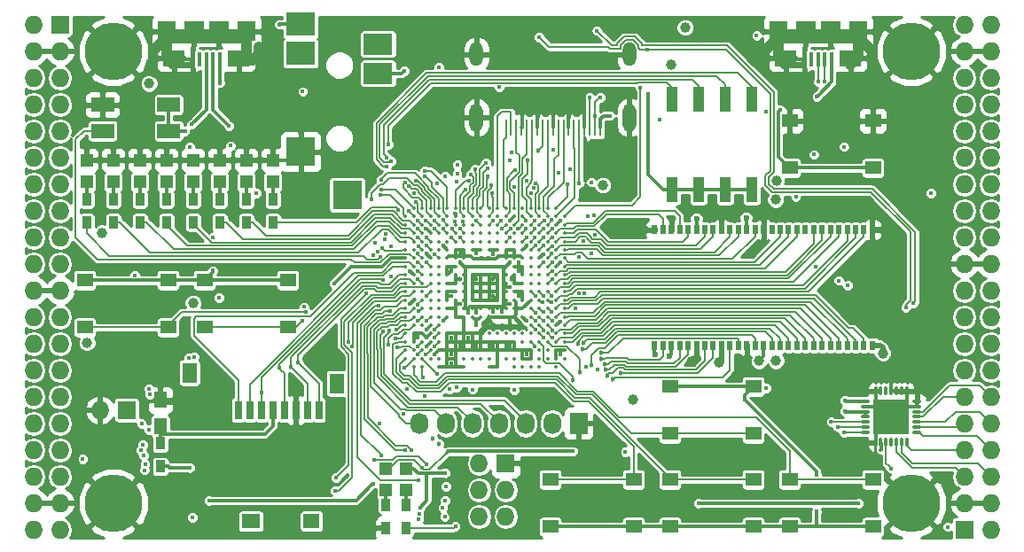
<source format=gtl>
G04 #@! TF.FileFunction,Copper,L1,Top,Signal*
%FSLAX46Y46*%
G04 Gerber Fmt 4.6, Leading zero omitted, Abs format (unit mm)*
G04 Created by KiCad (PCBNEW 4.0.7+dfsg1-1) date Tue Oct  3 23:32:04 2017*
%MOMM*%
%LPD*%
G01*
G04 APERTURE LIST*
%ADD10C,0.100000*%
%ADD11R,0.700000X1.800000*%
%ADD12R,1.600000X1.400000*%
%ADD13R,1.800000X1.400000*%
%ADD14R,1.400000X1.900000*%
%ADD15R,1.198880X1.198880*%
%ADD16R,0.560000X0.900000*%
%ADD17R,1.727200X1.727200*%
%ADD18O,1.727200X1.727200*%
%ADD19C,5.500000*%
%ADD20R,2.200000X1.400000*%
%ADD21R,0.900000X1.200000*%
%ADD22R,2.100000X1.600000*%
%ADD23R,1.900000X1.900000*%
%ADD24R,0.400000X1.350000*%
%ADD25R,1.800000X1.900000*%
%ADD26O,0.850000X0.300000*%
%ADD27O,0.300000X0.850000*%
%ADD28R,1.675000X1.675000*%
%ADD29C,0.350000*%
%ADD30R,1.727200X2.032000*%
%ADD31O,1.727200X2.032000*%
%ADD32R,2.800000X2.200000*%
%ADD33R,2.800000X2.800000*%
%ADD34R,2.800000X2.000000*%
%ADD35O,1.300000X2.700000*%
%ADD36O,1.300000X2.300000*%
%ADD37R,0.250000X1.600000*%
%ADD38R,1.550000X1.300000*%
%ADD39R,1.120000X2.440000*%
%ADD40R,1.250000X1.500000*%
%ADD41C,0.400000*%
%ADD42C,1.000000*%
%ADD43C,0.600000*%
%ADD44C,0.454000*%
%ADD45C,0.300000*%
%ADD46C,1.000000*%
%ADD47C,0.600000*%
%ADD48C,0.500000*%
%ADD49C,0.190000*%
%ADD50C,0.200000*%
%ADD51C,0.254000*%
G04 APERTURE END LIST*
D10*
D11*
X114930000Y-99520000D03*
X116030000Y-99520000D03*
X117130000Y-99520000D03*
X118230000Y-99520000D03*
X119330000Y-99520000D03*
X120430000Y-99520000D03*
X121530000Y-99520000D03*
X122630000Y-99520000D03*
D12*
X121920000Y-110120000D03*
D13*
X116120000Y-110120000D03*
D14*
X124320000Y-96970000D03*
X110270000Y-95970000D03*
D15*
X118230000Y-77709020D03*
X118230000Y-75610980D03*
X115690000Y-77709020D03*
X115690000Y-75610980D03*
X113150000Y-77709020D03*
X113150000Y-75610980D03*
X110610000Y-77709020D03*
X110610000Y-75610980D03*
X108070000Y-77709020D03*
X108070000Y-75610980D03*
X105530000Y-77709020D03*
X105530000Y-75610980D03*
X102990000Y-77709020D03*
X102990000Y-75610980D03*
X100450000Y-77709020D03*
X100450000Y-75610980D03*
D16*
X175480000Y-82270000D03*
X154680000Y-93330000D03*
X155480000Y-93330000D03*
X156280000Y-93330000D03*
X157080000Y-93330000D03*
X157880000Y-93330000D03*
X158680000Y-93330000D03*
X159480000Y-93330000D03*
X160280000Y-93330000D03*
X161080000Y-93330000D03*
X161880000Y-93330000D03*
X162680000Y-93330000D03*
X163480000Y-93330000D03*
X164280000Y-93330000D03*
X165080000Y-93330000D03*
X165880000Y-93330000D03*
X166680000Y-93330000D03*
X167480000Y-93330000D03*
X168280000Y-93330000D03*
X169080000Y-93330000D03*
X169880000Y-93330000D03*
X170680000Y-93330000D03*
X171480000Y-93330000D03*
X172280000Y-93330000D03*
X173080000Y-93330000D03*
X173880000Y-93330000D03*
X174680000Y-93330000D03*
X175480000Y-93330000D03*
X174680000Y-82270000D03*
X173880000Y-82270000D03*
X173080000Y-82270000D03*
X172280000Y-82270000D03*
X171480000Y-82270000D03*
X170680000Y-82270000D03*
X169880000Y-82270000D03*
X169080000Y-82270000D03*
X168280000Y-82270000D03*
X167480000Y-82270000D03*
X166680000Y-82270000D03*
X165880000Y-82270000D03*
X165080000Y-82270000D03*
X164280000Y-82270000D03*
X163480000Y-82270000D03*
X162680000Y-82270000D03*
X161880000Y-82270000D03*
X161080000Y-82270000D03*
X160280000Y-82270000D03*
X159480000Y-82270000D03*
X158680000Y-82270000D03*
X157880000Y-82270000D03*
X157080000Y-82270000D03*
X156280000Y-82270000D03*
X155480000Y-82270000D03*
X154680000Y-82270000D03*
D17*
X97910000Y-62690000D03*
D18*
X95370000Y-62690000D03*
X97910000Y-65230000D03*
X95370000Y-65230000D03*
X97910000Y-67770000D03*
X95370000Y-67770000D03*
X97910000Y-70310000D03*
X95370000Y-70310000D03*
X97910000Y-72850000D03*
X95370000Y-72850000D03*
X97910000Y-75390000D03*
X95370000Y-75390000D03*
X97910000Y-77930000D03*
X95370000Y-77930000D03*
X97910000Y-80470000D03*
X95370000Y-80470000D03*
X97910000Y-83010000D03*
X95370000Y-83010000D03*
X97910000Y-85550000D03*
X95370000Y-85550000D03*
X97910000Y-88090000D03*
X95370000Y-88090000D03*
X97910000Y-90630000D03*
X95370000Y-90630000D03*
X97910000Y-93170000D03*
X95370000Y-93170000D03*
X97910000Y-95710000D03*
X95370000Y-95710000D03*
X97910000Y-98250000D03*
X95370000Y-98250000D03*
X97910000Y-100790000D03*
X95370000Y-100790000D03*
X97910000Y-103330000D03*
X95370000Y-103330000D03*
X97910000Y-105870000D03*
X95370000Y-105870000D03*
X97910000Y-108410000D03*
X95370000Y-108410000D03*
X97910000Y-110950000D03*
X95370000Y-110950000D03*
D17*
X184270000Y-110950000D03*
D18*
X186810000Y-110950000D03*
X184270000Y-108410000D03*
X186810000Y-108410000D03*
X184270000Y-105870000D03*
X186810000Y-105870000D03*
X184270000Y-103330000D03*
X186810000Y-103330000D03*
X184270000Y-100790000D03*
X186810000Y-100790000D03*
X184270000Y-98250000D03*
X186810000Y-98250000D03*
X184270000Y-95710000D03*
X186810000Y-95710000D03*
X184270000Y-93170000D03*
X186810000Y-93170000D03*
X184270000Y-90630000D03*
X186810000Y-90630000D03*
X184270000Y-88090000D03*
X186810000Y-88090000D03*
X184270000Y-85550000D03*
X186810000Y-85550000D03*
X184270000Y-83010000D03*
X186810000Y-83010000D03*
X184270000Y-80470000D03*
X186810000Y-80470000D03*
X184270000Y-77930000D03*
X186810000Y-77930000D03*
X184270000Y-75390000D03*
X186810000Y-75390000D03*
X184270000Y-72850000D03*
X186810000Y-72850000D03*
X184270000Y-70310000D03*
X186810000Y-70310000D03*
X184270000Y-67770000D03*
X186810000Y-67770000D03*
X184270000Y-65230000D03*
X186810000Y-65230000D03*
X184270000Y-62690000D03*
X186810000Y-62690000D03*
D19*
X102990000Y-108410000D03*
X179190000Y-108410000D03*
X179190000Y-65230000D03*
X102990000Y-65230000D03*
D20*
X108274000Y-70330000D03*
X101974000Y-70330000D03*
X101974000Y-72830000D03*
X108274000Y-72830000D03*
D17*
X104260000Y-99520000D03*
D18*
X101720000Y-99520000D03*
D15*
X129025000Y-105074980D03*
X129025000Y-107173020D03*
X130930000Y-107173020D03*
X130930000Y-105074980D03*
D21*
X129025000Y-108580000D03*
X129025000Y-110780000D03*
X130930000Y-110780000D03*
X130930000Y-108580000D03*
X107480000Y-102700000D03*
X107480000Y-104900000D03*
D22*
X114980000Y-65875000D03*
X108780000Y-65875000D03*
D23*
X113080000Y-63325000D03*
X110680000Y-63325000D03*
D24*
X113180000Y-66000000D03*
X112530000Y-66000000D03*
X111880000Y-66000000D03*
X111230000Y-66000000D03*
X110580000Y-66000000D03*
D25*
X115680000Y-63325000D03*
X108080000Y-63325000D03*
D22*
X173400000Y-65875000D03*
X167200000Y-65875000D03*
D23*
X171500000Y-63325000D03*
X169100000Y-63325000D03*
D24*
X171600000Y-66000000D03*
X170950000Y-66000000D03*
X170300000Y-66000000D03*
X169650000Y-66000000D03*
X169000000Y-66000000D03*
D25*
X174100000Y-63325000D03*
X166500000Y-63325000D03*
D17*
X140455000Y-104600000D03*
D18*
X137915000Y-104600000D03*
X140455000Y-107140000D03*
X137915000Y-107140000D03*
X140455000Y-109680000D03*
X137915000Y-109680000D03*
D21*
X118230000Y-81570000D03*
X118230000Y-79370000D03*
X115690000Y-81570000D03*
X115690000Y-79370000D03*
X113150000Y-81570000D03*
X113150000Y-79370000D03*
X110610000Y-81570000D03*
X110610000Y-79370000D03*
X108070000Y-81570000D03*
X108070000Y-79370000D03*
X105530000Y-81570000D03*
X105530000Y-79370000D03*
X102990000Y-81570000D03*
X102990000Y-79370000D03*
X100450000Y-81570000D03*
X100450000Y-79370000D03*
D26*
X179735000Y-101655000D03*
X179735000Y-101155000D03*
X179735000Y-100655000D03*
X179735000Y-100155000D03*
X179735000Y-99655000D03*
X179735000Y-99155000D03*
X179735000Y-98655000D03*
D27*
X178785000Y-97705000D03*
X178285000Y-97705000D03*
X177785000Y-97705000D03*
X177285000Y-97705000D03*
X176785000Y-97705000D03*
X176285000Y-97705000D03*
X175785000Y-97705000D03*
D26*
X174835000Y-98655000D03*
X174835000Y-99155000D03*
X174835000Y-99655000D03*
X174835000Y-100155000D03*
X174835000Y-100655000D03*
X174835000Y-101155000D03*
X174835000Y-101655000D03*
D27*
X175785000Y-102605000D03*
X176285000Y-102605000D03*
X176785000Y-102605000D03*
X177285000Y-102605000D03*
X177785000Y-102605000D03*
X178285000Y-102605000D03*
X178785000Y-102605000D03*
D28*
X176447500Y-99317500D03*
X176447500Y-100992500D03*
X178122500Y-99317500D03*
X178122500Y-100992500D03*
D29*
X131680000Y-80200000D03*
X132480000Y-80200000D03*
X133280000Y-80200000D03*
X134080000Y-80200000D03*
X134880000Y-80200000D03*
X135680000Y-80200000D03*
X136480000Y-80200000D03*
X137280000Y-80200000D03*
X138080000Y-80200000D03*
X138880000Y-80200000D03*
X139680000Y-80200000D03*
X140480000Y-80200000D03*
X141280000Y-80200000D03*
X142080000Y-80200000D03*
X142880000Y-80200000D03*
X143680000Y-80200000D03*
X144480000Y-80200000D03*
X145280000Y-80200000D03*
X130880000Y-81000000D03*
X131680000Y-81000000D03*
X132480000Y-81000000D03*
X133280000Y-81000000D03*
X134080000Y-81000000D03*
X134880000Y-81000000D03*
X135680000Y-81000000D03*
X136480000Y-81000000D03*
X137280000Y-81000000D03*
X138080000Y-81000000D03*
X138880000Y-81000000D03*
X139680000Y-81000000D03*
X140480000Y-81000000D03*
X141280000Y-81000000D03*
X142080000Y-81000000D03*
X142880000Y-81000000D03*
X143680000Y-81000000D03*
X144480000Y-81000000D03*
X145280000Y-81000000D03*
X146080000Y-81000000D03*
X130880000Y-81800000D03*
X131680000Y-81800000D03*
X132480000Y-81800000D03*
X133280000Y-81800000D03*
X134080000Y-81800000D03*
X134880000Y-81800000D03*
X135680000Y-81800000D03*
X136480000Y-81800000D03*
X137280000Y-81800000D03*
X138080000Y-81800000D03*
X138880000Y-81800000D03*
X139680000Y-81800000D03*
X140480000Y-81800000D03*
X141280000Y-81800000D03*
X142080000Y-81800000D03*
X142880000Y-81800000D03*
X143680000Y-81800000D03*
X144480000Y-81800000D03*
X145280000Y-81800000D03*
X146080000Y-81800000D03*
X130880000Y-82600000D03*
X131680000Y-82600000D03*
X132480000Y-82600000D03*
X133280000Y-82600000D03*
X134080000Y-82600000D03*
X134880000Y-82600000D03*
X135680000Y-82600000D03*
X136480000Y-82600000D03*
X137280000Y-82600000D03*
X138080000Y-82600000D03*
X138880000Y-82600000D03*
X139680000Y-82600000D03*
X140480000Y-82600000D03*
X141280000Y-82600000D03*
X142080000Y-82600000D03*
X142880000Y-82600000D03*
X143680000Y-82600000D03*
X144480000Y-82600000D03*
X145280000Y-82600000D03*
X146080000Y-82600000D03*
X130880000Y-83400000D03*
X131680000Y-83400000D03*
X132480000Y-83400000D03*
X133280000Y-83400000D03*
X134080000Y-83400000D03*
X134880000Y-83400000D03*
X135680000Y-83400000D03*
X136480000Y-83400000D03*
X137280000Y-83400000D03*
X138080000Y-83400000D03*
X138880000Y-83400000D03*
X139680000Y-83400000D03*
X140480000Y-83400000D03*
X141280000Y-83400000D03*
X142080000Y-83400000D03*
X142880000Y-83400000D03*
X143680000Y-83400000D03*
X144480000Y-83400000D03*
X145280000Y-83400000D03*
X146080000Y-83400000D03*
X130880000Y-84200000D03*
X131680000Y-84200000D03*
X132480000Y-84200000D03*
X133280000Y-84200000D03*
X134080000Y-84200000D03*
X134880000Y-84200000D03*
X135680000Y-84200000D03*
X136480000Y-84200000D03*
X137280000Y-84200000D03*
X138080000Y-84200000D03*
X138880000Y-84200000D03*
X139680000Y-84200000D03*
X140480000Y-84200000D03*
X141280000Y-84200000D03*
X142080000Y-84200000D03*
X142880000Y-84200000D03*
X143680000Y-84200000D03*
X144480000Y-84200000D03*
X145280000Y-84200000D03*
X146080000Y-84200000D03*
X130880000Y-85000000D03*
X131680000Y-85000000D03*
X132480000Y-85000000D03*
X133280000Y-85000000D03*
X134080000Y-85000000D03*
X134880000Y-85000000D03*
X135680000Y-85000000D03*
X136480000Y-85000000D03*
X137280000Y-85000000D03*
X138080000Y-85000000D03*
X138880000Y-85000000D03*
X139680000Y-85000000D03*
X140480000Y-85000000D03*
X141280000Y-85000000D03*
X142080000Y-85000000D03*
X142880000Y-85000000D03*
X143680000Y-85000000D03*
X144480000Y-85000000D03*
X145280000Y-85000000D03*
X146080000Y-85000000D03*
X130880000Y-85800000D03*
X131680000Y-85800000D03*
X132480000Y-85800000D03*
X133280000Y-85800000D03*
X134080000Y-85800000D03*
X134880000Y-85800000D03*
X135680000Y-85800000D03*
X136480000Y-85800000D03*
X137280000Y-85800000D03*
X138080000Y-85800000D03*
X138880000Y-85800000D03*
X139680000Y-85800000D03*
X140480000Y-85800000D03*
X141280000Y-85800000D03*
X142080000Y-85800000D03*
X142880000Y-85800000D03*
X143680000Y-85800000D03*
X144480000Y-85800000D03*
X145280000Y-85800000D03*
X146080000Y-85800000D03*
X130880000Y-86600000D03*
X131680000Y-86600000D03*
X132480000Y-86600000D03*
X133280000Y-86600000D03*
X134080000Y-86600000D03*
X134880000Y-86600000D03*
X135680000Y-86600000D03*
X136480000Y-86600000D03*
X137280000Y-86600000D03*
X138080000Y-86600000D03*
X138880000Y-86600000D03*
X139680000Y-86600000D03*
X140480000Y-86600000D03*
X141280000Y-86600000D03*
X142080000Y-86600000D03*
X142880000Y-86600000D03*
X143680000Y-86600000D03*
X144480000Y-86600000D03*
X145280000Y-86600000D03*
X146080000Y-86600000D03*
X130880000Y-87400000D03*
X131680000Y-87400000D03*
X132480000Y-87400000D03*
X133280000Y-87400000D03*
X134080000Y-87400000D03*
X134880000Y-87400000D03*
X135680000Y-87400000D03*
X136480000Y-87400000D03*
X137280000Y-87400000D03*
X138080000Y-87400000D03*
X138880000Y-87400000D03*
X139680000Y-87400000D03*
X140480000Y-87400000D03*
X141280000Y-87400000D03*
X142080000Y-87400000D03*
X142880000Y-87400000D03*
X143680000Y-87400000D03*
X144480000Y-87400000D03*
X145280000Y-87400000D03*
X146080000Y-87400000D03*
X130880000Y-88200000D03*
X131680000Y-88200000D03*
X132480000Y-88200000D03*
X133280000Y-88200000D03*
X134080000Y-88200000D03*
X134880000Y-88200000D03*
X135680000Y-88200000D03*
X136480000Y-88200000D03*
X137280000Y-88200000D03*
X138080000Y-88200000D03*
X138880000Y-88200000D03*
X139680000Y-88200000D03*
X140480000Y-88200000D03*
X141280000Y-88200000D03*
X142080000Y-88200000D03*
X142880000Y-88200000D03*
X143680000Y-88200000D03*
X144480000Y-88200000D03*
X145280000Y-88200000D03*
X146080000Y-88200000D03*
X130880000Y-89000000D03*
X131680000Y-89000000D03*
X132480000Y-89000000D03*
X133280000Y-89000000D03*
X134080000Y-89000000D03*
X134880000Y-89000000D03*
X135680000Y-89000000D03*
X136480000Y-89000000D03*
X137280000Y-89000000D03*
X138080000Y-89000000D03*
X138880000Y-89000000D03*
X139680000Y-89000000D03*
X140480000Y-89000000D03*
X141280000Y-89000000D03*
X142080000Y-89000000D03*
X142880000Y-89000000D03*
X143680000Y-89000000D03*
X144480000Y-89000000D03*
X145280000Y-89000000D03*
X146080000Y-89000000D03*
X130880000Y-89800000D03*
X131680000Y-89800000D03*
X132480000Y-89800000D03*
X133280000Y-89800000D03*
X134080000Y-89800000D03*
X134880000Y-89800000D03*
X135680000Y-89800000D03*
X136480000Y-89800000D03*
X137280000Y-89800000D03*
X138080000Y-89800000D03*
X138880000Y-89800000D03*
X139680000Y-89800000D03*
X140480000Y-89800000D03*
X141280000Y-89800000D03*
X142080000Y-89800000D03*
X142880000Y-89800000D03*
X143680000Y-89800000D03*
X144480000Y-89800000D03*
X145280000Y-89800000D03*
X146080000Y-89800000D03*
X130880000Y-90600000D03*
X131680000Y-90600000D03*
X132480000Y-90600000D03*
X133280000Y-90600000D03*
X134080000Y-90600000D03*
X134880000Y-90600000D03*
X135680000Y-90600000D03*
X136480000Y-90600000D03*
X137280000Y-90600000D03*
X138080000Y-90600000D03*
X138880000Y-90600000D03*
X139680000Y-90600000D03*
X140480000Y-90600000D03*
X141280000Y-90600000D03*
X142080000Y-90600000D03*
X142880000Y-90600000D03*
X143680000Y-90600000D03*
X144480000Y-90600000D03*
X145280000Y-90600000D03*
X146080000Y-90600000D03*
X130880000Y-91400000D03*
X131680000Y-91400000D03*
X132480000Y-91400000D03*
X133280000Y-91400000D03*
X134080000Y-91400000D03*
X142880000Y-91400000D03*
X143680000Y-91400000D03*
X144480000Y-91400000D03*
X145280000Y-91400000D03*
X146080000Y-91400000D03*
X130880000Y-92200000D03*
X131680000Y-92200000D03*
X132480000Y-92200000D03*
X133280000Y-92200000D03*
X134080000Y-92200000D03*
X134880000Y-92200000D03*
X135680000Y-92200000D03*
X136480000Y-92200000D03*
X137280000Y-92200000D03*
X138080000Y-92200000D03*
X138880000Y-92200000D03*
X139680000Y-92200000D03*
X140480000Y-92200000D03*
X141280000Y-92200000D03*
X142080000Y-92200000D03*
X142880000Y-92200000D03*
X143680000Y-92200000D03*
X144480000Y-92200000D03*
X145280000Y-92200000D03*
X146080000Y-92200000D03*
X130880000Y-93000000D03*
X131680000Y-93000000D03*
X132480000Y-93000000D03*
X133280000Y-93000000D03*
X134080000Y-93000000D03*
X134880000Y-93000000D03*
X135680000Y-93000000D03*
X136480000Y-93000000D03*
X137280000Y-93000000D03*
X138080000Y-93000000D03*
X138880000Y-93000000D03*
X139680000Y-93000000D03*
X140480000Y-93000000D03*
X141280000Y-93000000D03*
X142080000Y-93000000D03*
X142880000Y-93000000D03*
X143680000Y-93000000D03*
X144480000Y-93000000D03*
X145280000Y-93000000D03*
X146080000Y-93000000D03*
X130880000Y-93800000D03*
X131680000Y-93800000D03*
X132480000Y-93800000D03*
X133280000Y-93800000D03*
X134080000Y-93800000D03*
X134880000Y-93800000D03*
X135680000Y-93800000D03*
X136480000Y-93800000D03*
X137280000Y-93800000D03*
X138080000Y-93800000D03*
X138880000Y-93800000D03*
X139680000Y-93800000D03*
X140480000Y-93800000D03*
X141280000Y-93800000D03*
X142080000Y-93800000D03*
X142880000Y-93800000D03*
X143680000Y-93800000D03*
X144480000Y-93800000D03*
X145280000Y-93800000D03*
X146080000Y-93800000D03*
X130880000Y-94600000D03*
X131680000Y-94600000D03*
X132480000Y-94600000D03*
X133280000Y-94600000D03*
X134080000Y-94600000D03*
X134880000Y-94600000D03*
X135680000Y-94600000D03*
X136480000Y-94600000D03*
X137280000Y-94600000D03*
X138080000Y-94600000D03*
X138880000Y-94600000D03*
X139680000Y-94600000D03*
X140480000Y-94600000D03*
X141280000Y-94600000D03*
X142080000Y-94600000D03*
X142880000Y-94600000D03*
X143680000Y-94600000D03*
X144480000Y-94600000D03*
X145280000Y-94600000D03*
X146080000Y-94600000D03*
X131680000Y-95400000D03*
X132480000Y-95400000D03*
X134080000Y-95400000D03*
X134880000Y-95400000D03*
X135680000Y-95400000D03*
X136480000Y-95400000D03*
X138880000Y-95400000D03*
X139680000Y-95400000D03*
X141280000Y-95400000D03*
X142080000Y-95400000D03*
X142880000Y-95400000D03*
X143680000Y-95400000D03*
X145280000Y-95400000D03*
D30*
X147440000Y-100790000D03*
D31*
X144900000Y-100790000D03*
X142360000Y-100790000D03*
X139820000Y-100790000D03*
X137280000Y-100790000D03*
X134740000Y-100790000D03*
X132200000Y-100790000D03*
D32*
X120880000Y-62640000D03*
X120880000Y-65440000D03*
D33*
X120880000Y-74840000D03*
X125330000Y-78940000D03*
D34*
X128280000Y-67340000D03*
X128280000Y-64540000D03*
D35*
X152280000Y-71550000D03*
X137680000Y-71550000D03*
D36*
X137680000Y-65500000D03*
D37*
X140480000Y-72500000D03*
X140980000Y-72500000D03*
X141480000Y-72500000D03*
X141980000Y-72500000D03*
X142480000Y-72500000D03*
X142980000Y-72500000D03*
X143480000Y-72500000D03*
X143980000Y-72500000D03*
X144480000Y-72500000D03*
X144980000Y-72500000D03*
X145480000Y-72500000D03*
X145980000Y-72500000D03*
X146480000Y-72500000D03*
X146980000Y-72500000D03*
X147480000Y-72500000D03*
X147980000Y-72500000D03*
X148480000Y-72500000D03*
X148980000Y-72500000D03*
X149480000Y-72500000D03*
D36*
X152280000Y-65500000D03*
D38*
X175550000Y-71870000D03*
X175550000Y-76370000D03*
X167590000Y-76370000D03*
X167590000Y-71870000D03*
X100280000Y-91610000D03*
X100280000Y-87110000D03*
X108240000Y-87110000D03*
X108240000Y-91610000D03*
X111710000Y-91610000D03*
X111710000Y-87110000D03*
X119670000Y-87110000D03*
X119670000Y-91610000D03*
X156160000Y-101770000D03*
X156160000Y-97270000D03*
X164120000Y-97270000D03*
X164120000Y-101770000D03*
X164120000Y-106160000D03*
X164120000Y-110660000D03*
X156160000Y-110660000D03*
X156160000Y-106160000D03*
X152690000Y-106160000D03*
X152690000Y-110660000D03*
X144730000Y-110660000D03*
X144730000Y-106160000D03*
X175550000Y-106160000D03*
X175550000Y-110660000D03*
X167590000Y-110660000D03*
X167590000Y-106160000D03*
D39*
X163950000Y-69815000D03*
X156330000Y-78425000D03*
X161410000Y-69815000D03*
X158870000Y-78425000D03*
X158870000Y-69815000D03*
X161410000Y-78425000D03*
X156330000Y-69815000D03*
X163950000Y-78425000D03*
D40*
X107480000Y-101050000D03*
X107480000Y-98550000D03*
D41*
X139575609Y-69792857D03*
D42*
X116880503Y-64802940D03*
X106974809Y-64953974D03*
X175210328Y-64948943D03*
X165417246Y-64954666D03*
D41*
X175495631Y-71457432D03*
X146468970Y-70993942D03*
X144978424Y-71024054D03*
X143480350Y-71016526D03*
X142000564Y-71008511D03*
X113273209Y-99681387D03*
X147987361Y-71377791D03*
X144102010Y-84600000D03*
X132880424Y-84561218D03*
X135567436Y-80702302D03*
X132810347Y-82177990D03*
X145713035Y-91022010D03*
X145680000Y-94177990D03*
X177285000Y-95710000D03*
D42*
X177229911Y-82281349D03*
D41*
X170046000Y-85804000D03*
D43*
X164741832Y-81130572D03*
D41*
X120770000Y-72215000D03*
D43*
X161067993Y-81216119D03*
D42*
X158233687Y-94852616D03*
X162992748Y-94820185D03*
D43*
X156280000Y-81210838D03*
D41*
X131254529Y-86251357D03*
X140880000Y-81400000D03*
X136085174Y-89394826D03*
X145680000Y-81400000D03*
X120430000Y-97050000D03*
X150080000Y-81600000D03*
X131280000Y-89400000D03*
X133690245Y-94180159D03*
D44*
X139312644Y-91359700D03*
D41*
X140874194Y-91433353D03*
X145680000Y-85422010D03*
X135280000Y-95000000D03*
X135280000Y-94200000D03*
X142480000Y-94200000D03*
X140880000Y-93400000D03*
X139280000Y-93400000D03*
X137680000Y-93400000D03*
X136080000Y-93400000D03*
X136880000Y-92600000D03*
X135280000Y-92600000D03*
X132880000Y-91800000D03*
X132880000Y-93400000D03*
D44*
X141042859Y-86994997D03*
X139280000Y-87000000D03*
X136110990Y-86995403D03*
X139280000Y-88600000D03*
X137680000Y-87000000D03*
X136080000Y-84600000D03*
D42*
X156235582Y-66548363D03*
D41*
X127801946Y-106537732D03*
D42*
X166321614Y-77572282D03*
X166248957Y-79408030D03*
X101932065Y-82585048D03*
X106417803Y-68312483D03*
X166280000Y-94800000D03*
D41*
X112134000Y-108156000D03*
X150457224Y-71377791D03*
X172289562Y-87124051D03*
D42*
X157600000Y-62944000D03*
D41*
X139820000Y-68665673D03*
X128441330Y-100758313D03*
X172834633Y-99599920D03*
X172879922Y-98618650D03*
X176305593Y-103279812D03*
X165349214Y-97422919D03*
D42*
X160875897Y-94988750D03*
D41*
X164433885Y-63737451D03*
X148639876Y-77729346D03*
D42*
X149751640Y-78029346D03*
D41*
X134079160Y-66786153D03*
X109828000Y-72830000D03*
X116654336Y-78777990D03*
D42*
X176474303Y-94069095D03*
D41*
X173094000Y-87582000D03*
D42*
X100479904Y-93063904D03*
D43*
X163422030Y-81120665D03*
X154726292Y-94171363D03*
X156077107Y-94380779D03*
X158680000Y-81210838D03*
D41*
X112515000Y-83010000D03*
X181065000Y-78785000D03*
X110529662Y-109760338D03*
X110280000Y-105000000D03*
X100080000Y-104200000D03*
X113080000Y-88800000D03*
D42*
X164653770Y-94825547D03*
D41*
X137665894Y-91402446D03*
X135273306Y-88618602D03*
X139272517Y-84611349D03*
X137680556Y-84534085D03*
X141680000Y-86200000D03*
X135280000Y-86200000D03*
X132880000Y-92600000D03*
X132080000Y-92600000D03*
X141680000Y-88600000D03*
X141680000Y-85400000D03*
D42*
X152621047Y-98519969D03*
D41*
X136885174Y-90194826D03*
X140094890Y-90122990D03*
X139280000Y-90122990D03*
X140880000Y-89400000D03*
X137680000Y-90172990D03*
X140880000Y-87800000D03*
X140880000Y-85400000D03*
D44*
X136080000Y-85400000D03*
D41*
X121369010Y-90164222D03*
X130022933Y-91834237D03*
X121036481Y-91008234D03*
X129902064Y-92678248D03*
D42*
X110617371Y-89287199D03*
D41*
X142480000Y-91000000D03*
X142480000Y-83800000D03*
X134480000Y-83800000D03*
X134480000Y-91000000D03*
X105037711Y-86632990D03*
X155149360Y-71764535D03*
X121086654Y-69078528D03*
X170182962Y-69571012D03*
X174110000Y-108410000D03*
X158870000Y-108410000D03*
X134750646Y-106810513D03*
X137288700Y-97538741D03*
X133680000Y-91800000D03*
D44*
X134074414Y-102752225D03*
D41*
X134675868Y-108131585D03*
X135085458Y-97531790D03*
D44*
X133449289Y-102232615D03*
D41*
X133680000Y-92600000D03*
X127935466Y-104261259D03*
X132936956Y-104698915D03*
X134463998Y-108841973D03*
X132752670Y-98178920D03*
X133685668Y-93402482D03*
X134636872Y-109719950D03*
X130714529Y-99901000D03*
X131039363Y-97487286D03*
X132846234Y-94197073D03*
X118858690Y-62658970D03*
X130761990Y-67119621D03*
X148477832Y-69619684D03*
X149475951Y-69619684D03*
X148991194Y-71377791D03*
X153984196Y-65077116D03*
X153322343Y-68673419D03*
X143650666Y-63862520D03*
X178665908Y-89713903D03*
X149183754Y-63257114D03*
X179375977Y-89317806D03*
X140035989Y-81400000D03*
X128776655Y-87110882D03*
X132077895Y-86272150D03*
X117121665Y-97817265D03*
X118843798Y-95498222D03*
D44*
X119978162Y-95412951D03*
X120634035Y-94977604D03*
D41*
X113212238Y-68244401D03*
X166678914Y-70803555D03*
X146387166Y-77939336D03*
X147480000Y-77822010D03*
X131453853Y-103296209D03*
X144891634Y-91008466D03*
D44*
X148653935Y-95249010D03*
X149565978Y-94054788D03*
D41*
X144867244Y-90164455D03*
D44*
X150720500Y-96575802D03*
D41*
X144890381Y-83866022D03*
D44*
X151448039Y-95951686D03*
D41*
X144894101Y-83022010D03*
D44*
X150149219Y-96229829D03*
D41*
X144901285Y-86268736D03*
D44*
X150033441Y-95660469D03*
D41*
X144888562Y-86993817D03*
D44*
X149952517Y-95085120D03*
D41*
X144877648Y-88622010D03*
D44*
X149584522Y-94635504D03*
D41*
X144810610Y-89177990D03*
X144895773Y-91874444D03*
D44*
X147777713Y-93691005D03*
X147356233Y-93219138D03*
D41*
X144102010Y-92600000D03*
D44*
X147915304Y-93060979D03*
D41*
X144882352Y-92577990D03*
X130807074Y-95454141D03*
X130141304Y-93529144D03*
X132080000Y-93400000D03*
X129254670Y-93244631D03*
X133919980Y-96038729D03*
X141280000Y-97600000D03*
X132572818Y-96383863D03*
X135770000Y-97338127D03*
X132080000Y-94200000D03*
X128669601Y-84020243D03*
X105906712Y-103816552D03*
X129459184Y-90039192D03*
X132080000Y-89444020D03*
X130839486Y-103354982D03*
X128602801Y-103831529D03*
X132162861Y-106185868D03*
X128321313Y-89539949D03*
X132880000Y-88600000D03*
X127145130Y-88379076D03*
X124253981Y-105982535D03*
X132080000Y-87000000D03*
X125827283Y-93452662D03*
X124202418Y-107207639D03*
D44*
X142530990Y-75662841D03*
X143525587Y-74749772D03*
D41*
X110313517Y-74380698D03*
X132146108Y-109940263D03*
X114166000Y-74247000D03*
X132189000Y-109415000D03*
X135567436Y-81489225D03*
X135767546Y-77648547D03*
X134702010Y-77200000D03*
X134471354Y-81347908D03*
X132761172Y-77202673D03*
X132737245Y-76676207D03*
X128545566Y-77476577D03*
X127643658Y-79355564D03*
X110718734Y-94451783D03*
X128515897Y-78994176D03*
X110193102Y-94489889D03*
X128569727Y-78469921D03*
X106412639Y-97453606D03*
X131230910Y-78113843D03*
X106479997Y-97976296D03*
X131709326Y-78745875D03*
X132783332Y-81399993D03*
X129016746Y-82660638D03*
X105679715Y-100783924D03*
X132084821Y-83022010D03*
X128948848Y-83183258D03*
X106401171Y-101377901D03*
X132886504Y-83777990D03*
X129513931Y-83860979D03*
X105803161Y-102850427D03*
X132117443Y-83866021D03*
X127966259Y-83527946D03*
X105651866Y-103355255D03*
X132079996Y-84503337D03*
X128256283Y-84387285D03*
X106023598Y-104697574D03*
X133671942Y-84595200D03*
X127824162Y-84688968D03*
X105973679Y-105248709D03*
X132875802Y-85428138D03*
D44*
X146862501Y-96617499D03*
X147534467Y-95913260D03*
D41*
X148102806Y-95339021D03*
X143280000Y-91000000D03*
X149207706Y-95605291D03*
X144082424Y-90132858D03*
X143989948Y-89177990D03*
X147125926Y-89802879D03*
X143281824Y-90201951D03*
X144102010Y-85397219D03*
X147422472Y-84858593D03*
X144886544Y-85385186D03*
X144102010Y-83000000D03*
X148975652Y-82755341D03*
X144885092Y-82177990D03*
X147470668Y-88324835D03*
X144082832Y-88584510D03*
X147997681Y-88324844D03*
X143278026Y-88595030D03*
X144102010Y-82185600D03*
X148935852Y-80899014D03*
X148337768Y-80975785D03*
X144866392Y-81333979D03*
X139280000Y-81400000D03*
X139145358Y-78809170D03*
X139040624Y-78036724D03*
X138723613Y-77165705D03*
X138593844Y-75910161D03*
X138716105Y-76425854D03*
X137680000Y-81400000D03*
X137538026Y-76510532D03*
X137116016Y-76974740D03*
X136928568Y-77562978D03*
X136634118Y-78451672D03*
X135830689Y-76094515D03*
X136411444Y-81497309D03*
X148668800Y-84550385D03*
X144877691Y-84532933D03*
X144102010Y-83800000D03*
X147894174Y-83335809D03*
X142851623Y-78759750D03*
X142473549Y-82998913D03*
X143105106Y-78295223D03*
X142396423Y-82191394D03*
X145494012Y-76834828D03*
X144146021Y-81374784D03*
X143331797Y-77819457D03*
X146627648Y-76461302D03*
X143257990Y-82207154D03*
X143257990Y-81379632D03*
X145017056Y-74655847D03*
X141318978Y-78199263D03*
X141657990Y-82130345D03*
X142413979Y-81382236D03*
X140080000Y-82200000D03*
X141342967Y-76554996D03*
X141046643Y-74873804D03*
X140864029Y-83041403D03*
X140890207Y-75681941D03*
X140924011Y-82179283D03*
X129542604Y-86703515D03*
X132880000Y-83022010D03*
X132080000Y-82177990D03*
X132080000Y-81400000D03*
X131847310Y-79589886D03*
X130856828Y-77742623D03*
X131923295Y-77584853D03*
X133654358Y-82177990D03*
X133627343Y-81396408D03*
X129336756Y-91938993D03*
X132880000Y-91000000D03*
X128770628Y-92009836D03*
X132077648Y-90977990D03*
X130196821Y-80377733D03*
X131180000Y-80500000D03*
X128489708Y-84867377D03*
X132079620Y-85428138D03*
X165326966Y-71026598D03*
X134501414Y-82177578D03*
X133922194Y-77854836D03*
X135656559Y-110610712D03*
X132448438Y-104994496D03*
X146844288Y-103452739D03*
X134707351Y-105508447D03*
X132280000Y-108800000D03*
X112515000Y-86185000D03*
X163277422Y-98501717D03*
X170126036Y-109212466D03*
X170157734Y-105666345D03*
X169895346Y-75092988D03*
X143257990Y-83000000D03*
X168166438Y-79108038D03*
X151896383Y-103510715D03*
X114039000Y-72342000D03*
X110483000Y-72215000D03*
X177274002Y-105079115D03*
X143258015Y-93423150D03*
X172761273Y-101651681D03*
X143280000Y-91800000D03*
X172193360Y-101105663D03*
X144064831Y-91877646D03*
X171540304Y-100645743D03*
X144080000Y-91000000D03*
X154044000Y-69294000D03*
X129061632Y-76229575D03*
X135280000Y-83022010D03*
X129493343Y-75737814D03*
X136080000Y-83000000D03*
X129122249Y-75363607D03*
X135345425Y-82176814D03*
X129252218Y-74142461D03*
X135830698Y-76905381D03*
X136080000Y-82200000D03*
X172746637Y-74347988D03*
X143280000Y-83800000D03*
X142480000Y-77600000D03*
X170300000Y-68151000D03*
X170950000Y-68125562D03*
X125480000Y-93000000D03*
X121206217Y-89662983D03*
X132156079Y-90030946D03*
X182654362Y-110665838D03*
X124080000Y-87400000D03*
X124080000Y-87400000D03*
D45*
X139858451Y-69792857D02*
X139575609Y-69792857D01*
X140192348Y-69792857D02*
X139858451Y-69792857D01*
X140785205Y-69200000D02*
X140192348Y-69792857D01*
X141880000Y-69200000D02*
X140785205Y-69200000D01*
D46*
X116880503Y-65510046D02*
X116880503Y-64802940D01*
X116265561Y-66124988D02*
X116880503Y-65510046D01*
X115680000Y-65910000D02*
X115894988Y-66124988D01*
X115680000Y-63960000D02*
X115680000Y-65910000D01*
X115894988Y-66124988D02*
X116265561Y-66124988D01*
X107474808Y-64453975D02*
X106974809Y-64953974D01*
X107968783Y-63960000D02*
X107474808Y-64453975D01*
X108080000Y-63960000D02*
X107968783Y-63960000D01*
X174710329Y-64448944D02*
X175210328Y-64948943D01*
X174100000Y-63960000D02*
X174221385Y-63960000D01*
X174221385Y-63960000D02*
X174710329Y-64448944D01*
X165917245Y-64454667D02*
X165417246Y-64954666D01*
X166411912Y-63960000D02*
X165917245Y-64454667D01*
X166500000Y-63960000D02*
X166411912Y-63960000D01*
D45*
X175495631Y-71740274D02*
X175495631Y-71457432D01*
X175495631Y-72230631D02*
X175495631Y-71740274D01*
X175535000Y-72270000D02*
X175495631Y-72230631D01*
X143480000Y-72500000D02*
X143480000Y-71016876D01*
X143480000Y-71016876D02*
X143480350Y-71016526D01*
X144980000Y-72500000D02*
X144980000Y-71025630D01*
X144980000Y-71025630D02*
X144978424Y-71024054D01*
X146480000Y-72500000D02*
X146480000Y-71004972D01*
X146480000Y-71004972D02*
X146468970Y-70993942D01*
X147980000Y-72500000D02*
X147980000Y-71385152D01*
X147980000Y-71385152D02*
X147987361Y-71377791D01*
X146468970Y-70711100D02*
X146468970Y-70993942D01*
X146468970Y-69211030D02*
X146468970Y-70711100D01*
X146480000Y-69200000D02*
X146468970Y-69211030D01*
X144978424Y-70741212D02*
X144978424Y-71024054D01*
X144978424Y-69201576D02*
X144978424Y-70741212D01*
X144980000Y-69200000D02*
X144978424Y-69201576D01*
X143480350Y-70733684D02*
X143480350Y-71016526D01*
X143480350Y-69200350D02*
X143480350Y-70733684D01*
X143480000Y-69200000D02*
X143480350Y-69200350D01*
X142000564Y-71008511D02*
X142000564Y-72479436D01*
X142000564Y-72479436D02*
X141980000Y-72500000D01*
X142000564Y-70725669D02*
X142000564Y-71008511D01*
X142000564Y-69320564D02*
X142000564Y-70725669D01*
X141880000Y-69200000D02*
X142000564Y-69320564D01*
X146480000Y-69200000D02*
X147780000Y-69200000D01*
X147780000Y-69200000D02*
X147940542Y-69360542D01*
X147987361Y-71094949D02*
X147987361Y-71377791D01*
X147940542Y-71048130D02*
X147987361Y-71094949D01*
X147940542Y-69360542D02*
X147940542Y-71048130D01*
X112441822Y-98850000D02*
X113073210Y-99481388D01*
X107480000Y-98850000D02*
X112441822Y-98850000D01*
X113073210Y-99481388D02*
X113273209Y-99681387D01*
D47*
X108780000Y-66510000D02*
X110455000Y-66510000D01*
D45*
X110455000Y-66510000D02*
X110580000Y-66635000D01*
D46*
X108080000Y-63960000D02*
X108080000Y-65810000D01*
X108080000Y-65810000D02*
X108780000Y-66510000D01*
X115680000Y-63960000D02*
X115680000Y-65810000D01*
D45*
X115680000Y-65810000D02*
X114980000Y-66510000D01*
D46*
X113080000Y-63960000D02*
X115680000Y-63960000D01*
X110680000Y-63960000D02*
X113080000Y-63960000D01*
X108080000Y-63960000D02*
X110680000Y-63960000D01*
D47*
X167200000Y-66510000D02*
X168875000Y-66510000D01*
D45*
X168875000Y-66510000D02*
X169000000Y-66635000D01*
D46*
X174100000Y-63960000D02*
X174100000Y-65810000D01*
X174100000Y-65810000D02*
X173400000Y-66510000D01*
X166500000Y-63960000D02*
X166500000Y-65810000D01*
X166500000Y-65810000D02*
X167200000Y-66510000D01*
X171500000Y-63960000D02*
X174100000Y-63960000D01*
X169100000Y-63960000D02*
X171500000Y-63960000D01*
X166500000Y-63960000D02*
X169100000Y-63960000D01*
D45*
X143680000Y-85000000D02*
X144080000Y-84600000D01*
X144080000Y-84600000D02*
X144102010Y-84600000D01*
X132880424Y-84600424D02*
X132880424Y-84561218D01*
X133280000Y-85000000D02*
X132880424Y-84600424D01*
X135680000Y-80752513D02*
X135629789Y-80702302D01*
X135629789Y-80702302D02*
X135567436Y-80702302D01*
X135680000Y-81000000D02*
X135680000Y-80752513D01*
X132857990Y-82177990D02*
X132810347Y-82177990D01*
X133280000Y-82600000D02*
X132857990Y-82177990D01*
X145657990Y-91022010D02*
X145713035Y-91022010D01*
X145280000Y-91400000D02*
X145657990Y-91022010D01*
X145680000Y-93800000D02*
X145680000Y-94177990D01*
X178785000Y-97705000D02*
X178785000Y-98655000D01*
X178785000Y-98655000D02*
X178122500Y-99317500D01*
X176285000Y-97705000D02*
X175785000Y-97705000D01*
X175785000Y-102605000D02*
X175785000Y-101655000D01*
X175785000Y-101655000D02*
X176447500Y-100992500D01*
X178122500Y-99317500D02*
X178122500Y-100992500D01*
X176447500Y-99317500D02*
X178122500Y-99317500D01*
X176447500Y-100992500D02*
X178122500Y-100992500D01*
X177285000Y-97705000D02*
X177285000Y-95710000D01*
X178122500Y-99317500D02*
X178285000Y-99155000D01*
X178285000Y-99155000D02*
X179735000Y-99155000D01*
X179735000Y-98655000D02*
X179735000Y-99155000D01*
X177785000Y-97705000D02*
X177920000Y-97705000D01*
X177920000Y-97705000D02*
X178285000Y-97705000D01*
X178285000Y-97705000D02*
X178785000Y-97705000D01*
X177285000Y-97705000D02*
X177785000Y-97705000D01*
X175785000Y-97705000D02*
X175785000Y-98655000D01*
X175785000Y-98655000D02*
X176447500Y-99317500D01*
X174835000Y-99155000D02*
X176285000Y-99155000D01*
X176285000Y-99155000D02*
X176447500Y-99317500D01*
X177241260Y-82270000D02*
X177229911Y-82281349D01*
X164941831Y-81330571D02*
X164741832Y-81130572D01*
X165080000Y-81468740D02*
X164941831Y-81330571D01*
X165080000Y-82270000D02*
X165080000Y-81468740D01*
X120770000Y-73030000D02*
X120770000Y-72215000D01*
X120880000Y-74840000D02*
X120880000Y-73140000D01*
X120880000Y-73140000D02*
X120770000Y-73030000D01*
X118230000Y-75610980D02*
X120109020Y-75610980D01*
X120109020Y-75610980D02*
X120880000Y-74840000D01*
X142280000Y-69200000D02*
X141880000Y-69200000D01*
X161080000Y-81228126D02*
X161067993Y-81216119D01*
X161080000Y-82270000D02*
X161080000Y-81228126D01*
D48*
X175480000Y-82270000D02*
X177241260Y-82270000D01*
D45*
X158680000Y-94406303D02*
X158433686Y-94652617D01*
X158433686Y-94652617D02*
X158233687Y-94852616D01*
X158680000Y-93330000D02*
X158680000Y-94406303D01*
X163192747Y-94620186D02*
X162992748Y-94820185D01*
X163480000Y-94332933D02*
X163192747Y-94620186D01*
X163480000Y-93330000D02*
X163480000Y-94332933D01*
X156280000Y-82270000D02*
X156280000Y-81210838D01*
X131331357Y-86251357D02*
X131254529Y-86251357D01*
X131680000Y-86600000D02*
X131331357Y-86251357D01*
X141280000Y-81000000D02*
X140880000Y-81400000D01*
X135685174Y-89394826D02*
X135802332Y-89394826D01*
X135680000Y-89400000D02*
X135685174Y-89394826D01*
X135802332Y-89394826D02*
X136085174Y-89394826D01*
X135054999Y-84825001D02*
X137080000Y-84825001D01*
X137280000Y-85000000D02*
X137105001Y-84825001D01*
X137105001Y-84825001D02*
X137080000Y-84825001D01*
X138280000Y-85088351D02*
X137368351Y-85088351D01*
X137368351Y-85088351D02*
X137280000Y-85000000D01*
X139680000Y-86600000D02*
X139280000Y-87000000D01*
X139680000Y-88200000D02*
X139680000Y-89000000D01*
X139680000Y-87400000D02*
X139680000Y-88200000D01*
X139680000Y-86600000D02*
X139680000Y-87400000D01*
X137280000Y-88200000D02*
X137280000Y-89000000D01*
X137280000Y-87400000D02*
X137280000Y-88200000D01*
X137280000Y-86600000D02*
X137280000Y-87400000D01*
X138880000Y-87400000D02*
X138880000Y-88200000D01*
X138880000Y-86600000D02*
X138880000Y-87400000D01*
X138080000Y-87400000D02*
X138080000Y-86600000D01*
X138080000Y-88200000D02*
X138080000Y-87400000D01*
X138080000Y-89000000D02*
X138080000Y-88200000D01*
X138080000Y-88200000D02*
X138880000Y-88200000D01*
X138080000Y-87400000D02*
X138880000Y-87400000D01*
X137280000Y-87400000D02*
X138080000Y-87400000D01*
X145454999Y-81625001D02*
X145680000Y-81400000D01*
X145280000Y-81800000D02*
X145454999Y-81625001D01*
X120430000Y-99520000D02*
X120430000Y-97050000D01*
X153430000Y-81600000D02*
X150080000Y-81600000D01*
X154680000Y-82270000D02*
X154100000Y-82270000D01*
X154100000Y-82270000D02*
X153430000Y-81600000D01*
X141480000Y-89800000D02*
X141480000Y-89200000D01*
X141480000Y-89200000D02*
X141280000Y-89000000D01*
X141280000Y-89800000D02*
X141480000Y-89800000D01*
X141480000Y-89800000D02*
X142080000Y-89800000D01*
X141454999Y-90425001D02*
X141454999Y-89825001D01*
X141454999Y-89825001D02*
X141480000Y-89800000D01*
X131680000Y-89000000D02*
X131280000Y-89400000D01*
X133699841Y-94180159D02*
X133690245Y-94180159D01*
X134080000Y-93800000D02*
X133699841Y-94180159D01*
X139085645Y-91132701D02*
X139312644Y-91359700D01*
X138880000Y-90927056D02*
X139085645Y-91132701D01*
X138880000Y-90600000D02*
X138880000Y-90927056D01*
X140874194Y-90605806D02*
X140874194Y-91150511D01*
X140880000Y-90600000D02*
X140874194Y-90605806D01*
X140874194Y-91150511D02*
X140874194Y-91433353D01*
X140480000Y-90600000D02*
X140880000Y-90600000D01*
X140880000Y-90600000D02*
X141280000Y-90600000D01*
X139680000Y-90600000D02*
X140480000Y-90600000D01*
X138880000Y-90600000D02*
X139680000Y-90600000D01*
X145280000Y-85800000D02*
X145657990Y-85422010D01*
X145657990Y-85422010D02*
X145680000Y-85422010D01*
X141280000Y-85000000D02*
X141280000Y-84800000D01*
X141280000Y-84200000D02*
X141280000Y-85000000D01*
X140480000Y-84200000D02*
X141280000Y-84200000D01*
X141280000Y-84800000D02*
X141280000Y-84200000D01*
X141905001Y-84825001D02*
X141305001Y-84825001D01*
X141305001Y-84825001D02*
X141280000Y-84800000D01*
X140480000Y-85000000D02*
X140480000Y-84200000D01*
X139680000Y-85000000D02*
X139680000Y-84898347D01*
X139680000Y-84898347D02*
X139753346Y-84825001D01*
X138280000Y-85088351D02*
X138680000Y-85088351D01*
X138280000Y-85088351D02*
X139489996Y-85088351D01*
X138080000Y-85000000D02*
X138191649Y-85000000D01*
X138191649Y-85000000D02*
X138280000Y-85088351D01*
X138880000Y-85000000D02*
X138768351Y-85000000D01*
X138768351Y-85000000D02*
X138680000Y-85088351D01*
X135680000Y-84200000D02*
X135680000Y-84800000D01*
X135680000Y-84800000D02*
X135680000Y-85000000D01*
X135054999Y-84825001D02*
X135654999Y-84825001D01*
X135654999Y-84825001D02*
X135680000Y-84800000D01*
X136480000Y-85000000D02*
X136480000Y-84200000D01*
X134880000Y-85000000D02*
X135054999Y-84825001D01*
X138880000Y-87400000D02*
X139680000Y-87400000D01*
X138880000Y-88200000D02*
X138880000Y-89000000D01*
X138880000Y-88200000D02*
X139680000Y-88200000D01*
X137280000Y-88200000D02*
X138080000Y-88200000D01*
X141280000Y-90600000D02*
X141454999Y-90425001D01*
X142280000Y-69200000D02*
X143480000Y-69200000D01*
X143480000Y-69200000D02*
X144980000Y-69200000D01*
X144980000Y-69200000D02*
X146480000Y-69200000D01*
D48*
X115690000Y-75610980D02*
X118230000Y-75610980D01*
X113150000Y-75610980D02*
X115690000Y-75610980D01*
X110610000Y-75610980D02*
X113150000Y-75610980D01*
X108070000Y-75610980D02*
X110610000Y-75610980D01*
X105530000Y-75610980D02*
X108070000Y-75610980D01*
X102990000Y-75610980D02*
X105530000Y-75610980D01*
X100450000Y-75610980D02*
X102990000Y-75610980D01*
D45*
X142080000Y-89800000D02*
X142880000Y-89000000D01*
X145680000Y-93800000D02*
X145280000Y-93800000D01*
X146080000Y-93800000D02*
X145680000Y-93800000D01*
X135680000Y-89400000D02*
X135680000Y-89800000D01*
X135680000Y-89000000D02*
X135680000Y-89400000D01*
X135280000Y-95400000D02*
X135680000Y-95400000D01*
X134880000Y-95400000D02*
X135280000Y-95400000D01*
X135280000Y-95400000D02*
X135280000Y-95000000D01*
X135280000Y-93800000D02*
X135680000Y-93800000D01*
X134880000Y-93800000D02*
X135280000Y-93800000D01*
X135280000Y-93800000D02*
X135280000Y-94200000D01*
X142480000Y-93800000D02*
X142080000Y-93800000D01*
X142880000Y-93800000D02*
X142480000Y-93800000D01*
X142480000Y-93800000D02*
X142480000Y-94200000D01*
X140880000Y-93000000D02*
X141280000Y-93000000D01*
X140480000Y-93000000D02*
X140880000Y-93000000D01*
X140880000Y-93000000D02*
X140880000Y-93400000D01*
X139280000Y-93000000D02*
X138880000Y-93000000D01*
X139680000Y-93000000D02*
X139280000Y-93000000D01*
X139280000Y-93000000D02*
X139280000Y-93400000D01*
X137680000Y-93000000D02*
X137280000Y-93000000D01*
X137680000Y-93000000D02*
X137680000Y-93400000D01*
X138080000Y-93000000D02*
X137680000Y-93000000D01*
X136080000Y-93000000D02*
X135680000Y-93000000D01*
X136480000Y-93000000D02*
X136080000Y-93000000D01*
X136080000Y-93000000D02*
X136080000Y-93400000D01*
X136880000Y-93000000D02*
X136480000Y-93000000D01*
X137280000Y-93000000D02*
X136880000Y-93000000D01*
X136880000Y-93000000D02*
X136880000Y-92600000D01*
X135280000Y-93000000D02*
X135680000Y-93000000D01*
X134880000Y-93000000D02*
X135280000Y-93000000D01*
X135280000Y-93000000D02*
X135280000Y-92600000D01*
X133280000Y-91400000D02*
X132880000Y-91800000D01*
X133280000Y-93000000D02*
X132880000Y-93400000D01*
X139753346Y-84825001D02*
X141905001Y-84825001D01*
X139489996Y-85088351D02*
X139753346Y-84825001D01*
X141905001Y-84825001D02*
X142080000Y-85000000D01*
X141042859Y-86837141D02*
X141042859Y-86994997D01*
X141280000Y-86600000D02*
X141042859Y-86837141D01*
X135684597Y-86995403D02*
X135789964Y-86995403D01*
X135680000Y-87000000D02*
X135684597Y-86995403D01*
X135789964Y-86995403D02*
X136110990Y-86995403D01*
X135680000Y-87000000D02*
X135680000Y-86600000D01*
X135680000Y-87400000D02*
X135680000Y-87000000D01*
X138880000Y-90600000D02*
X138880000Y-91091880D01*
X138880000Y-91091880D02*
X138080000Y-91891880D01*
X138080000Y-91891880D02*
X138080000Y-92200000D01*
X136480000Y-90600000D02*
X136480000Y-92200000D01*
X139680000Y-89000000D02*
X139280000Y-88600000D01*
X137280000Y-86600000D02*
X137680000Y-87000000D01*
X136480000Y-84200000D02*
X136080000Y-84600000D01*
X141280000Y-86600000D02*
X141280000Y-87400000D01*
X142080000Y-87400000D02*
X141280000Y-87400000D01*
X135680000Y-84200000D02*
X136480000Y-84200000D01*
X134880000Y-87400000D02*
X135680000Y-87400000D01*
X138880000Y-86600000D02*
X139680000Y-86600000D01*
X138080000Y-86600000D02*
X138880000Y-86600000D01*
X137280000Y-86600000D02*
X138080000Y-86600000D01*
X138880000Y-89000000D02*
X139680000Y-89000000D01*
X138080000Y-89000000D02*
X138880000Y-89000000D01*
X137280000Y-89000000D02*
X138080000Y-89000000D01*
X135680000Y-89800000D02*
X134880000Y-89800000D01*
X135680000Y-90600000D02*
X135680000Y-89800000D01*
X135680000Y-90600000D02*
X136480000Y-90600000D01*
X140480000Y-93000000D02*
X139680000Y-93000000D01*
X139680000Y-93800000D02*
X140480000Y-93800000D01*
X139680000Y-93800000D02*
X139680000Y-94600000D01*
X139680000Y-95400000D02*
X139680000Y-94600000D01*
X138880000Y-95400000D02*
X139680000Y-95400000D01*
X135680000Y-95400000D02*
X136480000Y-95400000D01*
X135680000Y-95400000D02*
X135680000Y-94600000D01*
X134880000Y-95400000D02*
X134080000Y-95400000D01*
X134880000Y-94600000D02*
X134880000Y-95400000D01*
X134080000Y-93800000D02*
X134880000Y-93800000D01*
X134880000Y-94600000D02*
X134880000Y-93800000D01*
X135680000Y-94600000D02*
X134880000Y-94600000D01*
X135680000Y-93800000D02*
X135680000Y-94600000D01*
X134880000Y-93000000D02*
X134880000Y-93800000D01*
X134880000Y-92200000D02*
X134880000Y-93000000D01*
X135680000Y-92200000D02*
X134880000Y-92200000D01*
X135680000Y-93800000D02*
X136480000Y-93800000D01*
X135680000Y-93000000D02*
X135680000Y-93800000D01*
X135680000Y-92200000D02*
X135680000Y-93000000D01*
X135680000Y-92200000D02*
X136480000Y-92200000D01*
X136480000Y-92200000D02*
X137280000Y-92200000D01*
X137280000Y-93800000D02*
X137280000Y-93000000D01*
X136480000Y-93800000D02*
X137280000Y-93800000D01*
X136480000Y-93000000D02*
X136480000Y-93800000D01*
X136480000Y-92200000D02*
X136480000Y-93000000D01*
X137280000Y-92200000D02*
X138080000Y-92200000D01*
X137280000Y-93800000D02*
X138080000Y-93800000D01*
X137280000Y-92200000D02*
X137280000Y-93000000D01*
X138080000Y-92200000D02*
X138080000Y-93000000D01*
X138080000Y-93000000D02*
X138880000Y-93000000D01*
X138080000Y-93800000D02*
X138080000Y-93000000D01*
X138880000Y-93800000D02*
X138080000Y-93800000D01*
X138880000Y-93000000D02*
X138880000Y-93800000D01*
X139680000Y-93800000D02*
X139680000Y-93000000D01*
X138880000Y-93800000D02*
X139680000Y-93800000D01*
X140480000Y-93000000D02*
X140480000Y-93800000D01*
X141280000Y-93000000D02*
X141280000Y-93800000D01*
X141280000Y-93800000D02*
X142080000Y-93800000D01*
X140480000Y-93800000D02*
X141280000Y-93800000D01*
X142080000Y-94600000D02*
X142880000Y-94600000D01*
X142080000Y-93800000D02*
X142080000Y-94600000D01*
X142880000Y-94600000D02*
X142880000Y-93800000D01*
X145280000Y-93800000D02*
X145280000Y-94600000D01*
X127601947Y-106737731D02*
X127801946Y-106537732D01*
X126183678Y-108156000D02*
X127601947Y-106737731D01*
X112134000Y-108156000D02*
X126183678Y-108156000D01*
X149480000Y-71700000D02*
X149802209Y-71377791D01*
X149802209Y-71377791D02*
X150457224Y-71377791D01*
X149480000Y-72500000D02*
X149480000Y-71700000D01*
X186810000Y-62877865D02*
X186810000Y-62690000D01*
X172889713Y-99655000D02*
X172834633Y-99599920D01*
X174835000Y-99655000D02*
X172889713Y-99655000D01*
X172916272Y-98655000D02*
X172879922Y-98618650D01*
X174835000Y-98655000D02*
X172916272Y-98655000D01*
X176305593Y-102996970D02*
X176305593Y-103279812D01*
X176285000Y-102605000D02*
X176305593Y-102625593D01*
X176285000Y-103300405D02*
X176305593Y-103279812D01*
X176285000Y-103330000D02*
X176285000Y-103300405D01*
X176305593Y-102625593D02*
X176305593Y-102996970D01*
X176280000Y-103335000D02*
X176285000Y-103330000D01*
D48*
X161080000Y-94784647D02*
X160875897Y-94988750D01*
X161080000Y-93330000D02*
X161080000Y-94784647D01*
D45*
X108274000Y-72830000D02*
X109828000Y-72830000D01*
X108274000Y-70330000D02*
X108274000Y-72830000D01*
X174835000Y-99655000D02*
X174835000Y-100155000D01*
D48*
X176260000Y-93330000D02*
X176474303Y-93544303D01*
X176474303Y-93544303D02*
X176474303Y-94069095D01*
X175480000Y-93330000D02*
X176260000Y-93330000D01*
D45*
X163480000Y-81178635D02*
X163422030Y-81120665D01*
X163480000Y-82270000D02*
X163480000Y-81178635D01*
X154680000Y-93330000D02*
X154680000Y-94125071D01*
X154680000Y-94125071D02*
X154726292Y-94171363D01*
X156280000Y-94177886D02*
X156077107Y-94380779D01*
X156280000Y-93330000D02*
X156280000Y-94177886D01*
X158680000Y-82270000D02*
X158680000Y-81210838D01*
X134880000Y-86600000D02*
X135280000Y-86200000D01*
X135280000Y-85800000D02*
X135280000Y-86200000D01*
X134880000Y-85800000D02*
X134880000Y-86600000D01*
X108330000Y-105000000D02*
X110280000Y-105000000D01*
X107480000Y-104900000D02*
X108230000Y-104900000D01*
X108230000Y-104900000D02*
X108330000Y-105000000D01*
X164853769Y-94625548D02*
X164653770Y-94825547D01*
X165080000Y-94399317D02*
X164853769Y-94625548D01*
X165080000Y-93330000D02*
X165080000Y-94399317D01*
X137665894Y-91119604D02*
X137665894Y-91402446D01*
X137665894Y-90814106D02*
X137665894Y-91119604D01*
X137680000Y-90800000D02*
X137665894Y-90814106D01*
X137680000Y-90800000D02*
X137880000Y-90800000D01*
X137480000Y-90800000D02*
X137680000Y-90800000D01*
X137880000Y-90800000D02*
X138080000Y-90600000D01*
X137280000Y-90600000D02*
X137480000Y-90800000D01*
X132880000Y-92600000D02*
X133280000Y-92200000D01*
X132480000Y-92200000D02*
X132880000Y-92600000D01*
X134990464Y-88618602D02*
X135273306Y-88618602D01*
X134898602Y-88618602D02*
X134990464Y-88618602D01*
X134880000Y-88600000D02*
X134898602Y-88618602D01*
X139272517Y-84328507D02*
X139272517Y-84611349D01*
X139272517Y-84207483D02*
X139272517Y-84328507D01*
X139280000Y-84200000D02*
X139272517Y-84207483D01*
X137680556Y-84200556D02*
X137680556Y-84251243D01*
X137680000Y-84200000D02*
X137680556Y-84200556D01*
X137680556Y-84251243D02*
X137680556Y-84534085D01*
X142080000Y-88600000D02*
X142080000Y-89000000D01*
X142080000Y-88200000D02*
X142080000Y-88600000D01*
X141680000Y-85800000D02*
X141680000Y-86200000D01*
X135280000Y-85800000D02*
X135680000Y-85800000D01*
X134880000Y-85800000D02*
X135280000Y-85800000D01*
X132080000Y-92200000D02*
X132480000Y-92200000D01*
X131680000Y-92200000D02*
X132080000Y-92200000D01*
X132080000Y-92200000D02*
X132080000Y-92600000D01*
X131680000Y-93000000D02*
X131680000Y-92200000D01*
X134880000Y-88600000D02*
X134880000Y-89000000D01*
X134880000Y-88200000D02*
X134880000Y-88600000D01*
X141680000Y-88200000D02*
X142080000Y-88200000D01*
X141280000Y-88200000D02*
X141680000Y-88200000D01*
X141680000Y-88200000D02*
X141680000Y-88600000D01*
X141680000Y-85800000D02*
X142080000Y-85800000D01*
X141280000Y-85800000D02*
X141680000Y-85800000D01*
X141680000Y-85800000D02*
X141680000Y-85400000D01*
X139280000Y-84200000D02*
X139680000Y-84200000D01*
X138880000Y-84200000D02*
X139280000Y-84200000D01*
X137680000Y-84200000D02*
X138080000Y-84200000D01*
X137280000Y-84200000D02*
X137680000Y-84200000D01*
X142080000Y-85800000D02*
X142080000Y-86600000D01*
X134880000Y-88200000D02*
X135680000Y-88200000D01*
X136654999Y-86800000D02*
X136654999Y-87200000D01*
X136654999Y-86600000D02*
X136654999Y-86800000D01*
X136654999Y-86800000D02*
X136654999Y-86774999D01*
X136654999Y-86774999D02*
X136480000Y-86600000D01*
X136654999Y-87200000D02*
X136654999Y-88200000D01*
X136480000Y-87400000D02*
X136654999Y-87225001D01*
X136654999Y-87225001D02*
X136654999Y-87200000D01*
X136885174Y-89911984D02*
X136885174Y-90194826D01*
X136880000Y-89800000D02*
X136885174Y-89805174D01*
X136885174Y-89805174D02*
X136885174Y-89911984D01*
X138080000Y-89625001D02*
X138880000Y-89625001D01*
X138880000Y-89625001D02*
X139280000Y-89625001D01*
X138880000Y-89800000D02*
X138880000Y-89625001D01*
X138080000Y-89800000D02*
X138080000Y-89625001D01*
X137054999Y-89625001D02*
X137280000Y-89625001D01*
X137280000Y-89625001D02*
X137680000Y-89625001D01*
X137280000Y-89800000D02*
X137280000Y-89625001D01*
X137680000Y-89625001D02*
X138080000Y-89625001D01*
X136480000Y-89000000D02*
X136654999Y-89000000D01*
X136654999Y-88200000D02*
X136654999Y-89000000D01*
X136480000Y-88200000D02*
X136654999Y-88200000D01*
X140094890Y-89840148D02*
X140094890Y-90122990D01*
X140094890Y-89639891D02*
X140094890Y-89840148D01*
X140080000Y-89625001D02*
X140094890Y-89639891D01*
X139280000Y-89625001D02*
X139280000Y-90122990D01*
X139280000Y-89625001D02*
X139680000Y-89625001D01*
X139680000Y-89625001D02*
X140080000Y-89625001D01*
X140080000Y-89625001D02*
X140305001Y-89625001D01*
X139680000Y-89800000D02*
X139680000Y-89625001D01*
X140305001Y-89400000D02*
X140305001Y-89000000D01*
X140305001Y-89000000D02*
X140305001Y-88200000D01*
X140480000Y-89000000D02*
X140305001Y-89000000D01*
X140305001Y-88200000D02*
X140305001Y-87800000D01*
X140480000Y-88200000D02*
X140305001Y-88200000D01*
X140305001Y-87800000D02*
X140305001Y-87400000D01*
X140305001Y-87400000D02*
X140305001Y-86600000D01*
X140480000Y-87400000D02*
X140305001Y-87400000D01*
X140305001Y-86600000D02*
X140305001Y-85974999D01*
X140480000Y-86600000D02*
X140305001Y-86600000D01*
X140480000Y-85800000D02*
X139480000Y-85800000D01*
X139480000Y-85800000D02*
X138680000Y-85800000D01*
X139680000Y-85800000D02*
X139480000Y-85800000D01*
X138680000Y-85800000D02*
X137880000Y-85800000D01*
X138880000Y-85800000D02*
X138680000Y-85800000D01*
X137880000Y-85800000D02*
X137080000Y-85800000D01*
X138080000Y-85800000D02*
X137880000Y-85800000D01*
X137080000Y-85800000D02*
X136480000Y-85800000D01*
X137280000Y-85800000D02*
X137080000Y-85800000D01*
X136654999Y-85974999D02*
X136654999Y-86600000D01*
X136654999Y-89000000D02*
X136654999Y-89625001D01*
X140305001Y-89400000D02*
X140880000Y-89400000D01*
X137680000Y-89625001D02*
X137680000Y-90172990D01*
X136880000Y-89800000D02*
X137054999Y-89625001D01*
X140305001Y-89625001D02*
X140480000Y-89800000D01*
X140305001Y-87800000D02*
X140880000Y-87800000D01*
X140305001Y-89625001D02*
X140305001Y-89400000D01*
X140480000Y-85800000D02*
X140880000Y-85400000D01*
X136480000Y-89800000D02*
X136880000Y-89800000D01*
X136480000Y-85800000D02*
X136080000Y-85400000D01*
X140305001Y-85974999D02*
X140480000Y-85800000D01*
X136480000Y-85800000D02*
X136654999Y-85974999D01*
X136654999Y-89625001D02*
X136480000Y-89800000D01*
D49*
X156160000Y-106160000D02*
X164120000Y-106160000D01*
X148488968Y-98358968D02*
X147062304Y-98358968D01*
X134101837Y-97439899D02*
X132070901Y-97439899D01*
X147062304Y-98358968D02*
X145302445Y-96599106D01*
X156690000Y-106560000D02*
X148488968Y-98358968D01*
X145302445Y-96599106D02*
X134942630Y-96599106D01*
X134942630Y-96599106D02*
X134101837Y-97439899D01*
X131207825Y-96576823D02*
X130706357Y-96576823D01*
X132070901Y-97439899D02*
X131207825Y-96576823D01*
X130706357Y-96576823D02*
X130041550Y-95912016D01*
X130041550Y-95912016D02*
X130041550Y-94638450D01*
X130041550Y-94638450D02*
X130880000Y-93800000D01*
X108450000Y-91210000D02*
X109495778Y-90164222D01*
X121086168Y-90164222D02*
X121369010Y-90164222D01*
X109495778Y-90164222D02*
X121086168Y-90164222D01*
X108240000Y-91610000D02*
X100280000Y-91610000D01*
X130525433Y-91400000D02*
X130091196Y-91834237D01*
X130091196Y-91834237D02*
X130022933Y-91834237D01*
X130880000Y-91400000D02*
X130525433Y-91400000D01*
X119670000Y-91610000D02*
X120434715Y-91610000D01*
X120434715Y-91610000D02*
X121036481Y-91008234D01*
X119670000Y-91610000D02*
X111710000Y-91610000D01*
X119425148Y-91210000D02*
X119484873Y-91269725D01*
X130401752Y-92678248D02*
X130184906Y-92678248D01*
X130880000Y-92200000D02*
X130401752Y-92678248D01*
X130184906Y-92678248D02*
X129902064Y-92678248D01*
X130880000Y-93000000D02*
X130193100Y-93000000D01*
X130081742Y-93111358D02*
X129816881Y-93111358D01*
X130193100Y-93000000D02*
X130081742Y-93111358D01*
X130575047Y-96893834D02*
X131076515Y-96893834D01*
X129816881Y-93111358D02*
X129702002Y-93226237D01*
X134233147Y-97756910D02*
X135073940Y-96916117D01*
X129702002Y-93226237D02*
X129702002Y-96020789D01*
X129702002Y-96020789D02*
X130575047Y-96893834D01*
X131076515Y-96893834D02*
X131939591Y-97756910D01*
X131939591Y-97756910D02*
X134233147Y-97756910D01*
X135073940Y-96916117D02*
X145171135Y-96916117D01*
X148357659Y-98675979D02*
X152690000Y-103008320D01*
X152690000Y-103008320D02*
X152690000Y-106160000D01*
X145171135Y-96916117D02*
X145453236Y-97198218D01*
X145453236Y-97198218D02*
X146930994Y-98675979D01*
X146930994Y-98675979D02*
X148357659Y-98675979D01*
X144730000Y-106160000D02*
X152690000Y-106160000D01*
X167590000Y-106160000D02*
X175550000Y-106160000D01*
X167590000Y-106160000D02*
X167590000Y-103406071D01*
X167590000Y-103406071D02*
X164359767Y-100175838D01*
X133839217Y-96805877D02*
X132343079Y-96805877D01*
X164359767Y-100175838D02*
X151274968Y-100175838D01*
X151274968Y-100175838D02*
X148824076Y-97724946D01*
X131680000Y-96142798D02*
X131680000Y-95400000D01*
X148824076Y-97724946D02*
X147324924Y-97724946D01*
X147324924Y-97724946D02*
X145565065Y-95965084D01*
X145565065Y-95965084D02*
X134680010Y-95965084D01*
X134680010Y-95965084D02*
X133839217Y-96805877D01*
X132343079Y-96805877D02*
X131680000Y-96142798D01*
X156160000Y-101770000D02*
X152420809Y-101770000D01*
X152420809Y-101770000D02*
X148692766Y-98041957D01*
X148692766Y-98041957D02*
X147193614Y-98041957D01*
X132202211Y-97122888D02*
X131301595Y-96222272D01*
X147193614Y-98041957D02*
X147007913Y-97856256D01*
X147007913Y-97856256D02*
X145433755Y-96282095D01*
X134811320Y-96282095D02*
X133970527Y-97122888D01*
X130358561Y-95780706D02*
X130358561Y-95121439D01*
X145433755Y-96282095D02*
X134811320Y-96282095D01*
X130358561Y-95121439D02*
X130705001Y-94774999D01*
X133970527Y-97122888D02*
X132202211Y-97122888D01*
X130705001Y-94774999D02*
X130880000Y-94600000D01*
X131301595Y-96222272D02*
X130800127Y-96222272D01*
X130800127Y-96222272D02*
X130358561Y-95780706D01*
X164120000Y-101770000D02*
X156160000Y-101770000D01*
D45*
X142080000Y-90600000D02*
X142480000Y-91000000D01*
X142254999Y-84025001D02*
X142480000Y-83800000D01*
X142080000Y-84200000D02*
X142254999Y-84025001D01*
X134880000Y-84200000D02*
X134480000Y-83800000D01*
X134880000Y-90600000D02*
X134480000Y-91000000D01*
X171600000Y-66635000D02*
X171600000Y-68153974D01*
X170382961Y-69371013D02*
X170182962Y-69571012D01*
X171600000Y-68153974D02*
X170382961Y-69371013D01*
X158870000Y-108410000D02*
X174110000Y-108410000D01*
D49*
X134080000Y-91400000D02*
X133680000Y-91800000D01*
X134080000Y-92200000D02*
X133680000Y-92600000D01*
X128218308Y-104261259D02*
X127935466Y-104261259D01*
X128226028Y-104253539D02*
X128218308Y-104261259D01*
X129704638Y-104253539D02*
X128226028Y-104253539D01*
X130021649Y-103936528D02*
X129704638Y-104253539D01*
X132174569Y-103936528D02*
X130021649Y-103936528D01*
X132936956Y-104698915D02*
X132174569Y-103936528D01*
X133685668Y-93394332D02*
X133685668Y-93402482D01*
X134080000Y-93000000D02*
X133685668Y-93394332D01*
X133280000Y-93800000D02*
X132882927Y-94197073D01*
X132882927Y-94197073D02*
X132846234Y-94197073D01*
D45*
X120880000Y-62640000D02*
X118877660Y-62640000D01*
X118877660Y-62640000D02*
X118858690Y-62658970D01*
X130561991Y-67319620D02*
X130761990Y-67119621D01*
X130541611Y-67340000D02*
X130561991Y-67319620D01*
X128280000Y-67340000D02*
X130541611Y-67340000D01*
D49*
X148480000Y-72500000D02*
X148480000Y-69621852D01*
X148480000Y-69621852D02*
X148477832Y-69619684D01*
X149275952Y-69819683D02*
X149475951Y-69619684D01*
X148991194Y-71377791D02*
X148991194Y-70104441D01*
X148991194Y-70104441D02*
X149275952Y-69819683D01*
X148980000Y-72500000D02*
X148980000Y-71388985D01*
X148980000Y-71388985D02*
X148991194Y-71377791D01*
X165282602Y-78050153D02*
X165282602Y-77094411D01*
X153325968Y-65077116D02*
X153984196Y-65077116D01*
X153152010Y-64638802D02*
X153152010Y-64903158D01*
X179110133Y-88986836D02*
X179110133Y-82466041D01*
X179110133Y-82466041D02*
X175330120Y-78686028D01*
X165748975Y-69285251D02*
X161540840Y-65077116D01*
X153152010Y-64903158D02*
X153325968Y-65077116D01*
X150450436Y-64972117D02*
X151407990Y-64972117D01*
X150289532Y-64811213D02*
X150450436Y-64972117D01*
X165748975Y-76628038D02*
X165748975Y-69285251D01*
X161540840Y-65077116D02*
X154267038Y-65077116D01*
X175330120Y-78686028D02*
X165918477Y-78686028D01*
X152641198Y-64127990D02*
X153152010Y-64638802D01*
X154267038Y-65077116D02*
X153984196Y-65077116D01*
X151407990Y-64638802D02*
X151918802Y-64127990D01*
X143650666Y-63862520D02*
X144599359Y-64811213D01*
X151407990Y-64972117D02*
X151407990Y-64638802D01*
X165282602Y-77094411D02*
X165748975Y-76628038D01*
X144599359Y-64811213D02*
X150289532Y-64811213D01*
X178665908Y-89713903D02*
X178665908Y-89431061D01*
X151918802Y-64127990D02*
X152641198Y-64127990D01*
X165918477Y-78686028D02*
X165282602Y-78050153D01*
X178665908Y-89431061D02*
X179110133Y-88986836D01*
X147118000Y-79962000D02*
X152520000Y-79962000D01*
X146080000Y-81000000D02*
X147118000Y-79962000D01*
X152520000Y-79962000D02*
X153322343Y-79159657D01*
X153322343Y-68956261D02*
X153322343Y-68673419D01*
X153322343Y-79159657D02*
X153322343Y-68956261D01*
X153469021Y-64507492D02*
X153469021Y-64655106D01*
X151090979Y-64507492D02*
X151787492Y-63810979D01*
X151090979Y-64655106D02*
X151090979Y-64507492D01*
X150581746Y-64655106D02*
X151090979Y-64655106D01*
X165599613Y-77918843D02*
X166049787Y-78369017D01*
X179575976Y-89117807D02*
X179375977Y-89317806D01*
X153469021Y-64655106D02*
X161567151Y-64655106D01*
X149183754Y-63257114D02*
X150581746Y-64655106D01*
X151787492Y-63810979D02*
X152772508Y-63810979D01*
X166065986Y-69153941D02*
X166065986Y-76759348D01*
X152772508Y-63810979D02*
X153469021Y-64507492D01*
X161567151Y-64655106D02*
X166065986Y-69153941D01*
X166065986Y-76759348D02*
X165599613Y-77225721D01*
X165599613Y-77225721D02*
X165599613Y-77918843D01*
X166049787Y-78369017D02*
X175461430Y-78369017D01*
X175461430Y-78369017D02*
X179575976Y-82483563D01*
X179575976Y-82483563D02*
X179575976Y-89117807D01*
X139680000Y-81800000D02*
X140035989Y-81444011D01*
X140035989Y-81444011D02*
X140035989Y-81400000D01*
X117121665Y-96423804D02*
X126539436Y-87006033D01*
X126539436Y-87006033D02*
X128671806Y-87006033D01*
X117121665Y-97817265D02*
X117121665Y-96423804D01*
X128671806Y-87006033D02*
X128776655Y-87110882D01*
X132152150Y-86272150D02*
X132077895Y-86272150D01*
X132480000Y-86600000D02*
X132152150Y-86272150D01*
X117130000Y-99520000D02*
X117130000Y-97825600D01*
X117130000Y-97825600D02*
X117121665Y-97817265D01*
X126670745Y-87323044D02*
X118843798Y-95149991D01*
X118843798Y-95215380D02*
X118843798Y-95498222D01*
X118843798Y-95149991D02*
X118843798Y-95215380D01*
X128345953Y-87323044D02*
X126670745Y-87323044D01*
X130880000Y-86600000D02*
X130258328Y-86600000D01*
X128555793Y-87532884D02*
X128345953Y-87323044D01*
X130258328Y-86600000D02*
X129325444Y-87532884D01*
X129325444Y-87532884D02*
X128555793Y-87532884D01*
X119330000Y-95984424D02*
X119043797Y-95698221D01*
X119330000Y-99520000D02*
X119330000Y-95984424D01*
X119043797Y-95698221D02*
X118843798Y-95498222D01*
X131680000Y-87400000D02*
X131280000Y-87000000D01*
X131280000Y-87000000D02*
X130338304Y-87000000D01*
X119978162Y-95091925D02*
X119978162Y-95412951D01*
X119978162Y-94463947D02*
X119978162Y-95091925D01*
X130338304Y-87000000D02*
X129488409Y-87849895D01*
X126802054Y-87640055D02*
X119978162Y-94463947D01*
X128272516Y-87849895D02*
X128062676Y-87640055D01*
X129488409Y-87849895D02*
X128272516Y-87849895D01*
X128062676Y-87640055D02*
X126802054Y-87640055D01*
X120205161Y-95639950D02*
X119978162Y-95412951D01*
X121530000Y-96964789D02*
X120205161Y-95639950D01*
X121530000Y-99520000D02*
X121530000Y-96964789D01*
X126933363Y-87957066D02*
X120634035Y-94256394D01*
X120634035Y-94256394D02*
X120634035Y-94656578D01*
X120634035Y-94656578D02*
X120634035Y-94977604D01*
X128141206Y-88166906D02*
X127931366Y-87957066D01*
X129619719Y-88166906D02*
X128141206Y-88166906D01*
X130880000Y-87400000D02*
X130434324Y-87400000D01*
X130315084Y-87471540D02*
X129619719Y-88166906D01*
X127931366Y-87957066D02*
X126933363Y-87957066D01*
X130434324Y-87400000D02*
X130315084Y-87471540D01*
X122630000Y-99520000D02*
X122630000Y-96973569D01*
X122630000Y-96973569D02*
X120861034Y-95204603D01*
X120861034Y-95204603D02*
X120634035Y-94977604D01*
D45*
X113180000Y-68212163D02*
X113212238Y-68244401D01*
X113180000Y-66635000D02*
X113180000Y-68212163D01*
X167590000Y-76370000D02*
X167524219Y-76370000D01*
X167524219Y-76370000D02*
X166478915Y-75324696D01*
X166478915Y-75324696D02*
X166478915Y-71003554D01*
X166478915Y-71003554D02*
X166678914Y-70803555D01*
X167590000Y-76370000D02*
X167715000Y-76370000D01*
X167715000Y-76370000D02*
X175550000Y-76370000D01*
D49*
X147480000Y-72500000D02*
X147480000Y-77822010D01*
X146387166Y-78222178D02*
X146387166Y-77939336D01*
X146387166Y-79092834D02*
X146387166Y-78222178D01*
X145280000Y-80200000D02*
X146387166Y-79092834D01*
X147480000Y-77539168D02*
X147480000Y-77822010D01*
X131070118Y-102912474D02*
X129952358Y-102912474D01*
X127247614Y-94103742D02*
X127247614Y-91591082D01*
X129661746Y-90461194D02*
X130322940Y-89800000D01*
X128921274Y-90461194D02*
X129661746Y-90461194D01*
X127272943Y-94129071D02*
X127247614Y-94103742D01*
X127272943Y-100233059D02*
X127272943Y-94129071D01*
X130322940Y-89800000D02*
X130632513Y-89800000D01*
X129952358Y-102912474D02*
X127272943Y-100233059D01*
X128786495Y-90595973D02*
X128921274Y-90461194D01*
X127247614Y-91591082D02*
X128242723Y-90595973D01*
X130632513Y-89800000D02*
X130880000Y-89800000D01*
X131453853Y-103296209D02*
X131070118Y-102912474D01*
X128242723Y-90595973D02*
X128786495Y-90595973D01*
X146441738Y-86000768D02*
X165221281Y-86000768D01*
X168280000Y-82942049D02*
X168280000Y-82910000D01*
X168280000Y-82910000D02*
X168280000Y-82270000D01*
X165221281Y-86000768D02*
X168280000Y-82942049D01*
X146245505Y-86197001D02*
X146441738Y-86000768D01*
X145280000Y-86600000D02*
X145682999Y-86197001D01*
X145682999Y-86197001D02*
X146245505Y-86197001D01*
X172280000Y-82910000D02*
X172280000Y-82270000D01*
X145680000Y-87800000D02*
X146225446Y-87800000D01*
X167921188Y-87268812D02*
X172280000Y-82910000D01*
X146992034Y-87268812D02*
X167921188Y-87268812D01*
X146500286Y-87760560D02*
X146992034Y-87268812D01*
X146264886Y-87760560D02*
X146500286Y-87760560D01*
X146225446Y-87800000D02*
X146264886Y-87760560D01*
X145280000Y-88200000D02*
X145680000Y-87800000D01*
X155480000Y-82270000D02*
X155480000Y-81200000D01*
X155080000Y-80800000D02*
X150080000Y-80800000D01*
X147186067Y-81955651D02*
X146938720Y-82202999D01*
X155480000Y-81200000D02*
X155080000Y-80800000D01*
X150080000Y-80800000D02*
X148924349Y-81955651D01*
X148924349Y-81955651D02*
X147186067Y-81955651D01*
X146938720Y-82202999D02*
X145677001Y-82202999D01*
X145677001Y-82202999D02*
X145280000Y-82600000D01*
X170680000Y-92690000D02*
X170680000Y-93330000D01*
X147348179Y-91188397D02*
X149223760Y-91188397D01*
X145680000Y-91800000D02*
X146736576Y-91800000D01*
X145280000Y-92200000D02*
X145680000Y-91800000D01*
X146736576Y-91800000D02*
X147348179Y-91188397D01*
X168111911Y-90121911D02*
X170680000Y-92690000D01*
X150290246Y-90121911D02*
X168111911Y-90121911D01*
X149223760Y-91188397D02*
X150290246Y-90121911D01*
X164280000Y-92690000D02*
X163930988Y-92340988D01*
X149350456Y-93605786D02*
X148653935Y-94302307D01*
X163930988Y-92340988D02*
X151209416Y-92340988D01*
X148653935Y-94302307D02*
X148653935Y-94927984D01*
X149944618Y-93605786D02*
X149350456Y-93605786D01*
X164280000Y-93330000D02*
X164280000Y-92690000D01*
X148653935Y-94927984D02*
X148653935Y-95249010D01*
X151209416Y-92340988D02*
X149944618Y-93605786D01*
X144888466Y-91008466D02*
X144891634Y-91008466D01*
X144480000Y-90600000D02*
X144888466Y-91008466D01*
X147123344Y-87585823D02*
X168888739Y-87585823D01*
X146631596Y-88077571D02*
X147123344Y-87585823D01*
X146396196Y-88077571D02*
X146631596Y-88077571D01*
X173080000Y-82910000D02*
X173080000Y-82270000D01*
X146273767Y-88200000D02*
X146396196Y-88077571D01*
X146080000Y-88200000D02*
X146273767Y-88200000D01*
X173080000Y-83394562D02*
X173080000Y-82910000D01*
X168888739Y-87585823D02*
X173080000Y-83394562D01*
X146196243Y-85683757D02*
X164752418Y-85683757D01*
X167480000Y-82956175D02*
X167480000Y-82910000D01*
X164752418Y-85683757D02*
X167480000Y-82956175D01*
X167480000Y-82910000D02*
X167480000Y-82270000D01*
X146080000Y-85800000D02*
X146196243Y-85683757D01*
X149089786Y-82272662D02*
X150281803Y-83464680D01*
X157325320Y-83464680D02*
X157880000Y-82910000D01*
X157880000Y-82910000D02*
X157880000Y-82270000D01*
X150281803Y-83464680D02*
X157325320Y-83464680D01*
X146990039Y-82600000D02*
X147317378Y-82272662D01*
X146080000Y-82600000D02*
X146990039Y-82600000D01*
X147317378Y-82272662D02*
X149089786Y-82272662D01*
X169880000Y-92690000D02*
X169880000Y-93330000D01*
X150421556Y-90438922D02*
X167628922Y-90438922D01*
X167628922Y-90438922D02*
X169880000Y-92690000D01*
X146080000Y-92200000D02*
X146784897Y-92200000D01*
X149355070Y-91505408D02*
X150421556Y-90438922D01*
X146784897Y-92200000D02*
X147479489Y-91505408D01*
X147479489Y-91505408D02*
X149355070Y-91505408D01*
X162680000Y-93330000D02*
X162680000Y-92690000D01*
X149887004Y-94054788D02*
X149565978Y-94054788D01*
X150262536Y-94054788D02*
X149887004Y-94054788D01*
X151659325Y-92657999D02*
X150262536Y-94054788D01*
X162680000Y-92690000D02*
X162647999Y-92657999D01*
X162647999Y-92657999D02*
X151659325Y-92657999D01*
X144480000Y-89800000D02*
X144844455Y-90164455D01*
X144844455Y-90164455D02*
X144867244Y-90164455D01*
X173880000Y-83042883D02*
X173880000Y-82910000D01*
X169020049Y-87902834D02*
X173880000Y-83042883D01*
X145280000Y-89000000D02*
X145680000Y-88600000D01*
X147254654Y-87902834D02*
X169020049Y-87902834D01*
X173880000Y-82910000D02*
X173880000Y-82270000D01*
X146527506Y-88394582D02*
X146762906Y-88394582D01*
X146762906Y-88394582D02*
X147254654Y-87902834D01*
X146322088Y-88600000D02*
X146527506Y-88394582D01*
X145680000Y-88600000D02*
X146322088Y-88600000D01*
X146080000Y-81800000D02*
X146254999Y-81625001D01*
X146254999Y-81625001D02*
X148806678Y-81625001D01*
X148806678Y-81625001D02*
X149961679Y-80470000D01*
X149961679Y-80470000D02*
X156591710Y-80470000D01*
X156591710Y-80470000D02*
X157080000Y-80958290D01*
X157080000Y-80958290D02*
X157080000Y-81630000D01*
X157080000Y-81630000D02*
X157080000Y-82270000D01*
X157080000Y-82270000D02*
X157080000Y-82599602D01*
X169880000Y-82910000D02*
X169880000Y-82270000D01*
X146598104Y-86317779D02*
X167201352Y-86317779D01*
X169880000Y-83639131D02*
X169880000Y-82910000D01*
X167201352Y-86317779D02*
X169880000Y-83639131D01*
X146080000Y-86600000D02*
X146315883Y-86600000D01*
X146315883Y-86600000D02*
X146598104Y-86317779D01*
X148773091Y-83177342D02*
X149546144Y-83177342D01*
X150150493Y-83781691D02*
X158608309Y-83781691D01*
X158608309Y-83781691D02*
X159480000Y-82910000D01*
X149546144Y-83177342D02*
X150150493Y-83781691D01*
X148553651Y-82923035D02*
X148553651Y-82957902D01*
X159480000Y-82910000D02*
X159480000Y-82270000D01*
X148220289Y-82589673D02*
X148553651Y-82923035D01*
X145280000Y-83400000D02*
X145682999Y-82997001D01*
X147448687Y-82589673D02*
X148220289Y-82589673D01*
X147041359Y-82997001D02*
X147448687Y-82589673D01*
X145682999Y-82997001D02*
X147041359Y-82997001D01*
X148553651Y-82957902D02*
X148773091Y-83177342D01*
X161155905Y-96400696D02*
X161880000Y-95676601D01*
X157115298Y-96400696D02*
X161155905Y-96400696D01*
X155204702Y-96400696D02*
X155207399Y-96397999D01*
X161880000Y-95676601D02*
X161880000Y-93330000D01*
X150720500Y-96575802D02*
X150895606Y-96400696D01*
X150895606Y-96400696D02*
X155204702Y-96400696D01*
X155207399Y-96397999D02*
X157112601Y-96397999D01*
X157112601Y-96397999D02*
X157115298Y-96400696D01*
D50*
X144480000Y-84200000D02*
X144813978Y-83866022D01*
X144813978Y-83866022D02*
X144890381Y-83866022D01*
D49*
X169417298Y-88219845D02*
X174680000Y-82957143D01*
X174680000Y-82910000D02*
X174680000Y-82270000D01*
X148975386Y-88746846D02*
X149502386Y-88219845D01*
X174680000Y-82957143D02*
X174680000Y-82910000D01*
X146370410Y-89000000D02*
X146623564Y-88746845D01*
X146623564Y-88746845D02*
X148975386Y-88746846D01*
X146080000Y-89000000D02*
X146370410Y-89000000D01*
X149502386Y-88219845D02*
X169417298Y-88219845D01*
X149092450Y-90871386D02*
X150158936Y-89804900D01*
X171480000Y-92690000D02*
X171480000Y-93330000D01*
X146080000Y-91400000D02*
X146608614Y-90871386D01*
X168594900Y-89804900D02*
X171480000Y-92690000D01*
X150158936Y-89804900D02*
X168594900Y-89804900D01*
X146608614Y-90871386D02*
X149092450Y-90871386D01*
X150019183Y-84098702D02*
X159091298Y-84098702D01*
X148088979Y-82906684D02*
X148236640Y-83054345D01*
X147579997Y-82906684D02*
X148088979Y-82906684D01*
X160280000Y-82910000D02*
X160280000Y-82270000D01*
X148236640Y-83054345D02*
X148236640Y-83089212D01*
X146080000Y-83400000D02*
X147086681Y-83400000D01*
X149414834Y-83494353D02*
X150019183Y-84098702D01*
X148236640Y-83089212D02*
X148641781Y-83494353D01*
X159091298Y-84098702D02*
X160280000Y-82910000D01*
X147086681Y-83400000D02*
X147579997Y-82906684D01*
X148641781Y-83494353D02*
X149414834Y-83494353D01*
X149633696Y-88536856D02*
X170035667Y-88536856D01*
X174680000Y-92690000D02*
X174680000Y-93330000D01*
X173664011Y-91674011D02*
X174680000Y-92690000D01*
X146754874Y-89063856D02*
X149106697Y-89063856D01*
X146418730Y-89400000D02*
X146754874Y-89063856D01*
X173172822Y-91674011D02*
X173664011Y-91674011D01*
X145280000Y-89800000D02*
X145680000Y-89400000D01*
X145680000Y-89400000D02*
X146418730Y-89400000D01*
X170035667Y-88536856D02*
X173172822Y-91674011D01*
X149106697Y-89063856D02*
X149633696Y-88536856D01*
X158781610Y-95993382D02*
X151489735Y-95993382D01*
X160280000Y-93330000D02*
X160280000Y-94494992D01*
X160280000Y-94494992D02*
X158781610Y-95993382D01*
X151489735Y-95993382D02*
X151448039Y-95951686D01*
D50*
X144480000Y-83400000D02*
X144857990Y-83022010D01*
X144857990Y-83022010D02*
X144894101Y-83022010D01*
D49*
X148501668Y-83802561D02*
X145677439Y-83802561D01*
X148510471Y-83811364D02*
X148501668Y-83802561D01*
X160374287Y-84415713D02*
X149887873Y-84415713D01*
X145454999Y-84025001D02*
X145280000Y-84200000D01*
X149283527Y-83811364D02*
X148510471Y-83811364D01*
X149702172Y-84230012D02*
X149283527Y-83811364D01*
X149887873Y-84415713D02*
X149702172Y-84230012D01*
X145677439Y-83802561D02*
X145454999Y-84025001D01*
X161880000Y-82910000D02*
X160374287Y-84415713D01*
X161880000Y-82270000D02*
X161880000Y-82910000D01*
X162680000Y-82910000D02*
X162680000Y-82270000D01*
X148379161Y-84128375D02*
X149152218Y-84128375D01*
X148370358Y-84119572D02*
X148379161Y-84128375D01*
X149756563Y-84732724D02*
X160857276Y-84732724D01*
X146407915Y-84119572D02*
X148370358Y-84119572D01*
X146327487Y-84200000D02*
X146407915Y-84119572D01*
X160857276Y-84732724D02*
X162680000Y-82910000D01*
X146080000Y-84200000D02*
X146327487Y-84200000D01*
X149152218Y-84128375D02*
X149756563Y-84732724D01*
X170680000Y-83287452D02*
X170680000Y-82910000D01*
X167332662Y-86634790D02*
X170680000Y-83287452D01*
X145680000Y-87000000D02*
X146364204Y-87000000D01*
X146729414Y-86634790D02*
X167332662Y-86634790D01*
X146364204Y-87000000D02*
X146729414Y-86634790D01*
X145280000Y-87400000D02*
X145680000Y-87000000D01*
X170680000Y-82910000D02*
X170680000Y-82270000D01*
X151828192Y-95667315D02*
X151663561Y-95502684D01*
X158639317Y-95667315D02*
X151828192Y-95667315D01*
X151160375Y-95502684D02*
X150660229Y-96002830D01*
X151663561Y-95502684D02*
X151160375Y-95502684D01*
X159480000Y-94826632D02*
X158639317Y-95667315D01*
X159480000Y-93330000D02*
X159480000Y-94826632D01*
X150660229Y-96002830D02*
X150376218Y-96002830D01*
X150376218Y-96002830D02*
X150149219Y-96229829D01*
X144811264Y-86268736D02*
X144901285Y-86268736D01*
X144480000Y-86600000D02*
X144811264Y-86268736D01*
X147727616Y-84436583D02*
X148340768Y-85049735D01*
X164280000Y-82910000D02*
X164280000Y-82270000D01*
X148340768Y-85049735D02*
X162140265Y-85049735D01*
X147070550Y-84597001D02*
X147230968Y-84436583D01*
X145682999Y-84597001D02*
X147070550Y-84597001D01*
X145280000Y-85000000D02*
X145682999Y-84597001D01*
X162140265Y-85049735D02*
X164280000Y-82910000D01*
X147230968Y-84436583D02*
X147727616Y-84436583D01*
X171480000Y-82910000D02*
X171480000Y-82270000D01*
X171480000Y-82940475D02*
X171480000Y-82910000D01*
X146860724Y-86951801D02*
X167468674Y-86951801D01*
X146080000Y-87400000D02*
X146412525Y-87400000D01*
X146412525Y-87400000D02*
X146860724Y-86951801D01*
X167468674Y-86951801D02*
X171480000Y-82940475D01*
X173880000Y-92829510D02*
X173880000Y-93330000D01*
X169904357Y-88853867D02*
X173880000Y-92829510D01*
X149765006Y-88853867D02*
X169904357Y-88853867D01*
X146467051Y-89800000D02*
X146886184Y-89380867D01*
X146886184Y-89380867D02*
X149238007Y-89380867D01*
X146080000Y-89800000D02*
X146467051Y-89800000D01*
X149238007Y-89380867D02*
X149765006Y-88853867D01*
X145280000Y-90600000D02*
X145678604Y-90201396D01*
X149896316Y-89170878D02*
X169596075Y-89170878D01*
X145678604Y-90201396D02*
X146899881Y-90201396D01*
X169596075Y-89170878D02*
X173080000Y-92654803D01*
X146923365Y-90224880D02*
X148842314Y-90224880D01*
X148842314Y-90224880D02*
X149896316Y-89170878D01*
X146899881Y-90201396D02*
X146923365Y-90224880D01*
X173080000Y-92654803D02*
X173080000Y-92690000D01*
X173080000Y-92690000D02*
X173080000Y-93330000D01*
X172280000Y-92690000D02*
X172280000Y-93330000D01*
X150027626Y-89487889D02*
X169077889Y-89487889D01*
X148961140Y-90554375D02*
X150027626Y-89487889D01*
X146327487Y-90600000D02*
X146373112Y-90554375D01*
X169077889Y-89487889D02*
X172280000Y-92690000D01*
X146080000Y-90600000D02*
X146327487Y-90600000D01*
X146373112Y-90554375D02*
X148961140Y-90554375D01*
X151794871Y-95185673D02*
X150829263Y-95185673D01*
X150354467Y-95660469D02*
X150033441Y-95660469D01*
X157880000Y-93330000D02*
X157880000Y-94162570D01*
X150829263Y-95185673D02*
X150354467Y-95660469D01*
X156692266Y-95350304D02*
X151959502Y-95350304D01*
X157880000Y-94162570D02*
X156692266Y-95350304D01*
X151959502Y-95350304D02*
X151794871Y-95185673D01*
X144886183Y-86993817D02*
X144888562Y-86993817D01*
X144480000Y-87400000D02*
X144886183Y-86993817D01*
X157080000Y-94514249D02*
X156560956Y-95033293D01*
X150490001Y-94868662D02*
X150273543Y-95085120D01*
X151926181Y-94868662D02*
X150490001Y-94868662D01*
X150273543Y-95085120D02*
X149952517Y-95085120D01*
X156560956Y-95033293D02*
X152090812Y-95033293D01*
X157080000Y-93330000D02*
X157080000Y-94514249D01*
X152090812Y-95033293D02*
X151926181Y-94868662D01*
X144877648Y-88597648D02*
X144877648Y-88622010D01*
X144480000Y-88200000D02*
X144877648Y-88597648D01*
X149905548Y-94635504D02*
X149584522Y-94635504D01*
X149989401Y-94551651D02*
X149905548Y-94635504D01*
X152215594Y-94709754D02*
X152057491Y-94551651D01*
X155147284Y-94709754D02*
X152215594Y-94709754D01*
X155480000Y-94377038D02*
X155147284Y-94709754D01*
X152057491Y-94551651D02*
X149989401Y-94551651D01*
X155480000Y-93330000D02*
X155480000Y-94377038D01*
X144480000Y-89000000D02*
X144657990Y-89177990D01*
X144657990Y-89177990D02*
X144810610Y-89177990D01*
X144480000Y-91400000D02*
X144895773Y-91815773D01*
X144895773Y-91815773D02*
X144895773Y-91874444D01*
X165880000Y-93330000D02*
X165880000Y-92690000D01*
X165213977Y-92023977D02*
X151078106Y-92023977D01*
X151078106Y-92023977D02*
X150011620Y-93090463D01*
X148754539Y-93090463D02*
X148153997Y-93691005D01*
X150011620Y-93090463D02*
X148754539Y-93090463D01*
X165880000Y-92690000D02*
X165213977Y-92023977D01*
X148098739Y-93691005D02*
X147777713Y-93691005D01*
X148153997Y-93691005D02*
X148098739Y-93691005D01*
X169080000Y-92690000D02*
X169080000Y-93330000D01*
X149486380Y-91822419D02*
X150552866Y-90755933D01*
X167145933Y-90755933D02*
X169080000Y-92690000D01*
X147610798Y-91822419D02*
X149486380Y-91822419D01*
X150552866Y-90755933D02*
X167145933Y-90755933D01*
X145680000Y-92600000D02*
X146833217Y-92600000D01*
X146833217Y-92600000D02*
X147610798Y-91822419D01*
X145280000Y-93000000D02*
X145680000Y-92600000D01*
X150684176Y-91072944D02*
X166662944Y-91072944D01*
X168280000Y-92690000D02*
X168280000Y-93330000D01*
X146881538Y-93000000D02*
X147742108Y-92139430D01*
X147742108Y-92139430D02*
X149617690Y-92139430D01*
X166662944Y-91072944D02*
X168280000Y-92690000D01*
X149617690Y-92139430D02*
X150684176Y-91072944D01*
X146080000Y-93000000D02*
X146881538Y-93000000D01*
X146080000Y-85000000D02*
X146446746Y-85366746D01*
X166680000Y-82910000D02*
X166680000Y-82270000D01*
X164223254Y-85366746D02*
X166680000Y-82910000D01*
X146446746Y-85366746D02*
X164223254Y-85366746D01*
X167480000Y-93330000D02*
X167480000Y-92690000D01*
X147356233Y-92973626D02*
X147356233Y-93219138D01*
X150815486Y-91389955D02*
X149749000Y-92456441D01*
X166179955Y-91389955D02*
X150815486Y-91389955D01*
X147873418Y-92456441D02*
X147356233Y-92973626D01*
X149749000Y-92456441D02*
X147873418Y-92456441D01*
X167480000Y-92690000D02*
X166179955Y-91389955D01*
X143680000Y-92200000D02*
X144080000Y-92600000D01*
X144080000Y-92600000D02*
X144102010Y-92600000D01*
X148202831Y-92773452D02*
X148142303Y-92833980D01*
X150946796Y-91706966D02*
X149880310Y-92773452D01*
X148142303Y-92833980D02*
X147915304Y-93060979D01*
X149880310Y-92773452D02*
X148202831Y-92773452D01*
X166680000Y-92690000D02*
X165696966Y-91706966D01*
X166680000Y-93330000D02*
X166680000Y-92690000D01*
X165696966Y-91706966D02*
X150946796Y-91706966D01*
X144857990Y-92577990D02*
X144882352Y-92577990D01*
X144480000Y-92200000D02*
X144857990Y-92577990D01*
X131680000Y-94600000D02*
X130825859Y-95454141D01*
X130825859Y-95454141D02*
X130807074Y-95454141D01*
X130553290Y-93400000D02*
X130424146Y-93529144D01*
X130424146Y-93529144D02*
X130141304Y-93529144D01*
X131680000Y-93800000D02*
X131280000Y-93400000D01*
X131280000Y-93400000D02*
X130553290Y-93400000D01*
X132080000Y-93400000D02*
X132480000Y-93000000D01*
X129254670Y-92961789D02*
X129254670Y-93244631D01*
X131280000Y-91800000D02*
X130681734Y-91800000D01*
X129254670Y-92645643D02*
X129254670Y-92961789D01*
X129644074Y-92256239D02*
X129254670Y-92645643D01*
X131680000Y-91400000D02*
X131280000Y-91800000D01*
X130681734Y-91800000D02*
X130225495Y-92256239D01*
X130225495Y-92256239D02*
X129644074Y-92256239D01*
X133918729Y-96038729D02*
X133919980Y-96038729D01*
X132480000Y-94600000D02*
X133918729Y-96038729D01*
X132480000Y-96291045D02*
X132572818Y-96383863D01*
X132480000Y-95400000D02*
X132480000Y-96291045D01*
X132480000Y-93800000D02*
X132080000Y-94200000D01*
X128198647Y-91985012D02*
X128636653Y-91547006D01*
X137280000Y-100790000D02*
X137280000Y-100637600D01*
X130480025Y-90997087D02*
X131282913Y-90997087D01*
X131505001Y-90774999D02*
X131680000Y-90600000D01*
X130064886Y-91412227D02*
X130480025Y-90997087D01*
X129180425Y-91547006D02*
X129315204Y-91412227D01*
X128636653Y-91547006D02*
X129180425Y-91547006D01*
X131282913Y-90997087D02*
X131505001Y-90774999D01*
X131121391Y-99234979D02*
X128223976Y-96337564D01*
X135877379Y-99234979D02*
X131121391Y-99234979D01*
X137280000Y-100637600D02*
X135877379Y-99234979D01*
X128198647Y-93709812D02*
X128198647Y-91985012D01*
X129315204Y-91412227D02*
X130064886Y-91412227D01*
X128223976Y-96337564D02*
X128223976Y-93735141D01*
X128223976Y-93735141D02*
X128198647Y-93709812D01*
X129933576Y-91095216D02*
X130428792Y-90600000D01*
X128505343Y-91229995D02*
X129049115Y-91229995D01*
X130428792Y-90600000D02*
X130632513Y-90600000D01*
X130917090Y-99478999D02*
X130452363Y-99478999D01*
X130632513Y-90600000D02*
X130880000Y-90600000D01*
X129049115Y-91229995D02*
X129183894Y-91095216D01*
X127881636Y-93841122D02*
X127881636Y-91853702D01*
X127906965Y-96933601D02*
X127906965Y-93866451D01*
X127881636Y-91853702D02*
X128505343Y-91229995D01*
X127906965Y-93866451D02*
X127881636Y-93841122D01*
X134740000Y-100637600D02*
X133654390Y-99551990D01*
X134740000Y-100790000D02*
X134740000Y-100637600D01*
X133654390Y-99551990D02*
X130990081Y-99551990D01*
X129183894Y-91095216D02*
X129933576Y-91095216D01*
X130452363Y-99478999D02*
X127906965Y-96933601D01*
X130990081Y-99551990D02*
X130917090Y-99478999D01*
X128917805Y-90912984D02*
X128374026Y-90912984D01*
X128374026Y-90912984D02*
X127564625Y-91722385D01*
X127589954Y-93997761D02*
X127589954Y-97233554D01*
X130978967Y-100790000D02*
X131146400Y-100790000D01*
X130292528Y-100103561D02*
X130978967Y-100790000D01*
X127564625Y-93972432D02*
X127589954Y-93997761D01*
X129052584Y-90778205D02*
X128917805Y-90912984D01*
X129802266Y-90778205D02*
X129052584Y-90778205D01*
X131146400Y-100790000D02*
X132200000Y-100790000D01*
X130377472Y-90202999D02*
X129802266Y-90778205D01*
X131680000Y-89800000D02*
X131277001Y-90202999D01*
X127564625Y-91722385D02*
X127564625Y-93972432D01*
X130292528Y-99936128D02*
X130292528Y-100103561D01*
X127589954Y-97233554D02*
X130292528Y-99936128D01*
X131277001Y-90202999D02*
X130377472Y-90202999D01*
X130632513Y-84200000D02*
X130549524Y-84282989D01*
X128932347Y-84282989D02*
X128869600Y-84220242D01*
X128869600Y-84220242D02*
X128669601Y-84020243D01*
X130880000Y-84200000D02*
X130632513Y-84200000D01*
X130549524Y-84282989D02*
X128932347Y-84282989D01*
X128894955Y-90039192D02*
X129176342Y-90039192D01*
X130839486Y-103354982D02*
X129946545Y-103354982D01*
X128655185Y-90278962D02*
X128894955Y-90039192D01*
X128111413Y-90278962D02*
X128655185Y-90278962D01*
X126930603Y-94235052D02*
X126930603Y-91459772D01*
X126955932Y-94260381D02*
X126930603Y-94235052D01*
X126955932Y-100364369D02*
X126955932Y-94260381D01*
X129946545Y-103354982D02*
X126955932Y-100364369D01*
X126930603Y-91459772D02*
X128111413Y-90278962D01*
X129176342Y-90039192D02*
X129459184Y-90039192D01*
X132080000Y-89400000D02*
X132080000Y-89444020D01*
X132480000Y-89000000D02*
X132080000Y-89400000D01*
X128523875Y-89961951D02*
X127980099Y-89961951D01*
X126613592Y-94366362D02*
X126638921Y-94391691D01*
X126613592Y-91328458D02*
X126613592Y-94366362D01*
X127980099Y-89961951D02*
X126613592Y-91328458D01*
X128868644Y-89617182D02*
X128523875Y-89961951D01*
X130632513Y-89000000D02*
X130015331Y-89617182D01*
X130880000Y-89000000D02*
X130632513Y-89000000D01*
X126638921Y-101867649D02*
X128402802Y-103631530D01*
X126638921Y-94391691D02*
X126638921Y-101867649D01*
X130015331Y-89617182D02*
X128868644Y-89617182D01*
X128402802Y-103631530D02*
X128602801Y-103831529D01*
X128485997Y-106185868D02*
X131880019Y-106185868D01*
X128321313Y-89539949D02*
X127953784Y-89539949D01*
X131880019Y-106185868D02*
X132162861Y-106185868D01*
X126296581Y-103996452D02*
X128485997Y-106185868D01*
X126296581Y-91197149D02*
X126296581Y-103996452D01*
X127741620Y-89752111D02*
X126296581Y-91197149D01*
X127953784Y-89539949D02*
X127741620Y-89752111D01*
X133280000Y-88200000D02*
X132880000Y-88600000D01*
X125486323Y-94184585D02*
X124740987Y-93439249D01*
X124740987Y-93439249D02*
X124740987Y-90783219D01*
X124253981Y-105982535D02*
X125486323Y-104750193D01*
X126945131Y-88579075D02*
X127145130Y-88379076D01*
X124740987Y-90783219D02*
X126945131Y-88579075D01*
X125486323Y-104750193D02*
X125486323Y-94184585D01*
X132480000Y-87400000D02*
X132080000Y-87000000D01*
X125902002Y-93377943D02*
X125827283Y-93452662D01*
X130531793Y-88599796D02*
X130013648Y-89117939D01*
X131680000Y-88200000D02*
X131280204Y-88599796D01*
X131280204Y-88599796D02*
X130531793Y-88599796D01*
X130013648Y-89117939D02*
X127927472Y-89117939D01*
X127927472Y-89117939D02*
X125902002Y-91143408D01*
X125902002Y-91143408D02*
X125902002Y-93377943D01*
X127664853Y-88483917D02*
X125057998Y-91090772D01*
X125057998Y-91090772D02*
X125057998Y-93288040D01*
X125057998Y-93288040D02*
X125803334Y-94033376D01*
X124550876Y-107207639D02*
X124485260Y-107207639D01*
X129751028Y-88483917D02*
X127664853Y-88483917D01*
X124485260Y-107207639D02*
X124202418Y-107207639D01*
X130434945Y-87800000D02*
X129751028Y-88483917D01*
X133280000Y-87400000D02*
X132880000Y-87800000D01*
X132880000Y-87800000D02*
X130434945Y-87800000D01*
X125803334Y-94033376D02*
X125803334Y-105955181D01*
X125803334Y-105955181D02*
X124550876Y-107207639D01*
X140262955Y-73707045D02*
X140262955Y-79982955D01*
X140262955Y-79982955D02*
X140305001Y-80025001D01*
X140305001Y-80025001D02*
X140480000Y-80200000D01*
X140480000Y-72500000D02*
X140480000Y-73490000D01*
X140480000Y-73490000D02*
X140262955Y-73707045D01*
X139680000Y-80200000D02*
X139680000Y-71404608D01*
X139680000Y-71404608D02*
X140071687Y-71012921D01*
X140071687Y-71012921D02*
X140960906Y-71012921D01*
X140960906Y-71012921D02*
X140980000Y-71032015D01*
X140980000Y-71032015D02*
X140980000Y-72500000D01*
X141764977Y-76793819D02*
X140896977Y-77661819D01*
X141480000Y-74864363D02*
X141764977Y-75149340D01*
X140896977Y-78401824D02*
X141280000Y-78784847D01*
X141280000Y-78784847D02*
X141280000Y-79952513D01*
X141480000Y-72500000D02*
X141480000Y-74864363D01*
X141764977Y-75149340D02*
X141764977Y-76793819D01*
X140896977Y-77661819D02*
X140896977Y-78401824D01*
X141280000Y-79952513D02*
X141280000Y-80200000D01*
X142480000Y-72500000D02*
X142480000Y-75049307D01*
X142081988Y-76925129D02*
X141740988Y-77266129D01*
X141454999Y-81625001D02*
X141280000Y-81800000D01*
X142480000Y-75049307D02*
X142081988Y-75447319D01*
X142081988Y-75447319D02*
X142081988Y-76925129D01*
X141740988Y-77266129D02*
X141740988Y-78670119D01*
X141740988Y-78670119D02*
X141678144Y-78732963D01*
X141678144Y-78732963D02*
X141678144Y-81401856D01*
X141678144Y-81401856D02*
X141454999Y-81625001D01*
X142902001Y-77802561D02*
X142429622Y-78274940D01*
X142429622Y-78274940D02*
X142429622Y-78962311D01*
X142980000Y-72500000D02*
X142980000Y-77505837D01*
X142980000Y-77505837D02*
X142902001Y-77583836D01*
X142902001Y-77583836D02*
X142902001Y-77802561D01*
X142429622Y-78962311D02*
X142880000Y-79412689D01*
X142880000Y-79412689D02*
X142880000Y-80200000D01*
X143980000Y-72500000D02*
X143980000Y-74295359D01*
X143980000Y-74295359D02*
X143752586Y-74522773D01*
X143752586Y-74522773D02*
X143525587Y-74749772D01*
X142057999Y-77397439D02*
X142530990Y-76924448D01*
X142880000Y-81000000D02*
X142481747Y-80601747D01*
X142530990Y-76924448D02*
X142530990Y-75983867D01*
X142481747Y-80601747D02*
X142481747Y-79462757D01*
X142481747Y-79462757D02*
X142057999Y-79039009D01*
X142057999Y-79039009D02*
X142057999Y-77397439D01*
X142530990Y-75983867D02*
X142530990Y-75662841D01*
X143680000Y-78946664D02*
X143680000Y-79952513D01*
X144480000Y-72500000D02*
X144480000Y-78146664D01*
X143680000Y-79952513D02*
X143680000Y-80200000D01*
X144480000Y-78146664D02*
X143680000Y-78946664D01*
X145480000Y-72500000D02*
X145480000Y-75108013D01*
X145480000Y-75108013D02*
X145066567Y-75521446D01*
X145066567Y-75521446D02*
X145066567Y-78115651D01*
X145066567Y-78115651D02*
X144076359Y-79105859D01*
X144080000Y-80449943D02*
X144480000Y-80849943D01*
X144480000Y-80849943D02*
X144480000Y-81000000D01*
X144080000Y-79109500D02*
X144080000Y-80449943D01*
X144076359Y-79105859D02*
X144080000Y-79109500D01*
X144076359Y-79105859D02*
X144077001Y-79106501D01*
X145980000Y-72500000D02*
X145980000Y-77727460D01*
X145980000Y-77727460D02*
X144480000Y-79227460D01*
X144480000Y-80200000D02*
X144480000Y-79227460D01*
X146025720Y-72782904D02*
X145980000Y-72737184D01*
X145280000Y-81000000D02*
X147049658Y-79230342D01*
X147049658Y-74519658D02*
X146980000Y-74450000D01*
X147049658Y-79230342D02*
X147049658Y-74519658D01*
X146980000Y-74450000D02*
X146980000Y-72500000D01*
X135680000Y-81552513D02*
X135616712Y-81489225D01*
X135616712Y-81489225D02*
X135567436Y-81489225D01*
X135680000Y-81800000D02*
X135680000Y-81552513D01*
X134880000Y-81800000D02*
X134471354Y-81391354D01*
X134471354Y-81391354D02*
X134471354Y-81347908D01*
X132762490Y-77201355D02*
X132761172Y-77202673D01*
X134880000Y-81000000D02*
X134480099Y-80600099D01*
X132798256Y-77201355D02*
X132762490Y-77201355D01*
X133403202Y-77806301D02*
X132798256Y-77201355D01*
X134480099Y-79265604D02*
X133403202Y-78188707D01*
X133403202Y-78188707D02*
X133403202Y-77806301D01*
X134480099Y-80600099D02*
X134480099Y-79265604D01*
X134880000Y-78195200D02*
X133361007Y-76676207D01*
X134880000Y-80200000D02*
X134880000Y-78195200D01*
X133361007Y-76676207D02*
X133020087Y-76676207D01*
X133020087Y-76676207D02*
X132737245Y-76676207D01*
X131788503Y-76852273D02*
X129169870Y-76852273D01*
X131960745Y-77025490D02*
X131960745Y-77024515D01*
X134080000Y-80200000D02*
X134080000Y-79313826D01*
X134080000Y-79313826D02*
X133086191Y-78320017D01*
X133086191Y-78320017D02*
X133086191Y-78150936D01*
X133086191Y-78150936D02*
X131960745Y-77025490D01*
X131960745Y-77024515D02*
X131788503Y-76852273D01*
X129169870Y-76852273D02*
X128745565Y-77276578D01*
X128745565Y-77276578D02*
X128545566Y-77476577D01*
X131729266Y-78006854D02*
X131043025Y-77320613D01*
X128748128Y-77898579D02*
X128509436Y-77898579D01*
X128509436Y-77898579D02*
X127643658Y-78764357D01*
X129326094Y-77320613D02*
X128748128Y-77898579D01*
X132045468Y-78006854D02*
X131729266Y-78006854D01*
X132452169Y-78413555D02*
X132045468Y-78006854D01*
X132452169Y-78582637D02*
X132452169Y-78413555D01*
X133280000Y-79410468D02*
X132452169Y-78582637D01*
X127643658Y-78764357D02*
X127643658Y-79072722D01*
X127643658Y-79072722D02*
X127643658Y-79355564D01*
X133280000Y-80200000D02*
X133280000Y-79410468D01*
X131043025Y-77320613D02*
X129326094Y-77320613D01*
X130705001Y-80265096D02*
X129434081Y-78994176D01*
X130705001Y-80825001D02*
X130705001Y-80265096D01*
X130880000Y-81000000D02*
X130705001Y-80825001D01*
X128798739Y-78994176D02*
X128515897Y-78994176D01*
X129434081Y-78994176D02*
X128798739Y-78994176D01*
X128852569Y-78469921D02*
X128569727Y-78469921D01*
X129949921Y-78469921D02*
X128852569Y-78469921D01*
X131680000Y-80200000D02*
X129949921Y-78469921D01*
X131440932Y-78323865D02*
X131430909Y-78313842D01*
X133280000Y-81000000D02*
X132877001Y-80597001D01*
X132877001Y-80597001D02*
X132877001Y-79455789D01*
X132877001Y-79455789D02*
X132135158Y-78713947D01*
X132135158Y-78713947D02*
X132135158Y-78544866D01*
X132135158Y-78544866D02*
X131914158Y-78323865D01*
X131914158Y-78323865D02*
X131440932Y-78323865D01*
X131430909Y-78313842D02*
X131230910Y-78113843D01*
D50*
X132879993Y-81399993D02*
X132783332Y-81399993D01*
X133280000Y-81800000D02*
X132879993Y-81399993D01*
D49*
X132102010Y-83022010D02*
X132084821Y-83022010D01*
X132480000Y-83400000D02*
X132102010Y-83022010D01*
X133280000Y-84200000D02*
X132886504Y-83806504D01*
X132886504Y-83806504D02*
X132886504Y-83777990D01*
D50*
X132146021Y-83866021D02*
X132117443Y-83866021D01*
X132480000Y-84200000D02*
X132146021Y-83866021D01*
X132079996Y-84599996D02*
X132079996Y-84503337D01*
X132480000Y-85000000D02*
X132079996Y-84599996D01*
X133675200Y-84595200D02*
X133671942Y-84595200D01*
X134080000Y-85000000D02*
X133675200Y-84595200D01*
X132908138Y-85428138D02*
X132875802Y-85428138D01*
X133280000Y-85800000D02*
X132908138Y-85428138D01*
D49*
X144082999Y-94790561D02*
X144295437Y-95002999D01*
X143680000Y-93000000D02*
X144082999Y-93402999D01*
X144295437Y-95002999D02*
X145569027Y-95002999D01*
X145569027Y-95002999D02*
X146862501Y-96296473D01*
X146862501Y-96296473D02*
X146862501Y-96617499D01*
X144082999Y-93402999D02*
X144082999Y-94790561D01*
X183406401Y-105006401D02*
X184270000Y-105870000D01*
X179287017Y-105006401D02*
X183406401Y-105006401D01*
X177785000Y-103504384D02*
X179287017Y-105006401D01*
X177785000Y-102605000D02*
X177785000Y-103504384D01*
X178285000Y-102605000D02*
X178285000Y-103556063D01*
X178285000Y-103556063D02*
X179328937Y-104600000D01*
X179328937Y-104600000D02*
X185540000Y-104600000D01*
X185540000Y-104600000D02*
X186810000Y-105870000D01*
X147534467Y-95592234D02*
X147534467Y-95913260D01*
X144480000Y-93000000D02*
X144880000Y-93400000D01*
X144880000Y-93400000D02*
X146280000Y-93400000D01*
X147534467Y-94654467D02*
X147534467Y-95592234D01*
X146280000Y-93400000D02*
X147534467Y-94654467D01*
X178785000Y-102605000D02*
X178785000Y-102880000D01*
X178785000Y-102880000D02*
X179235000Y-103330000D01*
X179235000Y-103330000D02*
X183048686Y-103330000D01*
X183048686Y-103330000D02*
X184270000Y-103330000D01*
X143280000Y-91000000D02*
X142880000Y-90600000D01*
X179735000Y-101655000D02*
X180010000Y-101655000D01*
X180010000Y-101655000D02*
X180350000Y-101995000D01*
X185475000Y-101995000D02*
X185946401Y-102466401D01*
X180350000Y-101995000D02*
X185475000Y-101995000D01*
X185946401Y-102466401D02*
X186810000Y-103330000D01*
X144012858Y-90132858D02*
X144082424Y-90132858D01*
X143680000Y-89800000D02*
X144012858Y-90132858D01*
X143857990Y-89177990D02*
X143989948Y-89177990D01*
X143680000Y-89000000D02*
X143857990Y-89177990D01*
X179735000Y-101155000D02*
X183905000Y-101155000D01*
X183905000Y-101155000D02*
X184270000Y-100790000D01*
X179735000Y-100655000D02*
X182460641Y-100655000D01*
X182460641Y-100655000D02*
X183411242Y-99704399D01*
X183411242Y-99704399D02*
X185724399Y-99704399D01*
X185724399Y-99704399D02*
X185946401Y-99926401D01*
X185946401Y-99926401D02*
X186810000Y-100790000D01*
X143281824Y-90201824D02*
X143281824Y-90201951D01*
X142880000Y-89800000D02*
X143281824Y-90201824D01*
X143680000Y-85800000D02*
X144082781Y-85397219D01*
X144082781Y-85397219D02*
X144102010Y-85397219D01*
X144480000Y-85800000D02*
X144886544Y-85393456D01*
X144886544Y-85393456D02*
X144886544Y-85385186D01*
X143680000Y-83400000D02*
X144080000Y-83000000D01*
X144080000Y-83000000D02*
X144102010Y-83000000D01*
X144480000Y-82600000D02*
X144885092Y-82194908D01*
X144885092Y-82194908D02*
X144885092Y-82177990D01*
X179735000Y-100155000D02*
X180350000Y-100155000D01*
X180350000Y-100155000D02*
X182255000Y-98250000D01*
X182255000Y-98250000D02*
X183048686Y-98250000D01*
X183048686Y-98250000D02*
X184270000Y-98250000D01*
X144064510Y-88584510D02*
X144082832Y-88584510D01*
X143680000Y-88200000D02*
X144064510Y-88584510D01*
X179735000Y-99655000D02*
X180350000Y-99655000D01*
X180350000Y-99655000D02*
X182840601Y-97164399D01*
X182840601Y-97164399D02*
X185724399Y-97164399D01*
X185724399Y-97164399D02*
X185946401Y-97386401D01*
X185946401Y-97386401D02*
X186810000Y-98250000D01*
X143275030Y-88595030D02*
X143278026Y-88595030D01*
X142880000Y-88200000D02*
X143275030Y-88595030D01*
X144094400Y-82185600D02*
X144102010Y-82185600D01*
X143680000Y-82600000D02*
X144094400Y-82185600D01*
X144866392Y-81413608D02*
X144866392Y-81333979D01*
X144480000Y-81800000D02*
X144866392Y-81413608D01*
X139280000Y-81400000D02*
X138880000Y-81800000D01*
X139280000Y-80600000D02*
X139280000Y-79226654D01*
X139280000Y-79226654D02*
X139145358Y-79092012D01*
X139145358Y-79092012D02*
X139145358Y-78809170D01*
X138880000Y-81000000D02*
X139280000Y-80600000D01*
X138705001Y-78652713D02*
X139040624Y-78317090D01*
X138880000Y-80200000D02*
X138705001Y-80025001D01*
X138705001Y-80025001D02*
X138705001Y-78652713D01*
X139040624Y-78317090D02*
X139040624Y-78036724D01*
X138723613Y-77448547D02*
X138723613Y-77165705D01*
X138618614Y-77553546D02*
X138723613Y-77448547D01*
X138618614Y-78290780D02*
X138618614Y-77553546D01*
X138324163Y-78585230D02*
X138618614Y-78290780D01*
X138080000Y-80200000D02*
X138324163Y-79955837D01*
X138324163Y-79955837D02*
X138324163Y-78585230D01*
X137690141Y-78916853D02*
X137690141Y-78322610D01*
X138393845Y-76110160D02*
X138593844Y-75910161D01*
X137690141Y-78322610D02*
X137984592Y-78028160D01*
X137984592Y-76519413D02*
X138393845Y-76110160D01*
X137280000Y-79326994D02*
X137690141Y-78916853D01*
X137280000Y-80200000D02*
X137280000Y-79326994D01*
X137984592Y-78028160D02*
X137984592Y-76519413D01*
X138301603Y-76840356D02*
X138516106Y-76625853D01*
X138301603Y-78159470D02*
X138301603Y-76840356D01*
X137682630Y-79372684D02*
X138007152Y-79048163D01*
X138080000Y-81000000D02*
X137682630Y-80602630D01*
X138516106Y-76625853D02*
X138716105Y-76425854D01*
X138007152Y-79048163D02*
X138007152Y-78453920D01*
X137682630Y-80602630D02*
X137682630Y-79372684D01*
X138007152Y-78453920D02*
X138301603Y-78159470D01*
X137680000Y-81400000D02*
X138080000Y-81800000D01*
X137373130Y-78785543D02*
X137373130Y-78191301D01*
X137538026Y-76793374D02*
X137538026Y-76510532D01*
X137667581Y-77896850D02*
X137667581Y-76922929D01*
X137373130Y-78191301D02*
X137667581Y-77896850D01*
X136880000Y-79278673D02*
X137373130Y-78785543D01*
X136880000Y-80600000D02*
X136880000Y-79278673D01*
X137667581Y-76922929D02*
X137538026Y-76793374D01*
X137280000Y-81000000D02*
X136880000Y-80600000D01*
X137316015Y-77174739D02*
X137116016Y-76974740D01*
X136480000Y-80200000D02*
X136480000Y-79230352D01*
X137350570Y-77209294D02*
X137316015Y-77174739D01*
X136480000Y-79230352D02*
X137056119Y-78654233D01*
X137056119Y-78654233D02*
X137056119Y-78059991D01*
X137056119Y-78059991D02*
X137350570Y-77765540D01*
X137350570Y-77765540D02*
X137350570Y-77209294D01*
X135680000Y-80200000D02*
X135680000Y-78528704D01*
X135680000Y-78528704D02*
X136645726Y-77562978D01*
X136645726Y-77562978D02*
X136928568Y-77562978D01*
X136077561Y-80597561D02*
X136077561Y-79008229D01*
X136077561Y-79008229D02*
X136434119Y-78651671D01*
X136434119Y-78651671D02*
X136634118Y-78451672D01*
X136480000Y-81000000D02*
X136077561Y-80597561D01*
X136424796Y-81497309D02*
X136411444Y-81497309D01*
X136480000Y-81800000D02*
X136480000Y-81552513D01*
X136480000Y-81552513D02*
X136424796Y-81497309D01*
X144480000Y-85000000D02*
X144877691Y-84602309D01*
X144877691Y-84602309D02*
X144877691Y-84532933D01*
X144080000Y-83800000D02*
X144102010Y-83800000D01*
X143680000Y-84200000D02*
X144080000Y-83800000D01*
X142473549Y-83006451D02*
X142473549Y-82998913D01*
X142080000Y-83400000D02*
X142473549Y-83006451D01*
X142080000Y-82600000D02*
X142396423Y-82283577D01*
X142396423Y-82283577D02*
X142396423Y-82191394D01*
X144105216Y-81374784D02*
X144146021Y-81374784D01*
X143680000Y-81800000D02*
X144105216Y-81374784D01*
X143271122Y-80582320D02*
X143282999Y-80570443D01*
X143282999Y-80570443D02*
X143282999Y-78863039D01*
X143282999Y-78863039D02*
X143531796Y-78614242D01*
X143531796Y-78614242D02*
X143531796Y-78019456D01*
X143531796Y-78019456D02*
X143331797Y-77819457D01*
X143271122Y-80582320D02*
X143271122Y-80591122D01*
X143271122Y-80591122D02*
X143680000Y-81000000D01*
X143285964Y-80597162D02*
X143271122Y-80582320D01*
X143257990Y-82222010D02*
X143257990Y-82207154D01*
X142880000Y-82600000D02*
X143257990Y-82222010D01*
X142880000Y-81800000D02*
X143257990Y-81422010D01*
X143257990Y-81422010D02*
X143257990Y-81379632D01*
X142080000Y-81800000D02*
X141749655Y-82130345D01*
X141749655Y-82130345D02*
X141657990Y-82130345D01*
X142413979Y-81333979D02*
X142413979Y-81382236D01*
X142080000Y-81000000D02*
X142413979Y-81333979D01*
X140480000Y-81800000D02*
X140080000Y-82200000D01*
X140878407Y-80601593D02*
X140878407Y-78831575D01*
X140579966Y-78533134D02*
X140579966Y-77317997D01*
X140579966Y-77317997D02*
X141142968Y-76754995D01*
X140878407Y-78831575D02*
X140579966Y-78533134D01*
X140480000Y-81000000D02*
X140878407Y-80601593D01*
X141142968Y-76754995D02*
X141342967Y-76554996D01*
X140838597Y-83041403D02*
X140864029Y-83041403D01*
X140480000Y-83400000D02*
X140838597Y-83041403D01*
X140900717Y-82179283D02*
X140924011Y-82179283D01*
X140480000Y-82600000D02*
X140900717Y-82179283D01*
X116030000Y-98430000D02*
X116030000Y-99520000D01*
X130880000Y-85800000D02*
X129654424Y-85800000D01*
X129654424Y-85800000D02*
X128765402Y-86689022D01*
X116030000Y-97067149D02*
X116030000Y-98430000D01*
X128765402Y-86689022D02*
X126408127Y-86689022D01*
X126408127Y-86689022D02*
X116030000Y-97067149D01*
X133280000Y-83400000D02*
X132902010Y-83022010D01*
X132902010Y-83022010D02*
X132880000Y-83022010D01*
X132080000Y-82200000D02*
X132080000Y-82177990D01*
X132480000Y-82600000D02*
X132080000Y-82200000D01*
X132480000Y-81800000D02*
X132080000Y-81400000D01*
X132047309Y-79789885D02*
X131847310Y-79589886D01*
X132082999Y-79825575D02*
X132047309Y-79789885D01*
X132082999Y-80602999D02*
X132082999Y-79825575D01*
X132480000Y-81000000D02*
X132082999Y-80602999D01*
X132140767Y-79167876D02*
X131511031Y-79167876D01*
X131511031Y-79167876D02*
X130656829Y-78313674D01*
X130656829Y-78313674D02*
X130656829Y-77942622D01*
X130656829Y-77942622D02*
X130856828Y-77742623D01*
X132480000Y-80200000D02*
X132480000Y-79507109D01*
X132480000Y-79507109D02*
X132140767Y-79167876D01*
X132769180Y-78451327D02*
X132769180Y-78282246D01*
X132769180Y-78282246D02*
X132071787Y-77584853D01*
X134080000Y-81000000D02*
X133677001Y-80597001D01*
X132071787Y-77584853D02*
X131923295Y-77584853D01*
X133677001Y-79359148D02*
X132769180Y-78451327D01*
X133677001Y-80597001D02*
X133677001Y-79359148D01*
X133657990Y-82177990D02*
X133654358Y-82177990D01*
X134080000Y-82600000D02*
X133657990Y-82177990D01*
X134080000Y-81800000D02*
X133676408Y-81396408D01*
X133676408Y-81396408D02*
X133627343Y-81396408D01*
X131384011Y-98600957D02*
X128857998Y-96074944D01*
X129336756Y-92057190D02*
X129336756Y-91938993D01*
X128832669Y-92561277D02*
X129336756Y-92057190D01*
X140323357Y-98600957D02*
X131384011Y-98600957D01*
X128857998Y-93472521D02*
X128832669Y-93447192D01*
X128857998Y-96074944D02*
X128857998Y-93472521D01*
X142360000Y-100637600D02*
X140323357Y-98600957D01*
X128832669Y-93447192D02*
X128832669Y-92561277D01*
X142360000Y-100790000D02*
X142360000Y-100637600D01*
X133280000Y-90600000D02*
X132880000Y-91000000D01*
X128540987Y-96206254D02*
X128540987Y-93603831D01*
X128515658Y-92264806D02*
X128570629Y-92209835D01*
X128515658Y-93578502D02*
X128515658Y-92264806D01*
X128540987Y-93603831D02*
X128515658Y-93578502D01*
X131252701Y-98917968D02*
X128540987Y-96206254D01*
X139820000Y-100790000D02*
X139820000Y-100637600D01*
X139820000Y-100637600D02*
X138100368Y-98917968D01*
X138100368Y-98917968D02*
X131252701Y-98917968D01*
X128570629Y-92209835D02*
X128770628Y-92009836D01*
X132102010Y-90977990D02*
X132077648Y-90977990D01*
X132480000Y-90600000D02*
X132102010Y-90977990D01*
X139820000Y-100790000D02*
X139820000Y-100942400D01*
X118230000Y-81570000D02*
X126243837Y-81570000D01*
X126243837Y-81570000D02*
X127636103Y-80177734D01*
X127636103Y-80177734D02*
X129996822Y-80177734D01*
X129996822Y-80177734D02*
X130196821Y-80377733D01*
X131680000Y-81000000D02*
X131180000Y-80500000D01*
X129732229Y-80509955D02*
X130622274Y-81400000D01*
X131505001Y-81625001D02*
X131680000Y-81800000D01*
X131280000Y-81400000D02*
X131505001Y-81625001D01*
X130622274Y-81400000D02*
X131280000Y-81400000D01*
X125423238Y-82838917D02*
X127752199Y-80509955D01*
X127752199Y-80509955D02*
X129732229Y-80509955D01*
X117598917Y-82838917D02*
X125423238Y-82838917D01*
X115690000Y-81570000D02*
X116330000Y-81570000D01*
X116330000Y-81570000D02*
X117598917Y-82838917D01*
X130632513Y-81800000D02*
X130880000Y-81800000D01*
X129600920Y-80826966D02*
X130573954Y-81800000D01*
X127883509Y-80826966D02*
X129600920Y-80826966D01*
X115387596Y-83167596D02*
X125542879Y-83167596D01*
X113150000Y-81570000D02*
X113790000Y-81570000D01*
X130573954Y-81800000D02*
X130632513Y-81800000D01*
X113790000Y-81570000D02*
X115387596Y-83167596D01*
X125542879Y-83167596D02*
X127883509Y-80826966D01*
X130527680Y-82202047D02*
X131282047Y-82202047D01*
X110610000Y-81570000D02*
X110610000Y-81720000D01*
X110610000Y-81720000D02*
X112375472Y-83485472D01*
X131282047Y-82202047D02*
X131505001Y-82425001D01*
X128014819Y-81143977D02*
X129469610Y-81143977D01*
X131505001Y-82425001D02*
X131680000Y-82600000D01*
X112375472Y-83485472D02*
X125673324Y-83485472D01*
X129469610Y-81143977D02*
X130527680Y-82202047D01*
X125673324Y-83485472D02*
X128014819Y-81143977D01*
X125790106Y-83817011D02*
X112515000Y-83817011D01*
X129338300Y-81460988D02*
X128146129Y-81460988D01*
X128146129Y-81460988D02*
X125790106Y-83817011D01*
X130880000Y-82600000D02*
X130477312Y-82600000D01*
X130477312Y-82600000D02*
X129338300Y-81460988D01*
X108070000Y-81570000D02*
X108070000Y-81808518D01*
X108070000Y-81808518D02*
X110078493Y-83817011D01*
X110078493Y-83817011D02*
X112515000Y-83817011D01*
X112515000Y-83817011D02*
X112427431Y-83817011D01*
X129350617Y-81921626D02*
X130425992Y-82997001D01*
X131277001Y-82997001D02*
X131505001Y-83225001D01*
X128133812Y-81921626D02*
X129350617Y-81921626D01*
X125921416Y-84134022D02*
X128133812Y-81921626D01*
X108734022Y-84134022D02*
X125921416Y-84134022D01*
X131505001Y-83225001D02*
X131680000Y-83400000D01*
X105530000Y-81570000D02*
X106170000Y-81570000D01*
X130425992Y-82997001D02*
X131277001Y-82997001D01*
X106170000Y-81570000D02*
X108734022Y-84134022D01*
X106511033Y-84451033D02*
X126418610Y-84451033D01*
X102990000Y-81570000D02*
X103630000Y-81570000D01*
X129219307Y-82238637D02*
X130380670Y-83400000D01*
X103630000Y-81570000D02*
X106511033Y-84451033D01*
X126418610Y-84451033D02*
X128631006Y-82238637D01*
X128631006Y-82238637D02*
X129219307Y-82238637D01*
X130380670Y-83400000D02*
X130632513Y-83400000D01*
X130632513Y-83400000D02*
X130880000Y-83400000D01*
X100450000Y-82610254D02*
X102612731Y-84772985D01*
X128289709Y-85067376D02*
X128489708Y-84867377D01*
X128246107Y-85110978D02*
X128289709Y-85067376D01*
X100450000Y-81570000D02*
X100450000Y-82610254D01*
X127203251Y-85110978D02*
X128246107Y-85110978D01*
X126865258Y-84772985D02*
X127203251Y-85110978D01*
X102612731Y-84772985D02*
X126865258Y-84772985D01*
X132480000Y-85800000D02*
X132108138Y-85428138D01*
X132108138Y-85428138D02*
X132079620Y-85428138D01*
X134501414Y-82221414D02*
X134501414Y-82177578D01*
X134880000Y-82600000D02*
X134501414Y-82221414D01*
X134232000Y-110780000D02*
X130930000Y-110780000D01*
X135487271Y-110780000D02*
X135656559Y-110610712D01*
X134232000Y-110780000D02*
X135487271Y-110780000D01*
X132634249Y-105180307D02*
X132448438Y-104994496D01*
X133193574Y-105180307D02*
X132634249Y-105180307D01*
X134805677Y-103568204D02*
X133193574Y-105180307D01*
X130152959Y-104253539D02*
X131707481Y-104253539D01*
X129331518Y-105074980D02*
X130152959Y-104253539D01*
X129025000Y-105074980D02*
X129331518Y-105074980D01*
X132248439Y-104794497D02*
X132448438Y-104994496D01*
X131707481Y-104253539D02*
X132248439Y-104794497D01*
D45*
X134921142Y-103452739D02*
X134805677Y-103568204D01*
X146844288Y-103452739D02*
X134921142Y-103452739D01*
X129025000Y-108580000D02*
X129025000Y-107173020D01*
X130930000Y-108580000D02*
X130930000Y-107173020D01*
X132115703Y-105552318D02*
X132835000Y-105552318D01*
X132835000Y-105552318D02*
X134380638Y-105552318D01*
X132280000Y-108800000D02*
X132927443Y-108152557D01*
X132927443Y-108152557D02*
X132927443Y-105644761D01*
X132927443Y-105644761D02*
X132835000Y-105552318D01*
X134380638Y-105552318D02*
X134424509Y-105508447D01*
X130930000Y-105074980D02*
X131638365Y-105074980D01*
X131638365Y-105074980D02*
X132115703Y-105552318D01*
X134424509Y-105508447D02*
X134707351Y-105508447D01*
X107480000Y-101800000D02*
X117480000Y-101800000D01*
X117480000Y-101800000D02*
X118230000Y-101050000D01*
X118230000Y-101050000D02*
X118230000Y-99520000D01*
X107480000Y-101800000D02*
X107480000Y-102700000D01*
X107480000Y-100750000D02*
X107480000Y-101800000D01*
D49*
X110712999Y-92437601D02*
X110712999Y-90782399D01*
X110909166Y-90586232D02*
X121770881Y-90586232D01*
X128634092Y-86372011D02*
X129606102Y-85400000D01*
X114930000Y-96654602D02*
X110712999Y-92437601D01*
X121770881Y-90586232D02*
X125985101Y-86372011D01*
X114930000Y-99520000D02*
X114930000Y-96654602D01*
X125985101Y-86372011D02*
X128634092Y-86372011D01*
X110712999Y-90782399D02*
X110909166Y-90586232D01*
X131505001Y-85625001D02*
X131680000Y-85800000D01*
X131280000Y-85400000D02*
X131505001Y-85625001D01*
X129606102Y-85400000D02*
X131280000Y-85400000D01*
X131680000Y-85000000D02*
X131280000Y-84600000D01*
X131280000Y-84600000D02*
X129353897Y-84600000D01*
X129353897Y-84600000D02*
X128525908Y-85427989D01*
X128525908Y-85427989D02*
X126037641Y-85427989D01*
X101452173Y-85102334D02*
X99391404Y-83041565D01*
X126037641Y-85427989D02*
X125711986Y-85102334D01*
X125711986Y-85102334D02*
X101452173Y-85102334D01*
X99391404Y-83041565D02*
X99391404Y-73654596D01*
X99391404Y-73654596D02*
X100216000Y-72830000D01*
X100216000Y-72830000D02*
X101974000Y-72830000D01*
D45*
X112515000Y-86185000D02*
X112515000Y-86305000D01*
X112515000Y-86305000D02*
X111710000Y-87110000D01*
X108240000Y-87110000D02*
X100280000Y-87110000D01*
X111710000Y-87110000D02*
X110635000Y-87110000D01*
X110635000Y-87110000D02*
X108240000Y-87110000D01*
X119670000Y-87110000D02*
X111710000Y-87110000D01*
X163277422Y-98501717D02*
X163277422Y-98112578D01*
X163277422Y-98112578D02*
X164120000Y-97270000D01*
X164120000Y-97270000D02*
X156160000Y-97270000D01*
X175550000Y-110660000D02*
X170046000Y-110660000D01*
X170046000Y-110660000D02*
X167590000Y-110660000D01*
X170126036Y-109212466D02*
X170126036Y-110579964D01*
X170126036Y-110579964D02*
X170046000Y-110660000D01*
X152690000Y-110660000D02*
X144730000Y-110660000D01*
X156160000Y-110660000D02*
X155085000Y-110660000D01*
X155085000Y-110660000D02*
X152690000Y-110660000D01*
X164120000Y-110660000D02*
X156160000Y-110660000D01*
X167590000Y-110660000D02*
X166515000Y-110660000D01*
X166515000Y-110660000D02*
X164120000Y-110660000D01*
X163477421Y-98701716D02*
X163277422Y-98501717D01*
X170157734Y-105666345D02*
X170157734Y-105382029D01*
X170157734Y-105382029D02*
X163477421Y-98701716D01*
D49*
X143257990Y-83022010D02*
X143257990Y-83000000D01*
X142880000Y-83400000D02*
X143257990Y-83022010D01*
D45*
X118230000Y-77709020D02*
X118230000Y-79370000D01*
X115690000Y-77709020D02*
X115690000Y-79370000D01*
X113150000Y-77709020D02*
X113150000Y-79370000D01*
X110610000Y-77709020D02*
X110610000Y-79370000D01*
X108070000Y-77709020D02*
X108070000Y-79370000D01*
X105530000Y-77709020D02*
X105530000Y-79370000D01*
X102990000Y-77709020D02*
X102990000Y-79370000D01*
X100450000Y-77709020D02*
X100450000Y-79370000D01*
X112515000Y-70818000D02*
X114039000Y-72342000D01*
X112515000Y-67625000D02*
X112515000Y-70818000D01*
X112530000Y-66635000D02*
X112530000Y-67610000D01*
X112530000Y-67610000D02*
X112515000Y-67625000D01*
X111880000Y-70818000D02*
X110483000Y-72215000D01*
X111880000Y-67610000D02*
X111880000Y-70818000D01*
X111880000Y-66635000D02*
X111880000Y-67610000D01*
D49*
X176785000Y-104590113D02*
X177074003Y-104879116D01*
X177074003Y-104879116D02*
X177274002Y-105079115D01*
X176785000Y-102605000D02*
X176785000Y-104590113D01*
X143258015Y-93378015D02*
X143258015Y-93423150D01*
X142880000Y-93000000D02*
X143258015Y-93378015D01*
X172764592Y-101655000D02*
X172761273Y-101651681D01*
X174835000Y-101655000D02*
X172764592Y-101655000D01*
X142880000Y-91400000D02*
X143280000Y-91800000D01*
X172242697Y-101155000D02*
X172193360Y-101105663D01*
X174835000Y-101155000D02*
X172242697Y-101155000D01*
X144064831Y-91784831D02*
X144064831Y-91877646D01*
X143680000Y-91400000D02*
X144064831Y-91784831D01*
X171549561Y-100655000D02*
X171540304Y-100645743D01*
X174835000Y-100655000D02*
X171549561Y-100655000D01*
X143680000Y-90600000D02*
X144080000Y-91000000D01*
D45*
X156330000Y-78425000D02*
X155470000Y-78425000D01*
X155470000Y-78425000D02*
X154044000Y-76999000D01*
X154044000Y-76999000D02*
X154044000Y-76579000D01*
X161410000Y-78425000D02*
X163950000Y-78425000D01*
X158870000Y-78425000D02*
X161410000Y-78425000D01*
X156330000Y-78425000D02*
X158870000Y-78425000D01*
X154044000Y-69294000D02*
X154044000Y-76579000D01*
D49*
X128778790Y-76229575D02*
X129061632Y-76229575D01*
X132915231Y-67292630D02*
X128126736Y-72081125D01*
X128126736Y-72081125D02*
X128126736Y-75577521D01*
X152613558Y-67292630D02*
X132915231Y-67292630D01*
X152635815Y-67270373D02*
X152613558Y-67292630D01*
X162598931Y-67270373D02*
X152635815Y-67270373D01*
X164014181Y-68685623D02*
X162598931Y-67270373D01*
X128126736Y-75577521D02*
X128778790Y-76229575D01*
X163950000Y-69815000D02*
X163950000Y-68621442D01*
X135302010Y-83022010D02*
X135280000Y-83022010D01*
X135680000Y-83400000D02*
X135302010Y-83022010D01*
X129423592Y-75807565D02*
X129493343Y-75737814D01*
X152744868Y-67609641D02*
X133046541Y-67609641D01*
X152767125Y-67587384D02*
X152744868Y-67609641D01*
X160619467Y-67587384D02*
X152767125Y-67587384D01*
X133046541Y-67609641D02*
X128443747Y-72212435D01*
X161382213Y-69808178D02*
X161410000Y-69780391D01*
X128443747Y-75375568D02*
X128875744Y-75807565D01*
X128875744Y-75807565D02*
X129423592Y-75807565D01*
X161410000Y-69780391D02*
X161410000Y-68377917D01*
X161410000Y-68377917D02*
X160619467Y-67587384D01*
X128443747Y-72212435D02*
X128443747Y-75375568D01*
X136480000Y-83400000D02*
X136080000Y-83000000D01*
X128810253Y-72294250D02*
X128810253Y-75051611D01*
X133177851Y-67926652D02*
X128810253Y-72294250D01*
X158265315Y-67904395D02*
X152898435Y-67904395D01*
X158870000Y-68509080D02*
X158265315Y-67904395D01*
X158870000Y-69702255D02*
X158870000Y-68509080D01*
X158880218Y-69712473D02*
X158870000Y-69702255D01*
X152898435Y-67904395D02*
X152876178Y-67926652D01*
X152876178Y-67926652D02*
X133177851Y-67926652D01*
X128922250Y-75163608D02*
X129122249Y-75363607D01*
X128810253Y-75051611D02*
X128922250Y-75163608D01*
X135680000Y-82600000D02*
X135345425Y-82265425D01*
X135345425Y-82265425D02*
X135345425Y-82176814D01*
X153029745Y-68221406D02*
X153007488Y-68243663D01*
X156309863Y-69685129D02*
X156309863Y-68668453D01*
X133360390Y-68243663D02*
X129239970Y-72364083D01*
X129239970Y-74130213D02*
X129252218Y-74142461D01*
X155862816Y-68221406D02*
X153029745Y-68221406D01*
X129239970Y-72364083D02*
X129239970Y-74130213D01*
X153007488Y-68243663D02*
X133360390Y-68243663D01*
X156309863Y-68668453D02*
X155862816Y-68221406D01*
X136480000Y-82600000D02*
X136080000Y-82200000D01*
X142880000Y-84200000D02*
X143280000Y-83800000D01*
X170300000Y-66635000D02*
X170300000Y-68151000D01*
X170950000Y-66635000D02*
X170950000Y-68125562D01*
X125480000Y-92717158D02*
X125480000Y-93000000D01*
X129882338Y-88800928D02*
X127796163Y-88800928D01*
X125480000Y-91117090D02*
X125480000Y-92717158D01*
X127796163Y-88800928D02*
X125480000Y-91117090D01*
X130483268Y-88200000D02*
X129882338Y-88800928D01*
X130880000Y-88200000D02*
X130483268Y-88200000D01*
X132249054Y-90030946D02*
X132156079Y-90030946D01*
X132480000Y-89800000D02*
X132249054Y-90030946D01*
D45*
X128679999Y-85799999D02*
X125680001Y-85799999D01*
X125680001Y-85799999D02*
X124080000Y-87400000D01*
X129480000Y-85000000D02*
X129479997Y-85000000D01*
X129479997Y-85000000D02*
X128679999Y-85799999D01*
X130880000Y-85000000D02*
X129480000Y-85000000D01*
D51*
G36*
X136707802Y-97422666D02*
X136707600Y-97653802D01*
X136795865Y-97867421D01*
X136959160Y-98031001D01*
X137172625Y-98119639D01*
X137403761Y-98119841D01*
X137617380Y-98031576D01*
X137780960Y-97868281D01*
X137869598Y-97654816D01*
X137869800Y-97423680D01*
X137856759Y-97392117D01*
X140737224Y-97392117D01*
X140699102Y-97483925D01*
X140698900Y-97715061D01*
X140787165Y-97928680D01*
X140950460Y-98092260D01*
X141163925Y-98180898D01*
X141395061Y-98181100D01*
X141608680Y-98092835D01*
X141772260Y-97929540D01*
X141860898Y-97716075D01*
X141861100Y-97484939D01*
X141822747Y-97392117D01*
X144973969Y-97392117D01*
X145116653Y-97534801D01*
X145116656Y-97534803D01*
X146594411Y-99012562D01*
X146748836Y-99115746D01*
X146865740Y-99139000D01*
X146450091Y-99139000D01*
X146216702Y-99235673D01*
X146038073Y-99414301D01*
X145941400Y-99647690D01*
X145941400Y-99971621D01*
X145780065Y-99730166D01*
X145376288Y-99460371D01*
X144900000Y-99365631D01*
X144423712Y-99460371D01*
X144019935Y-99730166D01*
X143750140Y-100133943D01*
X143655400Y-100610231D01*
X143655400Y-100969769D01*
X143750140Y-101446057D01*
X144019935Y-101849834D01*
X144423712Y-102119629D01*
X144900000Y-102214369D01*
X145376288Y-102119629D01*
X145780065Y-101849834D01*
X145941400Y-101608379D01*
X145941400Y-101932310D01*
X146038073Y-102165699D01*
X146216702Y-102344327D01*
X146450091Y-102441000D01*
X147154250Y-102441000D01*
X147313000Y-102282250D01*
X147313000Y-100917000D01*
X147567000Y-100917000D01*
X147567000Y-102282250D01*
X147725750Y-102441000D01*
X148429909Y-102441000D01*
X148663298Y-102344327D01*
X148841927Y-102165699D01*
X148938600Y-101932310D01*
X148938600Y-101075750D01*
X148779850Y-100917000D01*
X147567000Y-100917000D01*
X147313000Y-100917000D01*
X147293000Y-100917000D01*
X147293000Y-100663000D01*
X147313000Y-100663000D01*
X147313000Y-100643000D01*
X147567000Y-100643000D01*
X147567000Y-100663000D01*
X148779850Y-100663000D01*
X148938600Y-100504250D01*
X148938600Y-99930086D01*
X151938266Y-102929752D01*
X151781322Y-102929615D01*
X151567703Y-103017880D01*
X151404123Y-103181175D01*
X151315485Y-103394640D01*
X151315283Y-103625776D01*
X151403548Y-103839395D01*
X151566843Y-104002975D01*
X151780308Y-104091613D01*
X152011444Y-104091815D01*
X152214000Y-104008121D01*
X152214000Y-105121536D01*
X151915000Y-105121536D01*
X151773810Y-105148103D01*
X151644135Y-105231546D01*
X151557141Y-105358866D01*
X151526536Y-105510000D01*
X151526536Y-105684000D01*
X145893464Y-105684000D01*
X145893464Y-105510000D01*
X145866897Y-105368810D01*
X145783454Y-105239135D01*
X145656134Y-105152141D01*
X145505000Y-105121536D01*
X143955000Y-105121536D01*
X143813810Y-105148103D01*
X143684135Y-105231546D01*
X143597141Y-105358866D01*
X143566536Y-105510000D01*
X143566536Y-106810000D01*
X143593103Y-106951190D01*
X143676546Y-107080865D01*
X143803866Y-107167859D01*
X143955000Y-107198464D01*
X145505000Y-107198464D01*
X145646190Y-107171897D01*
X145775865Y-107088454D01*
X145862859Y-106961134D01*
X145893464Y-106810000D01*
X145893464Y-106636000D01*
X151526536Y-106636000D01*
X151526536Y-106810000D01*
X151553103Y-106951190D01*
X151636546Y-107080865D01*
X151763866Y-107167859D01*
X151915000Y-107198464D01*
X153465000Y-107198464D01*
X153606190Y-107171897D01*
X153735865Y-107088454D01*
X153822859Y-106961134D01*
X153853464Y-106810000D01*
X153853464Y-105510000D01*
X153826897Y-105368810D01*
X153743454Y-105239135D01*
X153616134Y-105152141D01*
X153465000Y-105121536D01*
X153166000Y-105121536D01*
X153166000Y-103709166D01*
X154996536Y-105539702D01*
X154996536Y-106810000D01*
X155023103Y-106951190D01*
X155106546Y-107080865D01*
X155233866Y-107167859D01*
X155385000Y-107198464D01*
X156935000Y-107198464D01*
X157076190Y-107171897D01*
X157205865Y-107088454D01*
X157292859Y-106961134D01*
X157323464Y-106810000D01*
X157323464Y-106636000D01*
X162956536Y-106636000D01*
X162956536Y-106810000D01*
X162983103Y-106951190D01*
X163066546Y-107080865D01*
X163193866Y-107167859D01*
X163345000Y-107198464D01*
X164895000Y-107198464D01*
X165036190Y-107171897D01*
X165165865Y-107088454D01*
X165252859Y-106961134D01*
X165283464Y-106810000D01*
X165283464Y-105510000D01*
X165256897Y-105368810D01*
X165173454Y-105239135D01*
X165046134Y-105152141D01*
X164895000Y-105121536D01*
X163345000Y-105121536D01*
X163203810Y-105148103D01*
X163074135Y-105231546D01*
X162987141Y-105358866D01*
X162956536Y-105510000D01*
X162956536Y-105684000D01*
X157323464Y-105684000D01*
X157323464Y-105510000D01*
X157296897Y-105368810D01*
X157213454Y-105239135D01*
X157086134Y-105152141D01*
X156935000Y-105121536D01*
X155924702Y-105121536D01*
X153049166Y-102246000D01*
X154996536Y-102246000D01*
X154996536Y-102420000D01*
X155023103Y-102561190D01*
X155106546Y-102690865D01*
X155233866Y-102777859D01*
X155385000Y-102808464D01*
X156935000Y-102808464D01*
X157076190Y-102781897D01*
X157205865Y-102698454D01*
X157292859Y-102571134D01*
X157323464Y-102420000D01*
X157323464Y-102246000D01*
X162956536Y-102246000D01*
X162956536Y-102420000D01*
X162983103Y-102561190D01*
X163066546Y-102690865D01*
X163193866Y-102777859D01*
X163345000Y-102808464D01*
X164895000Y-102808464D01*
X165036190Y-102781897D01*
X165165865Y-102698454D01*
X165252859Y-102571134D01*
X165283464Y-102420000D01*
X165283464Y-101772701D01*
X167114000Y-103603237D01*
X167114000Y-105121536D01*
X166815000Y-105121536D01*
X166673810Y-105148103D01*
X166544135Y-105231546D01*
X166457141Y-105358866D01*
X166426536Y-105510000D01*
X166426536Y-106810000D01*
X166453103Y-106951190D01*
X166536546Y-107080865D01*
X166663866Y-107167859D01*
X166815000Y-107198464D01*
X168365000Y-107198464D01*
X168506190Y-107171897D01*
X168635865Y-107088454D01*
X168722859Y-106961134D01*
X168753464Y-106810000D01*
X168753464Y-106636000D01*
X174386536Y-106636000D01*
X174386536Y-106810000D01*
X174413103Y-106951190D01*
X174496546Y-107080865D01*
X174623866Y-107167859D01*
X174775000Y-107198464D01*
X176027683Y-107198464D01*
X175806669Y-107728343D01*
X175803352Y-109074976D01*
X176028168Y-109621536D01*
X174775000Y-109621536D01*
X174633810Y-109648103D01*
X174504135Y-109731546D01*
X174417141Y-109858866D01*
X174386536Y-110010000D01*
X174386536Y-110129000D01*
X170657036Y-110129000D01*
X170657036Y-109448709D01*
X170706934Y-109328541D01*
X170707136Y-109097405D01*
X170642511Y-108941000D01*
X173873757Y-108941000D01*
X173993925Y-108990898D01*
X174225061Y-108991100D01*
X174438680Y-108902835D01*
X174602260Y-108739540D01*
X174690898Y-108526075D01*
X174691100Y-108294939D01*
X174602835Y-108081320D01*
X174439540Y-107917740D01*
X174226075Y-107829102D01*
X173994939Y-107828900D01*
X173873687Y-107879000D01*
X159106243Y-107879000D01*
X158986075Y-107829102D01*
X158754939Y-107828900D01*
X158541320Y-107917165D01*
X158377740Y-108080460D01*
X158289102Y-108293925D01*
X158288900Y-108525061D01*
X158377165Y-108738680D01*
X158540460Y-108902260D01*
X158753925Y-108990898D01*
X158985061Y-108991100D01*
X159106313Y-108941000D01*
X169609662Y-108941000D01*
X169545138Y-109096391D01*
X169544936Y-109327527D01*
X169595036Y-109448779D01*
X169595036Y-110129000D01*
X168753464Y-110129000D01*
X168753464Y-110010000D01*
X168726897Y-109868810D01*
X168643454Y-109739135D01*
X168516134Y-109652141D01*
X168365000Y-109621536D01*
X166815000Y-109621536D01*
X166673810Y-109648103D01*
X166544135Y-109731546D01*
X166457141Y-109858866D01*
X166426536Y-110010000D01*
X166426536Y-110129000D01*
X165283464Y-110129000D01*
X165283464Y-110010000D01*
X165256897Y-109868810D01*
X165173454Y-109739135D01*
X165046134Y-109652141D01*
X164895000Y-109621536D01*
X163345000Y-109621536D01*
X163203810Y-109648103D01*
X163074135Y-109731546D01*
X162987141Y-109858866D01*
X162956536Y-110010000D01*
X162956536Y-110129000D01*
X157323464Y-110129000D01*
X157323464Y-110010000D01*
X157296897Y-109868810D01*
X157213454Y-109739135D01*
X157086134Y-109652141D01*
X156935000Y-109621536D01*
X155385000Y-109621536D01*
X155243810Y-109648103D01*
X155114135Y-109731546D01*
X155027141Y-109858866D01*
X154996536Y-110010000D01*
X154996536Y-110129000D01*
X153853464Y-110129000D01*
X153853464Y-110010000D01*
X153826897Y-109868810D01*
X153743454Y-109739135D01*
X153616134Y-109652141D01*
X153465000Y-109621536D01*
X151915000Y-109621536D01*
X151773810Y-109648103D01*
X151644135Y-109731546D01*
X151557141Y-109858866D01*
X151526536Y-110010000D01*
X151526536Y-110129000D01*
X145893464Y-110129000D01*
X145893464Y-110010000D01*
X145866897Y-109868810D01*
X145783454Y-109739135D01*
X145656134Y-109652141D01*
X145505000Y-109621536D01*
X143955000Y-109621536D01*
X143813810Y-109648103D01*
X143684135Y-109731546D01*
X143597141Y-109858866D01*
X143566536Y-110010000D01*
X143566536Y-111310000D01*
X143593103Y-111451190D01*
X143676546Y-111580865D01*
X143803866Y-111667859D01*
X143908265Y-111689000D01*
X131603395Y-111689000D01*
X131650865Y-111658454D01*
X131737859Y-111531134D01*
X131768464Y-111380000D01*
X131768464Y-111256000D01*
X135487271Y-111256000D01*
X135669429Y-111219767D01*
X135711345Y-111191759D01*
X135771620Y-111191812D01*
X135985239Y-111103547D01*
X136148819Y-110940252D01*
X136237457Y-110726787D01*
X136237659Y-110495651D01*
X136149394Y-110282032D01*
X135986099Y-110118452D01*
X135772634Y-110029814D01*
X135541498Y-110029612D01*
X135327879Y-110117877D01*
X135164299Y-110281172D01*
X135154820Y-110304000D01*
X132604111Y-110304000D01*
X132638368Y-110269803D01*
X132727006Y-110056338D01*
X132727208Y-109825202D01*
X132687585Y-109729307D01*
X132769898Y-109531075D01*
X132770100Y-109299939D01*
X132720884Y-109180826D01*
X132772260Y-109129540D01*
X132822571Y-109008376D01*
X132873913Y-108957034D01*
X133882898Y-108957034D01*
X133971163Y-109170653D01*
X134134458Y-109334233D01*
X134181373Y-109353714D01*
X134144612Y-109390410D01*
X134055974Y-109603875D01*
X134055772Y-109835011D01*
X134144037Y-110048630D01*
X134307332Y-110212210D01*
X134520797Y-110300848D01*
X134751933Y-110301050D01*
X134965552Y-110212785D01*
X135129132Y-110049490D01*
X135217770Y-109836025D01*
X135217927Y-109655617D01*
X136670400Y-109655617D01*
X136670400Y-109704383D01*
X136765140Y-110180671D01*
X137034935Y-110584448D01*
X137438712Y-110854243D01*
X137915000Y-110948983D01*
X138391288Y-110854243D01*
X138795065Y-110584448D01*
X139064860Y-110180671D01*
X139159600Y-109704383D01*
X139159600Y-109655617D01*
X139210400Y-109655617D01*
X139210400Y-109704383D01*
X139305140Y-110180671D01*
X139574935Y-110584448D01*
X139978712Y-110854243D01*
X140455000Y-110948983D01*
X140931288Y-110854243D01*
X141335065Y-110584448D01*
X141604860Y-110180671D01*
X141699600Y-109704383D01*
X141699600Y-109655617D01*
X141604860Y-109179329D01*
X141335065Y-108775552D01*
X140931288Y-108505757D01*
X140455000Y-108411017D01*
X139978712Y-108505757D01*
X139574935Y-108775552D01*
X139305140Y-109179329D01*
X139210400Y-109655617D01*
X139159600Y-109655617D01*
X139064860Y-109179329D01*
X138795065Y-108775552D01*
X138391288Y-108505757D01*
X137915000Y-108411017D01*
X137438712Y-108505757D01*
X137034935Y-108775552D01*
X136765140Y-109179329D01*
X136670400Y-109655617D01*
X135217927Y-109655617D01*
X135217972Y-109604889D01*
X135129707Y-109391270D01*
X134966412Y-109227690D01*
X134919497Y-109208209D01*
X134956258Y-109171513D01*
X135044896Y-108958048D01*
X135045098Y-108726912D01*
X135003012Y-108625055D01*
X135004548Y-108624420D01*
X135168128Y-108461125D01*
X135256766Y-108247660D01*
X135256968Y-108016524D01*
X135168703Y-107802905D01*
X135005408Y-107639325D01*
X134791943Y-107550687D01*
X134560807Y-107550485D01*
X134347188Y-107638750D01*
X134183608Y-107802045D01*
X134094970Y-108015510D01*
X134094768Y-108246646D01*
X134136854Y-108348503D01*
X134135318Y-108349138D01*
X133971738Y-108512433D01*
X133883100Y-108725898D01*
X133882898Y-108957034D01*
X132873913Y-108957034D01*
X133302914Y-108528033D01*
X133302917Y-108528031D01*
X133418023Y-108355762D01*
X133427690Y-108307165D01*
X133458444Y-108152557D01*
X133458443Y-108152552D01*
X133458443Y-106925574D01*
X134169546Y-106925574D01*
X134257811Y-107139193D01*
X134421106Y-107302773D01*
X134634571Y-107391411D01*
X134865707Y-107391613D01*
X135079326Y-107303348D01*
X135242906Y-107140053D01*
X135253052Y-107115617D01*
X136670400Y-107115617D01*
X136670400Y-107164383D01*
X136765140Y-107640671D01*
X137034935Y-108044448D01*
X137438712Y-108314243D01*
X137915000Y-108408983D01*
X138391288Y-108314243D01*
X138795065Y-108044448D01*
X139064860Y-107640671D01*
X139159600Y-107164383D01*
X139159600Y-107115617D01*
X139064860Y-106639329D01*
X138795065Y-106235552D01*
X138391288Y-105965757D01*
X137915000Y-105871017D01*
X137438712Y-105965757D01*
X137034935Y-106235552D01*
X136765140Y-106639329D01*
X136670400Y-107115617D01*
X135253052Y-107115617D01*
X135331544Y-106926588D01*
X135331746Y-106695452D01*
X135243481Y-106481833D01*
X135080186Y-106318253D01*
X134866721Y-106229615D01*
X134635585Y-106229413D01*
X134421966Y-106317678D01*
X134258386Y-106480973D01*
X134169748Y-106694438D01*
X134169546Y-106925574D01*
X133458443Y-106925574D01*
X133458443Y-106083318D01*
X134380638Y-106083318D01*
X134513240Y-106056942D01*
X134591276Y-106089345D01*
X134822412Y-106089547D01*
X135036031Y-106001282D01*
X135199611Y-105837987D01*
X135288249Y-105624522D01*
X135288451Y-105393386D01*
X135200186Y-105179767D01*
X135036891Y-105016187D01*
X134823426Y-104927549D01*
X134592290Y-104927347D01*
X134471038Y-104977447D01*
X134424509Y-104977447D01*
X134221304Y-105017867D01*
X134216139Y-105021318D01*
X134025729Y-105021318D01*
X134983143Y-104063904D01*
X135008882Y-104058784D01*
X135121195Y-103983739D01*
X136842375Y-103983739D01*
X136765140Y-104099329D01*
X136670400Y-104575617D01*
X136670400Y-104624383D01*
X136765140Y-105100671D01*
X137034935Y-105504448D01*
X137438712Y-105774243D01*
X137915000Y-105868983D01*
X138391288Y-105774243D01*
X138795065Y-105504448D01*
X138956400Y-105262993D01*
X138956400Y-105589909D01*
X139053073Y-105823298D01*
X139231701Y-106001927D01*
X139465090Y-106098600D01*
X139779898Y-106098600D01*
X139574935Y-106235552D01*
X139305140Y-106639329D01*
X139210400Y-107115617D01*
X139210400Y-107164383D01*
X139305140Y-107640671D01*
X139574935Y-108044448D01*
X139978712Y-108314243D01*
X140455000Y-108408983D01*
X140931288Y-108314243D01*
X141335065Y-108044448D01*
X141604860Y-107640671D01*
X141699600Y-107164383D01*
X141699600Y-107115617D01*
X141604860Y-106639329D01*
X141335065Y-106235552D01*
X141130102Y-106098600D01*
X141444910Y-106098600D01*
X141678299Y-106001927D01*
X141856927Y-105823298D01*
X141953600Y-105589909D01*
X141953600Y-104885750D01*
X141794850Y-104727000D01*
X140582000Y-104727000D01*
X140582000Y-104747000D01*
X140328000Y-104747000D01*
X140328000Y-104727000D01*
X140308000Y-104727000D01*
X140308000Y-104473000D01*
X140328000Y-104473000D01*
X140328000Y-104453000D01*
X140582000Y-104453000D01*
X140582000Y-104473000D01*
X141794850Y-104473000D01*
X141953600Y-104314250D01*
X141953600Y-103983739D01*
X146608045Y-103983739D01*
X146728213Y-104033637D01*
X146959349Y-104033839D01*
X147172968Y-103945574D01*
X147336548Y-103782279D01*
X147425186Y-103568814D01*
X147425388Y-103337678D01*
X147337123Y-103124059D01*
X147173828Y-102960479D01*
X146960363Y-102871841D01*
X146729227Y-102871639D01*
X146607975Y-102921739D01*
X134921142Y-102921739D01*
X134717937Y-102962159D01*
X134617787Y-103029077D01*
X134682308Y-102873694D01*
X134682519Y-102631817D01*
X134590152Y-102408271D01*
X134419268Y-102237089D01*
X134195883Y-102144331D01*
X134057366Y-102144210D01*
X134057394Y-102112207D01*
X133982945Y-101932027D01*
X134263712Y-102119629D01*
X134740000Y-102214369D01*
X135216288Y-102119629D01*
X135620065Y-101849834D01*
X135889860Y-101446057D01*
X135984600Y-100969769D01*
X135984600Y-100610231D01*
X135889860Y-100133943D01*
X135620065Y-99730166D01*
X135591350Y-99710979D01*
X135680213Y-99710979D01*
X136125667Y-100156433D01*
X136035400Y-100610231D01*
X136035400Y-100969769D01*
X136130140Y-101446057D01*
X136399935Y-101849834D01*
X136803712Y-102119629D01*
X137280000Y-102214369D01*
X137756288Y-102119629D01*
X138160065Y-101849834D01*
X138429860Y-101446057D01*
X138524600Y-100969769D01*
X138524600Y-100610231D01*
X138429860Y-100133943D01*
X138160065Y-99730166D01*
X137756288Y-99460371D01*
X137422459Y-99393968D01*
X137903202Y-99393968D01*
X138665667Y-100156433D01*
X138575400Y-100610231D01*
X138575400Y-100969769D01*
X138670140Y-101446057D01*
X138939935Y-101849834D01*
X139343712Y-102119629D01*
X139820000Y-102214369D01*
X140296288Y-102119629D01*
X140700065Y-101849834D01*
X140969860Y-101446057D01*
X141064600Y-100969769D01*
X141064600Y-100610231D01*
X140969860Y-100133943D01*
X140700065Y-99730166D01*
X140296288Y-99460371D01*
X139820000Y-99365631D01*
X139343712Y-99460371D01*
X139327062Y-99471496D01*
X138932523Y-99076957D01*
X140126191Y-99076957D01*
X141205667Y-100156433D01*
X141115400Y-100610231D01*
X141115400Y-100969769D01*
X141210140Y-101446057D01*
X141479935Y-101849834D01*
X141883712Y-102119629D01*
X142360000Y-102214369D01*
X142836288Y-102119629D01*
X143240065Y-101849834D01*
X143509860Y-101446057D01*
X143604600Y-100969769D01*
X143604600Y-100610231D01*
X143509860Y-100133943D01*
X143240065Y-99730166D01*
X142836288Y-99460371D01*
X142360000Y-99365631D01*
X141883712Y-99460371D01*
X141867062Y-99471496D01*
X140659940Y-98264374D01*
X140505515Y-98161190D01*
X140323357Y-98124957D01*
X134522641Y-98124957D01*
X134569730Y-98093493D01*
X134697596Y-97965627D01*
X134755918Y-98024050D01*
X134969383Y-98112688D01*
X135200519Y-98112890D01*
X135414138Y-98024625D01*
X135559288Y-97879728D01*
X135653925Y-97919025D01*
X135885061Y-97919227D01*
X136098680Y-97830962D01*
X136262260Y-97667667D01*
X136350898Y-97454202D01*
X136350952Y-97392117D01*
X136720487Y-97392117D01*
X136707802Y-97422666D01*
X136707802Y-97422666D01*
G37*
X136707802Y-97422666D02*
X136707600Y-97653802D01*
X136795865Y-97867421D01*
X136959160Y-98031001D01*
X137172625Y-98119639D01*
X137403761Y-98119841D01*
X137617380Y-98031576D01*
X137780960Y-97868281D01*
X137869598Y-97654816D01*
X137869800Y-97423680D01*
X137856759Y-97392117D01*
X140737224Y-97392117D01*
X140699102Y-97483925D01*
X140698900Y-97715061D01*
X140787165Y-97928680D01*
X140950460Y-98092260D01*
X141163925Y-98180898D01*
X141395061Y-98181100D01*
X141608680Y-98092835D01*
X141772260Y-97929540D01*
X141860898Y-97716075D01*
X141861100Y-97484939D01*
X141822747Y-97392117D01*
X144973969Y-97392117D01*
X145116653Y-97534801D01*
X145116656Y-97534803D01*
X146594411Y-99012562D01*
X146748836Y-99115746D01*
X146865740Y-99139000D01*
X146450091Y-99139000D01*
X146216702Y-99235673D01*
X146038073Y-99414301D01*
X145941400Y-99647690D01*
X145941400Y-99971621D01*
X145780065Y-99730166D01*
X145376288Y-99460371D01*
X144900000Y-99365631D01*
X144423712Y-99460371D01*
X144019935Y-99730166D01*
X143750140Y-100133943D01*
X143655400Y-100610231D01*
X143655400Y-100969769D01*
X143750140Y-101446057D01*
X144019935Y-101849834D01*
X144423712Y-102119629D01*
X144900000Y-102214369D01*
X145376288Y-102119629D01*
X145780065Y-101849834D01*
X145941400Y-101608379D01*
X145941400Y-101932310D01*
X146038073Y-102165699D01*
X146216702Y-102344327D01*
X146450091Y-102441000D01*
X147154250Y-102441000D01*
X147313000Y-102282250D01*
X147313000Y-100917000D01*
X147567000Y-100917000D01*
X147567000Y-102282250D01*
X147725750Y-102441000D01*
X148429909Y-102441000D01*
X148663298Y-102344327D01*
X148841927Y-102165699D01*
X148938600Y-101932310D01*
X148938600Y-101075750D01*
X148779850Y-100917000D01*
X147567000Y-100917000D01*
X147313000Y-100917000D01*
X147293000Y-100917000D01*
X147293000Y-100663000D01*
X147313000Y-100663000D01*
X147313000Y-100643000D01*
X147567000Y-100643000D01*
X147567000Y-100663000D01*
X148779850Y-100663000D01*
X148938600Y-100504250D01*
X148938600Y-99930086D01*
X151938266Y-102929752D01*
X151781322Y-102929615D01*
X151567703Y-103017880D01*
X151404123Y-103181175D01*
X151315485Y-103394640D01*
X151315283Y-103625776D01*
X151403548Y-103839395D01*
X151566843Y-104002975D01*
X151780308Y-104091613D01*
X152011444Y-104091815D01*
X152214000Y-104008121D01*
X152214000Y-105121536D01*
X151915000Y-105121536D01*
X151773810Y-105148103D01*
X151644135Y-105231546D01*
X151557141Y-105358866D01*
X151526536Y-105510000D01*
X151526536Y-105684000D01*
X145893464Y-105684000D01*
X145893464Y-105510000D01*
X145866897Y-105368810D01*
X145783454Y-105239135D01*
X145656134Y-105152141D01*
X145505000Y-105121536D01*
X143955000Y-105121536D01*
X143813810Y-105148103D01*
X143684135Y-105231546D01*
X143597141Y-105358866D01*
X143566536Y-105510000D01*
X143566536Y-106810000D01*
X143593103Y-106951190D01*
X143676546Y-107080865D01*
X143803866Y-107167859D01*
X143955000Y-107198464D01*
X145505000Y-107198464D01*
X145646190Y-107171897D01*
X145775865Y-107088454D01*
X145862859Y-106961134D01*
X145893464Y-106810000D01*
X145893464Y-106636000D01*
X151526536Y-106636000D01*
X151526536Y-106810000D01*
X151553103Y-106951190D01*
X151636546Y-107080865D01*
X151763866Y-107167859D01*
X151915000Y-107198464D01*
X153465000Y-107198464D01*
X153606190Y-107171897D01*
X153735865Y-107088454D01*
X153822859Y-106961134D01*
X153853464Y-106810000D01*
X153853464Y-105510000D01*
X153826897Y-105368810D01*
X153743454Y-105239135D01*
X153616134Y-105152141D01*
X153465000Y-105121536D01*
X153166000Y-105121536D01*
X153166000Y-103709166D01*
X154996536Y-105539702D01*
X154996536Y-106810000D01*
X155023103Y-106951190D01*
X155106546Y-107080865D01*
X155233866Y-107167859D01*
X155385000Y-107198464D01*
X156935000Y-107198464D01*
X157076190Y-107171897D01*
X157205865Y-107088454D01*
X157292859Y-106961134D01*
X157323464Y-106810000D01*
X157323464Y-106636000D01*
X162956536Y-106636000D01*
X162956536Y-106810000D01*
X162983103Y-106951190D01*
X163066546Y-107080865D01*
X163193866Y-107167859D01*
X163345000Y-107198464D01*
X164895000Y-107198464D01*
X165036190Y-107171897D01*
X165165865Y-107088454D01*
X165252859Y-106961134D01*
X165283464Y-106810000D01*
X165283464Y-105510000D01*
X165256897Y-105368810D01*
X165173454Y-105239135D01*
X165046134Y-105152141D01*
X164895000Y-105121536D01*
X163345000Y-105121536D01*
X163203810Y-105148103D01*
X163074135Y-105231546D01*
X162987141Y-105358866D01*
X162956536Y-105510000D01*
X162956536Y-105684000D01*
X157323464Y-105684000D01*
X157323464Y-105510000D01*
X157296897Y-105368810D01*
X157213454Y-105239135D01*
X157086134Y-105152141D01*
X156935000Y-105121536D01*
X155924702Y-105121536D01*
X153049166Y-102246000D01*
X154996536Y-102246000D01*
X154996536Y-102420000D01*
X155023103Y-102561190D01*
X155106546Y-102690865D01*
X155233866Y-102777859D01*
X155385000Y-102808464D01*
X156935000Y-102808464D01*
X157076190Y-102781897D01*
X157205865Y-102698454D01*
X157292859Y-102571134D01*
X157323464Y-102420000D01*
X157323464Y-102246000D01*
X162956536Y-102246000D01*
X162956536Y-102420000D01*
X162983103Y-102561190D01*
X163066546Y-102690865D01*
X163193866Y-102777859D01*
X163345000Y-102808464D01*
X164895000Y-102808464D01*
X165036190Y-102781897D01*
X165165865Y-102698454D01*
X165252859Y-102571134D01*
X165283464Y-102420000D01*
X165283464Y-101772701D01*
X167114000Y-103603237D01*
X167114000Y-105121536D01*
X166815000Y-105121536D01*
X166673810Y-105148103D01*
X166544135Y-105231546D01*
X166457141Y-105358866D01*
X166426536Y-105510000D01*
X166426536Y-106810000D01*
X166453103Y-106951190D01*
X166536546Y-107080865D01*
X166663866Y-107167859D01*
X166815000Y-107198464D01*
X168365000Y-107198464D01*
X168506190Y-107171897D01*
X168635865Y-107088454D01*
X168722859Y-106961134D01*
X168753464Y-106810000D01*
X168753464Y-106636000D01*
X174386536Y-106636000D01*
X174386536Y-106810000D01*
X174413103Y-106951190D01*
X174496546Y-107080865D01*
X174623866Y-107167859D01*
X174775000Y-107198464D01*
X176027683Y-107198464D01*
X175806669Y-107728343D01*
X175803352Y-109074976D01*
X176028168Y-109621536D01*
X174775000Y-109621536D01*
X174633810Y-109648103D01*
X174504135Y-109731546D01*
X174417141Y-109858866D01*
X174386536Y-110010000D01*
X174386536Y-110129000D01*
X170657036Y-110129000D01*
X170657036Y-109448709D01*
X170706934Y-109328541D01*
X170707136Y-109097405D01*
X170642511Y-108941000D01*
X173873757Y-108941000D01*
X173993925Y-108990898D01*
X174225061Y-108991100D01*
X174438680Y-108902835D01*
X174602260Y-108739540D01*
X174690898Y-108526075D01*
X174691100Y-108294939D01*
X174602835Y-108081320D01*
X174439540Y-107917740D01*
X174226075Y-107829102D01*
X173994939Y-107828900D01*
X173873687Y-107879000D01*
X159106243Y-107879000D01*
X158986075Y-107829102D01*
X158754939Y-107828900D01*
X158541320Y-107917165D01*
X158377740Y-108080460D01*
X158289102Y-108293925D01*
X158288900Y-108525061D01*
X158377165Y-108738680D01*
X158540460Y-108902260D01*
X158753925Y-108990898D01*
X158985061Y-108991100D01*
X159106313Y-108941000D01*
X169609662Y-108941000D01*
X169545138Y-109096391D01*
X169544936Y-109327527D01*
X169595036Y-109448779D01*
X169595036Y-110129000D01*
X168753464Y-110129000D01*
X168753464Y-110010000D01*
X168726897Y-109868810D01*
X168643454Y-109739135D01*
X168516134Y-109652141D01*
X168365000Y-109621536D01*
X166815000Y-109621536D01*
X166673810Y-109648103D01*
X166544135Y-109731546D01*
X166457141Y-109858866D01*
X166426536Y-110010000D01*
X166426536Y-110129000D01*
X165283464Y-110129000D01*
X165283464Y-110010000D01*
X165256897Y-109868810D01*
X165173454Y-109739135D01*
X165046134Y-109652141D01*
X164895000Y-109621536D01*
X163345000Y-109621536D01*
X163203810Y-109648103D01*
X163074135Y-109731546D01*
X162987141Y-109858866D01*
X162956536Y-110010000D01*
X162956536Y-110129000D01*
X157323464Y-110129000D01*
X157323464Y-110010000D01*
X157296897Y-109868810D01*
X157213454Y-109739135D01*
X157086134Y-109652141D01*
X156935000Y-109621536D01*
X155385000Y-109621536D01*
X155243810Y-109648103D01*
X155114135Y-109731546D01*
X155027141Y-109858866D01*
X154996536Y-110010000D01*
X154996536Y-110129000D01*
X153853464Y-110129000D01*
X153853464Y-110010000D01*
X153826897Y-109868810D01*
X153743454Y-109739135D01*
X153616134Y-109652141D01*
X153465000Y-109621536D01*
X151915000Y-109621536D01*
X151773810Y-109648103D01*
X151644135Y-109731546D01*
X151557141Y-109858866D01*
X151526536Y-110010000D01*
X151526536Y-110129000D01*
X145893464Y-110129000D01*
X145893464Y-110010000D01*
X145866897Y-109868810D01*
X145783454Y-109739135D01*
X145656134Y-109652141D01*
X145505000Y-109621536D01*
X143955000Y-109621536D01*
X143813810Y-109648103D01*
X143684135Y-109731546D01*
X143597141Y-109858866D01*
X143566536Y-110010000D01*
X143566536Y-111310000D01*
X143593103Y-111451190D01*
X143676546Y-111580865D01*
X143803866Y-111667859D01*
X143908265Y-111689000D01*
X131603395Y-111689000D01*
X131650865Y-111658454D01*
X131737859Y-111531134D01*
X131768464Y-111380000D01*
X131768464Y-111256000D01*
X135487271Y-111256000D01*
X135669429Y-111219767D01*
X135711345Y-111191759D01*
X135771620Y-111191812D01*
X135985239Y-111103547D01*
X136148819Y-110940252D01*
X136237457Y-110726787D01*
X136237659Y-110495651D01*
X136149394Y-110282032D01*
X135986099Y-110118452D01*
X135772634Y-110029814D01*
X135541498Y-110029612D01*
X135327879Y-110117877D01*
X135164299Y-110281172D01*
X135154820Y-110304000D01*
X132604111Y-110304000D01*
X132638368Y-110269803D01*
X132727006Y-110056338D01*
X132727208Y-109825202D01*
X132687585Y-109729307D01*
X132769898Y-109531075D01*
X132770100Y-109299939D01*
X132720884Y-109180826D01*
X132772260Y-109129540D01*
X132822571Y-109008376D01*
X132873913Y-108957034D01*
X133882898Y-108957034D01*
X133971163Y-109170653D01*
X134134458Y-109334233D01*
X134181373Y-109353714D01*
X134144612Y-109390410D01*
X134055974Y-109603875D01*
X134055772Y-109835011D01*
X134144037Y-110048630D01*
X134307332Y-110212210D01*
X134520797Y-110300848D01*
X134751933Y-110301050D01*
X134965552Y-110212785D01*
X135129132Y-110049490D01*
X135217770Y-109836025D01*
X135217927Y-109655617D01*
X136670400Y-109655617D01*
X136670400Y-109704383D01*
X136765140Y-110180671D01*
X137034935Y-110584448D01*
X137438712Y-110854243D01*
X137915000Y-110948983D01*
X138391288Y-110854243D01*
X138795065Y-110584448D01*
X139064860Y-110180671D01*
X139159600Y-109704383D01*
X139159600Y-109655617D01*
X139210400Y-109655617D01*
X139210400Y-109704383D01*
X139305140Y-110180671D01*
X139574935Y-110584448D01*
X139978712Y-110854243D01*
X140455000Y-110948983D01*
X140931288Y-110854243D01*
X141335065Y-110584448D01*
X141604860Y-110180671D01*
X141699600Y-109704383D01*
X141699600Y-109655617D01*
X141604860Y-109179329D01*
X141335065Y-108775552D01*
X140931288Y-108505757D01*
X140455000Y-108411017D01*
X139978712Y-108505757D01*
X139574935Y-108775552D01*
X139305140Y-109179329D01*
X139210400Y-109655617D01*
X139159600Y-109655617D01*
X139064860Y-109179329D01*
X138795065Y-108775552D01*
X138391288Y-108505757D01*
X137915000Y-108411017D01*
X137438712Y-108505757D01*
X137034935Y-108775552D01*
X136765140Y-109179329D01*
X136670400Y-109655617D01*
X135217927Y-109655617D01*
X135217972Y-109604889D01*
X135129707Y-109391270D01*
X134966412Y-109227690D01*
X134919497Y-109208209D01*
X134956258Y-109171513D01*
X135044896Y-108958048D01*
X135045098Y-108726912D01*
X135003012Y-108625055D01*
X135004548Y-108624420D01*
X135168128Y-108461125D01*
X135256766Y-108247660D01*
X135256968Y-108016524D01*
X135168703Y-107802905D01*
X135005408Y-107639325D01*
X134791943Y-107550687D01*
X134560807Y-107550485D01*
X134347188Y-107638750D01*
X134183608Y-107802045D01*
X134094970Y-108015510D01*
X134094768Y-108246646D01*
X134136854Y-108348503D01*
X134135318Y-108349138D01*
X133971738Y-108512433D01*
X133883100Y-108725898D01*
X133882898Y-108957034D01*
X132873913Y-108957034D01*
X133302914Y-108528033D01*
X133302917Y-108528031D01*
X133418023Y-108355762D01*
X133427690Y-108307165D01*
X133458444Y-108152557D01*
X133458443Y-108152552D01*
X133458443Y-106925574D01*
X134169546Y-106925574D01*
X134257811Y-107139193D01*
X134421106Y-107302773D01*
X134634571Y-107391411D01*
X134865707Y-107391613D01*
X135079326Y-107303348D01*
X135242906Y-107140053D01*
X135253052Y-107115617D01*
X136670400Y-107115617D01*
X136670400Y-107164383D01*
X136765140Y-107640671D01*
X137034935Y-108044448D01*
X137438712Y-108314243D01*
X137915000Y-108408983D01*
X138391288Y-108314243D01*
X138795065Y-108044448D01*
X139064860Y-107640671D01*
X139159600Y-107164383D01*
X139159600Y-107115617D01*
X139064860Y-106639329D01*
X138795065Y-106235552D01*
X138391288Y-105965757D01*
X137915000Y-105871017D01*
X137438712Y-105965757D01*
X137034935Y-106235552D01*
X136765140Y-106639329D01*
X136670400Y-107115617D01*
X135253052Y-107115617D01*
X135331544Y-106926588D01*
X135331746Y-106695452D01*
X135243481Y-106481833D01*
X135080186Y-106318253D01*
X134866721Y-106229615D01*
X134635585Y-106229413D01*
X134421966Y-106317678D01*
X134258386Y-106480973D01*
X134169748Y-106694438D01*
X134169546Y-106925574D01*
X133458443Y-106925574D01*
X133458443Y-106083318D01*
X134380638Y-106083318D01*
X134513240Y-106056942D01*
X134591276Y-106089345D01*
X134822412Y-106089547D01*
X135036031Y-106001282D01*
X135199611Y-105837987D01*
X135288249Y-105624522D01*
X135288451Y-105393386D01*
X135200186Y-105179767D01*
X135036891Y-105016187D01*
X134823426Y-104927549D01*
X134592290Y-104927347D01*
X134471038Y-104977447D01*
X134424509Y-104977447D01*
X134221304Y-105017867D01*
X134216139Y-105021318D01*
X134025729Y-105021318D01*
X134983143Y-104063904D01*
X135008882Y-104058784D01*
X135121195Y-103983739D01*
X136842375Y-103983739D01*
X136765140Y-104099329D01*
X136670400Y-104575617D01*
X136670400Y-104624383D01*
X136765140Y-105100671D01*
X137034935Y-105504448D01*
X137438712Y-105774243D01*
X137915000Y-105868983D01*
X138391288Y-105774243D01*
X138795065Y-105504448D01*
X138956400Y-105262993D01*
X138956400Y-105589909D01*
X139053073Y-105823298D01*
X139231701Y-106001927D01*
X139465090Y-106098600D01*
X139779898Y-106098600D01*
X139574935Y-106235552D01*
X139305140Y-106639329D01*
X139210400Y-107115617D01*
X139210400Y-107164383D01*
X139305140Y-107640671D01*
X139574935Y-108044448D01*
X139978712Y-108314243D01*
X140455000Y-108408983D01*
X140931288Y-108314243D01*
X141335065Y-108044448D01*
X141604860Y-107640671D01*
X141699600Y-107164383D01*
X141699600Y-107115617D01*
X141604860Y-106639329D01*
X141335065Y-106235552D01*
X141130102Y-106098600D01*
X141444910Y-106098600D01*
X141678299Y-106001927D01*
X141856927Y-105823298D01*
X141953600Y-105589909D01*
X141953600Y-104885750D01*
X141794850Y-104727000D01*
X140582000Y-104727000D01*
X140582000Y-104747000D01*
X140328000Y-104747000D01*
X140328000Y-104727000D01*
X140308000Y-104727000D01*
X140308000Y-104473000D01*
X140328000Y-104473000D01*
X140328000Y-104453000D01*
X140582000Y-104453000D01*
X140582000Y-104473000D01*
X141794850Y-104473000D01*
X141953600Y-104314250D01*
X141953600Y-103983739D01*
X146608045Y-103983739D01*
X146728213Y-104033637D01*
X146959349Y-104033839D01*
X147172968Y-103945574D01*
X147336548Y-103782279D01*
X147425186Y-103568814D01*
X147425388Y-103337678D01*
X147337123Y-103124059D01*
X147173828Y-102960479D01*
X146960363Y-102871841D01*
X146729227Y-102871639D01*
X146607975Y-102921739D01*
X134921142Y-102921739D01*
X134717937Y-102962159D01*
X134617787Y-103029077D01*
X134682308Y-102873694D01*
X134682519Y-102631817D01*
X134590152Y-102408271D01*
X134419268Y-102237089D01*
X134195883Y-102144331D01*
X134057366Y-102144210D01*
X134057394Y-102112207D01*
X133982945Y-101932027D01*
X134263712Y-102119629D01*
X134740000Y-102214369D01*
X135216288Y-102119629D01*
X135620065Y-101849834D01*
X135889860Y-101446057D01*
X135984600Y-100969769D01*
X135984600Y-100610231D01*
X135889860Y-100133943D01*
X135620065Y-99730166D01*
X135591350Y-99710979D01*
X135680213Y-99710979D01*
X136125667Y-100156433D01*
X136035400Y-100610231D01*
X136035400Y-100969769D01*
X136130140Y-101446057D01*
X136399935Y-101849834D01*
X136803712Y-102119629D01*
X137280000Y-102214369D01*
X137756288Y-102119629D01*
X138160065Y-101849834D01*
X138429860Y-101446057D01*
X138524600Y-100969769D01*
X138524600Y-100610231D01*
X138429860Y-100133943D01*
X138160065Y-99730166D01*
X137756288Y-99460371D01*
X137422459Y-99393968D01*
X137903202Y-99393968D01*
X138665667Y-100156433D01*
X138575400Y-100610231D01*
X138575400Y-100969769D01*
X138670140Y-101446057D01*
X138939935Y-101849834D01*
X139343712Y-102119629D01*
X139820000Y-102214369D01*
X140296288Y-102119629D01*
X140700065Y-101849834D01*
X140969860Y-101446057D01*
X141064600Y-100969769D01*
X141064600Y-100610231D01*
X140969860Y-100133943D01*
X140700065Y-99730166D01*
X140296288Y-99460371D01*
X139820000Y-99365631D01*
X139343712Y-99460371D01*
X139327062Y-99471496D01*
X138932523Y-99076957D01*
X140126191Y-99076957D01*
X141205667Y-100156433D01*
X141115400Y-100610231D01*
X141115400Y-100969769D01*
X141210140Y-101446057D01*
X141479935Y-101849834D01*
X141883712Y-102119629D01*
X142360000Y-102214369D01*
X142836288Y-102119629D01*
X143240065Y-101849834D01*
X143509860Y-101446057D01*
X143604600Y-100969769D01*
X143604600Y-100610231D01*
X143509860Y-100133943D01*
X143240065Y-99730166D01*
X142836288Y-99460371D01*
X142360000Y-99365631D01*
X141883712Y-99460371D01*
X141867062Y-99471496D01*
X140659940Y-98264374D01*
X140505515Y-98161190D01*
X140323357Y-98124957D01*
X134522641Y-98124957D01*
X134569730Y-98093493D01*
X134697596Y-97965627D01*
X134755918Y-98024050D01*
X134969383Y-98112688D01*
X135200519Y-98112890D01*
X135414138Y-98024625D01*
X135559288Y-97879728D01*
X135653925Y-97919025D01*
X135885061Y-97919227D01*
X136098680Y-97830962D01*
X136262260Y-97667667D01*
X136350898Y-97454202D01*
X136350952Y-97392117D01*
X136720487Y-97392117D01*
X136707802Y-97422666D01*
G36*
X101079629Y-62355620D02*
X101065487Y-62365068D01*
X100753339Y-62813734D01*
X102990000Y-65050395D01*
X105226661Y-62813734D01*
X104914513Y-62365068D01*
X103921789Y-61951000D01*
X106705974Y-61951000D01*
X106641673Y-62015301D01*
X106545000Y-62248690D01*
X106545000Y-63039250D01*
X106703750Y-63198000D01*
X107953000Y-63198000D01*
X107953000Y-63178000D01*
X108207000Y-63178000D01*
X108207000Y-63198000D01*
X110553000Y-63198000D01*
X110553000Y-63178000D01*
X110807000Y-63178000D01*
X110807000Y-63198000D01*
X112953000Y-63198000D01*
X112953000Y-63178000D01*
X113207000Y-63178000D01*
X113207000Y-63198000D01*
X115553000Y-63198000D01*
X115553000Y-63178000D01*
X115807000Y-63178000D01*
X115807000Y-63198000D01*
X117056250Y-63198000D01*
X117215000Y-63039250D01*
X117215000Y-62248690D01*
X117118327Y-62015301D01*
X117054026Y-61951000D01*
X119091536Y-61951000D01*
X119091536Y-62109000D01*
X119049248Y-62109000D01*
X118974765Y-62078072D01*
X118743629Y-62077870D01*
X118530010Y-62166135D01*
X118366430Y-62329430D01*
X118277792Y-62542895D01*
X118277590Y-62774031D01*
X118365855Y-62987650D01*
X118529150Y-63151230D01*
X118742615Y-63239868D01*
X118973751Y-63240070D01*
X119091536Y-63191403D01*
X119091536Y-63740000D01*
X119118103Y-63881190D01*
X119201546Y-64010865D01*
X119243426Y-64039480D01*
X119209135Y-64061546D01*
X119122141Y-64188866D01*
X119091536Y-64340000D01*
X119091536Y-66540000D01*
X119118103Y-66681190D01*
X119201546Y-66810865D01*
X119328866Y-66897859D01*
X119480000Y-66928464D01*
X122280000Y-66928464D01*
X122421190Y-66901897D01*
X122550865Y-66818454D01*
X122554795Y-66812701D01*
X123202762Y-66812701D01*
X123411956Y-67318989D01*
X123798974Y-67706683D01*
X124304896Y-67916760D01*
X124852701Y-67917238D01*
X125358989Y-67708044D01*
X125746683Y-67321026D01*
X125956760Y-66815104D01*
X125957174Y-66340000D01*
X126491536Y-66340000D01*
X126491536Y-68340000D01*
X126518103Y-68481190D01*
X126601546Y-68610865D01*
X126728866Y-68697859D01*
X126880000Y-68728464D01*
X129680000Y-68728464D01*
X129821190Y-68701897D01*
X129950865Y-68618454D01*
X130037859Y-68491134D01*
X130068464Y-68340000D01*
X130068464Y-67871000D01*
X130541611Y-67871000D01*
X130744816Y-67830580D01*
X130917085Y-67715474D01*
X130937462Y-67695096D01*
X130937465Y-67695094D01*
X130970415Y-67662144D01*
X131090670Y-67612456D01*
X131254250Y-67449161D01*
X131342888Y-67235696D01*
X131343090Y-67004560D01*
X131254825Y-66790941D01*
X131091530Y-66627361D01*
X130878065Y-66538723D01*
X130646929Y-66538521D01*
X130433310Y-66626786D01*
X130269730Y-66790081D01*
X130261874Y-66809000D01*
X130068464Y-66809000D01*
X130068464Y-66340000D01*
X130041897Y-66198810D01*
X129958454Y-66069135D01*
X129831134Y-65982141D01*
X129680000Y-65951536D01*
X126880000Y-65951536D01*
X126738810Y-65978103D01*
X126609135Y-66061546D01*
X126522141Y-66188866D01*
X126491536Y-66340000D01*
X125957174Y-66340000D01*
X125957238Y-66267299D01*
X125748044Y-65761011D01*
X125361026Y-65373317D01*
X124855104Y-65163240D01*
X124307299Y-65162762D01*
X123801011Y-65371956D01*
X123413317Y-65758974D01*
X123203240Y-66264896D01*
X123202762Y-66812701D01*
X122554795Y-66812701D01*
X122637859Y-66691134D01*
X122668464Y-66540000D01*
X122668464Y-64340000D01*
X122641897Y-64198810D01*
X122558454Y-64069135D01*
X122516574Y-64040520D01*
X122550865Y-64018454D01*
X122637859Y-63891134D01*
X122668464Y-63740000D01*
X122668464Y-63540000D01*
X126491536Y-63540000D01*
X126491536Y-65540000D01*
X126518103Y-65681190D01*
X126601546Y-65810865D01*
X126728866Y-65897859D01*
X126880000Y-65928464D01*
X129680000Y-65928464D01*
X129821190Y-65901897D01*
X129950865Y-65818454D01*
X130037859Y-65691134D01*
X130068464Y-65540000D01*
X130068464Y-64873000D01*
X136395000Y-64873000D01*
X136395000Y-65373000D01*
X137553000Y-65373000D01*
X137553000Y-63880933D01*
X137807000Y-63880933D01*
X137807000Y-65373000D01*
X138965000Y-65373000D01*
X138965000Y-64873000D01*
X138818584Y-64390919D01*
X138498829Y-64001565D01*
X138054415Y-63764214D01*
X138005471Y-63756901D01*
X137807000Y-63880933D01*
X137553000Y-63880933D01*
X137354529Y-63756901D01*
X137305585Y-63764214D01*
X136861171Y-64001565D01*
X136541416Y-64390919D01*
X136395000Y-64873000D01*
X130068464Y-64873000D01*
X130068464Y-63540000D01*
X130041897Y-63398810D01*
X129958454Y-63269135D01*
X129831134Y-63182141D01*
X129680000Y-63151536D01*
X126880000Y-63151536D01*
X126738810Y-63178103D01*
X126609135Y-63261546D01*
X126522141Y-63388866D01*
X126491536Y-63540000D01*
X122668464Y-63540000D01*
X122668464Y-61951000D01*
X165125974Y-61951000D01*
X165061673Y-62015301D01*
X164965000Y-62248690D01*
X164965000Y-63039250D01*
X165123750Y-63198000D01*
X166373000Y-63198000D01*
X166373000Y-63178000D01*
X166627000Y-63178000D01*
X166627000Y-63198000D01*
X168973000Y-63198000D01*
X168973000Y-63178000D01*
X169227000Y-63178000D01*
X169227000Y-63198000D01*
X171373000Y-63198000D01*
X171373000Y-63178000D01*
X171627000Y-63178000D01*
X171627000Y-63198000D01*
X173973000Y-63198000D01*
X173973000Y-63178000D01*
X174227000Y-63178000D01*
X174227000Y-63198000D01*
X175476250Y-63198000D01*
X175635000Y-63039250D01*
X175635000Y-62248690D01*
X175538327Y-62015301D01*
X175474026Y-61951000D01*
X178263317Y-61951000D01*
X177279629Y-62355620D01*
X177265487Y-62365068D01*
X176953339Y-62813734D01*
X179190000Y-65050395D01*
X181426661Y-62813734D01*
X181114513Y-62365068D01*
X180121789Y-61951000D01*
X183279386Y-61951000D01*
X183120140Y-62189329D01*
X183025400Y-62665617D01*
X183025400Y-62714383D01*
X183120140Y-63190671D01*
X183389935Y-63594448D01*
X183756172Y-63839159D01*
X183495053Y-63947312D01*
X183063179Y-64341510D01*
X182815032Y-64870973D01*
X182935531Y-65103000D01*
X184143000Y-65103000D01*
X184143000Y-65083000D01*
X184397000Y-65083000D01*
X184397000Y-65103000D01*
X186683000Y-65103000D01*
X186683000Y-65083000D01*
X186937000Y-65083000D01*
X186937000Y-65103000D01*
X186957000Y-65103000D01*
X186957000Y-65357000D01*
X186937000Y-65357000D01*
X186937000Y-65377000D01*
X186683000Y-65377000D01*
X186683000Y-65357000D01*
X184397000Y-65357000D01*
X184397000Y-65377000D01*
X184143000Y-65377000D01*
X184143000Y-65357000D01*
X182935531Y-65357000D01*
X182815032Y-65589027D01*
X183063179Y-66118490D01*
X183495053Y-66512688D01*
X183756172Y-66620841D01*
X183389935Y-66865552D01*
X183120140Y-67269329D01*
X183025400Y-67745617D01*
X183025400Y-67794383D01*
X183120140Y-68270671D01*
X183389935Y-68674448D01*
X183793712Y-68944243D01*
X184270000Y-69038983D01*
X184746288Y-68944243D01*
X185150065Y-68674448D01*
X185419860Y-68270671D01*
X185514600Y-67794383D01*
X185514600Y-67745617D01*
X185419860Y-67269329D01*
X185150065Y-66865552D01*
X184783828Y-66620841D01*
X185044947Y-66512688D01*
X185476821Y-66118490D01*
X185540000Y-65983687D01*
X185603179Y-66118490D01*
X186035053Y-66512688D01*
X186296172Y-66620841D01*
X185929935Y-66865552D01*
X185660140Y-67269329D01*
X185565400Y-67745617D01*
X185565400Y-67794383D01*
X185660140Y-68270671D01*
X185929935Y-68674448D01*
X186333712Y-68944243D01*
X186810000Y-69038983D01*
X187286288Y-68944243D01*
X187549000Y-68768705D01*
X187549000Y-69311295D01*
X187286288Y-69135757D01*
X186810000Y-69041017D01*
X186333712Y-69135757D01*
X185929935Y-69405552D01*
X185660140Y-69809329D01*
X185565400Y-70285617D01*
X185565400Y-70334383D01*
X185660140Y-70810671D01*
X185929935Y-71214448D01*
X186333712Y-71484243D01*
X186810000Y-71578983D01*
X187286288Y-71484243D01*
X187549000Y-71308705D01*
X187549000Y-71851295D01*
X187286288Y-71675757D01*
X186810000Y-71581017D01*
X186333712Y-71675757D01*
X185929935Y-71945552D01*
X185660140Y-72349329D01*
X185565400Y-72825617D01*
X185565400Y-72874383D01*
X185660140Y-73350671D01*
X185929935Y-73754448D01*
X186333712Y-74024243D01*
X186810000Y-74118983D01*
X187286288Y-74024243D01*
X187549000Y-73848705D01*
X187549000Y-74391295D01*
X187286288Y-74215757D01*
X186810000Y-74121017D01*
X186333712Y-74215757D01*
X185929935Y-74485552D01*
X185660140Y-74889329D01*
X185565400Y-75365617D01*
X185565400Y-75414383D01*
X185660140Y-75890671D01*
X185929935Y-76294448D01*
X186333712Y-76564243D01*
X186810000Y-76658983D01*
X187286288Y-76564243D01*
X187549000Y-76388705D01*
X187549000Y-76931295D01*
X187286288Y-76755757D01*
X186810000Y-76661017D01*
X186333712Y-76755757D01*
X185929935Y-77025552D01*
X185660140Y-77429329D01*
X185565400Y-77905617D01*
X185565400Y-77954383D01*
X185660140Y-78430671D01*
X185929935Y-78834448D01*
X186333712Y-79104243D01*
X186810000Y-79198983D01*
X187286288Y-79104243D01*
X187549000Y-78928705D01*
X187549000Y-79471295D01*
X187286288Y-79295757D01*
X186810000Y-79201017D01*
X186333712Y-79295757D01*
X185929935Y-79565552D01*
X185660140Y-79969329D01*
X185565400Y-80445617D01*
X185565400Y-80494383D01*
X185660140Y-80970671D01*
X185929935Y-81374448D01*
X186333712Y-81644243D01*
X186810000Y-81738983D01*
X187286288Y-81644243D01*
X187549000Y-81468705D01*
X187549000Y-82011295D01*
X187286288Y-81835757D01*
X186810000Y-81741017D01*
X186333712Y-81835757D01*
X185929935Y-82105552D01*
X185660140Y-82509329D01*
X185565400Y-82985617D01*
X185565400Y-83034383D01*
X185660140Y-83510671D01*
X185929935Y-83914448D01*
X186296172Y-84159159D01*
X186035053Y-84267312D01*
X185603179Y-84661510D01*
X185540000Y-84796313D01*
X185476821Y-84661510D01*
X185044947Y-84267312D01*
X184783828Y-84159159D01*
X185150065Y-83914448D01*
X185419860Y-83510671D01*
X185514600Y-83034383D01*
X185514600Y-82985617D01*
X185419860Y-82509329D01*
X185150065Y-82105552D01*
X184746288Y-81835757D01*
X184270000Y-81741017D01*
X183793712Y-81835757D01*
X183389935Y-82105552D01*
X183120140Y-82509329D01*
X183025400Y-82985617D01*
X183025400Y-83034383D01*
X183120140Y-83510671D01*
X183389935Y-83914448D01*
X183756172Y-84159159D01*
X183495053Y-84267312D01*
X183063179Y-84661510D01*
X182815032Y-85190973D01*
X182935531Y-85423000D01*
X184143000Y-85423000D01*
X184143000Y-85403000D01*
X184397000Y-85403000D01*
X184397000Y-85423000D01*
X186683000Y-85423000D01*
X186683000Y-85403000D01*
X186937000Y-85403000D01*
X186937000Y-85423000D01*
X186957000Y-85423000D01*
X186957000Y-85677000D01*
X186937000Y-85677000D01*
X186937000Y-85697000D01*
X186683000Y-85697000D01*
X186683000Y-85677000D01*
X184397000Y-85677000D01*
X184397000Y-85697000D01*
X184143000Y-85697000D01*
X184143000Y-85677000D01*
X182935531Y-85677000D01*
X182815032Y-85909027D01*
X183063179Y-86438490D01*
X183495053Y-86832688D01*
X183756172Y-86940841D01*
X183389935Y-87185552D01*
X183120140Y-87589329D01*
X183025400Y-88065617D01*
X183025400Y-88114383D01*
X183120140Y-88590671D01*
X183389935Y-88994448D01*
X183793712Y-89264243D01*
X184270000Y-89358983D01*
X184746288Y-89264243D01*
X185150065Y-88994448D01*
X185419860Y-88590671D01*
X185514600Y-88114383D01*
X185514600Y-88065617D01*
X185419860Y-87589329D01*
X185150065Y-87185552D01*
X184783828Y-86940841D01*
X185044947Y-86832688D01*
X185476821Y-86438490D01*
X185540000Y-86303687D01*
X185603179Y-86438490D01*
X186035053Y-86832688D01*
X186296172Y-86940841D01*
X185929935Y-87185552D01*
X185660140Y-87589329D01*
X185565400Y-88065617D01*
X185565400Y-88114383D01*
X185660140Y-88590671D01*
X185929935Y-88994448D01*
X186333712Y-89264243D01*
X186810000Y-89358983D01*
X187286288Y-89264243D01*
X187549000Y-89088705D01*
X187549000Y-89631295D01*
X187286288Y-89455757D01*
X186810000Y-89361017D01*
X186333712Y-89455757D01*
X185929935Y-89725552D01*
X185660140Y-90129329D01*
X185565400Y-90605617D01*
X185565400Y-90654383D01*
X185660140Y-91130671D01*
X185929935Y-91534448D01*
X186333712Y-91804243D01*
X186810000Y-91898983D01*
X187286288Y-91804243D01*
X187549000Y-91628705D01*
X187549000Y-92171295D01*
X187286288Y-91995757D01*
X186810000Y-91901017D01*
X186333712Y-91995757D01*
X185929935Y-92265552D01*
X185660140Y-92669329D01*
X185565400Y-93145617D01*
X185565400Y-93194383D01*
X185660140Y-93670671D01*
X185929935Y-94074448D01*
X186333712Y-94344243D01*
X186810000Y-94438983D01*
X187286288Y-94344243D01*
X187549000Y-94168705D01*
X187549000Y-94711295D01*
X187286288Y-94535757D01*
X186810000Y-94441017D01*
X186333712Y-94535757D01*
X185929935Y-94805552D01*
X185660140Y-95209329D01*
X185565400Y-95685617D01*
X185565400Y-95734383D01*
X185660140Y-96210671D01*
X185929935Y-96614448D01*
X186333712Y-96884243D01*
X186810000Y-96978983D01*
X187286288Y-96884243D01*
X187549000Y-96708705D01*
X187549000Y-97251295D01*
X187286288Y-97075757D01*
X186810000Y-96981017D01*
X186333712Y-97075757D01*
X186318852Y-97085686D01*
X186060982Y-96827816D01*
X185906557Y-96724632D01*
X185724399Y-96688399D01*
X185039389Y-96688399D01*
X185150065Y-96614448D01*
X185419860Y-96210671D01*
X185514600Y-95734383D01*
X185514600Y-95685617D01*
X185419860Y-95209329D01*
X185150065Y-94805552D01*
X184746288Y-94535757D01*
X184270000Y-94441017D01*
X183793712Y-94535757D01*
X183389935Y-94805552D01*
X183120140Y-95209329D01*
X183025400Y-95685617D01*
X183025400Y-95734383D01*
X183120140Y-96210671D01*
X183389935Y-96614448D01*
X183500611Y-96688399D01*
X182840601Y-96688399D01*
X182658443Y-96724632D01*
X182504018Y-96827816D01*
X180795000Y-98536834D01*
X180795000Y-98527998D01*
X180691031Y-98527998D01*
X180770056Y-98458684D01*
X180654881Y-98189723D01*
X180427739Y-97978355D01*
X180137000Y-97870000D01*
X179862000Y-97870000D01*
X179862000Y-98802000D01*
X179608000Y-98802000D01*
X179608000Y-97870000D01*
X179570000Y-97870000D01*
X179570000Y-97832000D01*
X177638000Y-97832000D01*
X177638000Y-97578000D01*
X179570000Y-97578000D01*
X179570000Y-97303000D01*
X179461645Y-97012261D01*
X179250277Y-96785119D01*
X178981316Y-96669944D01*
X178860000Y-96808257D01*
X178860000Y-96903030D01*
X178750277Y-96785119D01*
X178653269Y-96743578D01*
X178588684Y-96669944D01*
X178535000Y-96692933D01*
X178481316Y-96669944D01*
X178416731Y-96743578D01*
X178319723Y-96785119D01*
X178285000Y-96822433D01*
X178250277Y-96785119D01*
X178153269Y-96743578D01*
X178088684Y-96669944D01*
X178035000Y-96692933D01*
X177981316Y-96669944D01*
X177916731Y-96743578D01*
X177819723Y-96785119D01*
X177785000Y-96822433D01*
X177750277Y-96785119D01*
X177653269Y-96743578D01*
X177588684Y-96669944D01*
X177535000Y-96692933D01*
X177481316Y-96669944D01*
X177416731Y-96743578D01*
X177319723Y-96785119D01*
X177210000Y-96903030D01*
X177210000Y-96808257D01*
X177088684Y-96669944D01*
X176819723Y-96785119D01*
X176785000Y-96822433D01*
X176750277Y-96785119D01*
X176481316Y-96669944D01*
X176360000Y-96808257D01*
X176360000Y-96903030D01*
X176250277Y-96785119D01*
X176153269Y-96743578D01*
X176088684Y-96669944D01*
X176035000Y-96692933D01*
X175981316Y-96669944D01*
X175916731Y-96743578D01*
X175819723Y-96785119D01*
X175710000Y-96903030D01*
X175710000Y-96808257D01*
X175588684Y-96669944D01*
X175319723Y-96785119D01*
X175108355Y-97012261D01*
X175000000Y-97303000D01*
X175000000Y-97578000D01*
X175932000Y-97578000D01*
X175932000Y-97832000D01*
X175000000Y-97832000D01*
X175000000Y-98107000D01*
X175006336Y-98124000D01*
X173203706Y-98124000D01*
X172995997Y-98037752D01*
X172764861Y-98037550D01*
X172551242Y-98125815D01*
X172387662Y-98289110D01*
X172299024Y-98502575D01*
X172298822Y-98733711D01*
X172387087Y-98947330D01*
X172534705Y-99095205D01*
X172505953Y-99107085D01*
X172342373Y-99270380D01*
X172253735Y-99483845D01*
X172253533Y-99714981D01*
X172341798Y-99928600D01*
X172505093Y-100092180D01*
X172714180Y-100179000D01*
X171895317Y-100179000D01*
X171869844Y-100153483D01*
X171656379Y-100064845D01*
X171425243Y-100064643D01*
X171211624Y-100152908D01*
X171048044Y-100316203D01*
X170959406Y-100529668D01*
X170959204Y-100760804D01*
X171047469Y-100974423D01*
X171210764Y-101138003D01*
X171424229Y-101226641D01*
X171614774Y-101226808D01*
X171700525Y-101434343D01*
X171863820Y-101597923D01*
X172077285Y-101686561D01*
X172180243Y-101686651D01*
X172180173Y-101766742D01*
X172268438Y-101980361D01*
X172431733Y-102143941D01*
X172645198Y-102232579D01*
X172876334Y-102232781D01*
X173089953Y-102144516D01*
X173103493Y-102131000D01*
X174319184Y-102131000D01*
X174341005Y-102145580D01*
X174544210Y-102186000D01*
X175006336Y-102186000D01*
X175000000Y-102203000D01*
X175000000Y-102478000D01*
X175710000Y-102478000D01*
X175710000Y-102465000D01*
X175754000Y-102465000D01*
X175754000Y-102895790D01*
X175774593Y-102999318D01*
X175774593Y-103043569D01*
X175724695Y-103163737D01*
X175724493Y-103394873D01*
X175812758Y-103608492D01*
X175884210Y-103680068D01*
X175904526Y-103710474D01*
X175934666Y-103730613D01*
X175976053Y-103772072D01*
X176030632Y-103794735D01*
X176076795Y-103825580D01*
X176130772Y-103836317D01*
X176189518Y-103860710D01*
X176253687Y-103860766D01*
X176280000Y-103866000D01*
X176306082Y-103860812D01*
X176309000Y-103860814D01*
X176309000Y-104590113D01*
X176345233Y-104772271D01*
X176448417Y-104926696D01*
X176692922Y-105171201D01*
X176692902Y-105194176D01*
X176781167Y-105407795D01*
X176944462Y-105571375D01*
X177157927Y-105660013D01*
X177185500Y-105660037D01*
X176953339Y-105993734D01*
X179190000Y-108230395D01*
X181426661Y-105993734D01*
X181114513Y-105545068D01*
X180964270Y-105482401D01*
X183097648Y-105482401D01*
X183025400Y-105845617D01*
X183025400Y-105894383D01*
X183120140Y-106370671D01*
X183389935Y-106774448D01*
X183756172Y-107019159D01*
X183495053Y-107127312D01*
X183063179Y-107521510D01*
X182815032Y-108050973D01*
X182935531Y-108283000D01*
X184143000Y-108283000D01*
X184143000Y-108263000D01*
X184397000Y-108263000D01*
X184397000Y-108283000D01*
X186683000Y-108283000D01*
X186683000Y-108263000D01*
X186937000Y-108263000D01*
X186937000Y-108283000D01*
X186957000Y-108283000D01*
X186957000Y-108537000D01*
X186937000Y-108537000D01*
X186937000Y-108557000D01*
X186683000Y-108557000D01*
X186683000Y-108537000D01*
X184397000Y-108537000D01*
X184397000Y-108557000D01*
X184143000Y-108557000D01*
X184143000Y-108537000D01*
X182935531Y-108537000D01*
X182815032Y-108769027D01*
X183063179Y-109298490D01*
X183495053Y-109692688D01*
X183507724Y-109697936D01*
X183406400Y-109697936D01*
X183265210Y-109724503D01*
X183135535Y-109807946D01*
X183048541Y-109935266D01*
X183017936Y-110086400D01*
X183017936Y-110207671D01*
X182983902Y-110173578D01*
X182770437Y-110084940D01*
X182539301Y-110084738D01*
X182325682Y-110173003D01*
X182162102Y-110336298D01*
X182073464Y-110549763D01*
X182073262Y-110780899D01*
X182161527Y-110994518D01*
X182324822Y-111158098D01*
X182538287Y-111246736D01*
X182769423Y-111246938D01*
X182983042Y-111158673D01*
X183017936Y-111123840D01*
X183017936Y-111689000D01*
X180116683Y-111689000D01*
X181100371Y-111284380D01*
X181114513Y-111274932D01*
X181426661Y-110826266D01*
X179190000Y-108589605D01*
X176953339Y-110826266D01*
X177265487Y-111274932D01*
X178258211Y-111689000D01*
X176375296Y-111689000D01*
X176466190Y-111671897D01*
X176595865Y-111588454D01*
X176682859Y-111461134D01*
X176713464Y-111310000D01*
X176713464Y-110604730D01*
X176773734Y-110646661D01*
X179010395Y-108410000D01*
X179369605Y-108410000D01*
X181606266Y-110646661D01*
X182054932Y-110334513D01*
X182573331Y-109091657D01*
X182576648Y-107745024D01*
X182064380Y-106499629D01*
X182054932Y-106485487D01*
X181606266Y-106173339D01*
X179369605Y-108410000D01*
X179010395Y-108410000D01*
X176773734Y-106173339D01*
X176713464Y-106215270D01*
X176713464Y-105510000D01*
X176686897Y-105368810D01*
X176603454Y-105239135D01*
X176476134Y-105152141D01*
X176325000Y-105121536D01*
X174775000Y-105121536D01*
X174633810Y-105148103D01*
X174504135Y-105231546D01*
X174417141Y-105358866D01*
X174386536Y-105510000D01*
X174386536Y-105684000D01*
X170738718Y-105684000D01*
X170738834Y-105551284D01*
X170688734Y-105430032D01*
X170688734Y-105382029D01*
X170648314Y-105178824D01*
X170533208Y-105006555D01*
X168258653Y-102732000D01*
X175000000Y-102732000D01*
X175000000Y-103007000D01*
X175108355Y-103297739D01*
X175319723Y-103524881D01*
X175588684Y-103640056D01*
X175710000Y-103501743D01*
X175710000Y-102732000D01*
X175000000Y-102732000D01*
X168258653Y-102732000D01*
X163852895Y-98326242D01*
X163852892Y-98326240D01*
X163835116Y-98308464D01*
X164895000Y-98308464D01*
X165036190Y-98281897D01*
X165165865Y-98198454D01*
X165252859Y-98071134D01*
X165266485Y-98003846D01*
X165464275Y-98004019D01*
X165677894Y-97915754D01*
X165841474Y-97752459D01*
X165930112Y-97538994D01*
X165930314Y-97307858D01*
X165842049Y-97094239D01*
X165678754Y-96930659D01*
X165465289Y-96842021D01*
X165283464Y-96841862D01*
X165283464Y-96620000D01*
X165256897Y-96478810D01*
X165173454Y-96349135D01*
X165046134Y-96262141D01*
X164895000Y-96231536D01*
X163345000Y-96231536D01*
X163203810Y-96258103D01*
X163074135Y-96341546D01*
X162987141Y-96468866D01*
X162956536Y-96620000D01*
X162956536Y-96739000D01*
X161489912Y-96739000D01*
X161492488Y-96737279D01*
X162216583Y-96013184D01*
X162319767Y-95858759D01*
X162356000Y-95676601D01*
X162356000Y-94159554D01*
X162400000Y-94168464D01*
X162690439Y-94168464D01*
X162840301Y-94318327D01*
X163073690Y-94415000D01*
X163194250Y-94415000D01*
X163353000Y-94256250D01*
X163353000Y-93457000D01*
X163348464Y-93457000D01*
X163348464Y-93203000D01*
X163353000Y-93203000D01*
X163353000Y-93183000D01*
X163607000Y-93183000D01*
X163607000Y-93203000D01*
X163611536Y-93203000D01*
X163611536Y-93457000D01*
X163607000Y-93457000D01*
X163607000Y-94256250D01*
X163765750Y-94415000D01*
X163870311Y-94415000D01*
X163772923Y-94649536D01*
X163772617Y-95000020D01*
X163906459Y-95323942D01*
X164154072Y-95571987D01*
X164477759Y-95706394D01*
X164828243Y-95706700D01*
X165152165Y-95572858D01*
X165400210Y-95325245D01*
X165472174Y-95151937D01*
X165532689Y-95298395D01*
X165780302Y-95546440D01*
X166103989Y-95680847D01*
X166454473Y-95681153D01*
X166778395Y-95547311D01*
X167026440Y-95299698D01*
X167160847Y-94976011D01*
X167161153Y-94625527D01*
X167027311Y-94301605D01*
X166894402Y-94168464D01*
X166960000Y-94168464D01*
X167084404Y-94145056D01*
X167200000Y-94168464D01*
X167760000Y-94168464D01*
X167884404Y-94145056D01*
X168000000Y-94168464D01*
X168560000Y-94168464D01*
X168684404Y-94145056D01*
X168800000Y-94168464D01*
X169360000Y-94168464D01*
X169484404Y-94145056D01*
X169600000Y-94168464D01*
X170160000Y-94168464D01*
X170284404Y-94145056D01*
X170400000Y-94168464D01*
X170960000Y-94168464D01*
X171084404Y-94145056D01*
X171200000Y-94168464D01*
X171760000Y-94168464D01*
X171884404Y-94145056D01*
X172000000Y-94168464D01*
X172560000Y-94168464D01*
X172684404Y-94145056D01*
X172800000Y-94168464D01*
X173360000Y-94168464D01*
X173484404Y-94145056D01*
X173600000Y-94168464D01*
X174160000Y-94168464D01*
X174284404Y-94145056D01*
X174400000Y-94168464D01*
X174960000Y-94168464D01*
X175084404Y-94145056D01*
X175200000Y-94168464D01*
X175593216Y-94168464D01*
X175593150Y-94243568D01*
X175726992Y-94567490D01*
X175974605Y-94815535D01*
X176298292Y-94949942D01*
X176648776Y-94950248D01*
X176972698Y-94816406D01*
X177220743Y-94568793D01*
X177355150Y-94245106D01*
X177355456Y-93894622D01*
X177221614Y-93570700D01*
X177082917Y-93431761D01*
X177063985Y-93336583D01*
X177057271Y-93302829D01*
X176952225Y-93145617D01*
X183025400Y-93145617D01*
X183025400Y-93194383D01*
X183120140Y-93670671D01*
X183389935Y-94074448D01*
X183793712Y-94344243D01*
X184270000Y-94438983D01*
X184746288Y-94344243D01*
X185150065Y-94074448D01*
X185419860Y-93670671D01*
X185514600Y-93194383D01*
X185514600Y-93145617D01*
X185419860Y-92669329D01*
X185150065Y-92265552D01*
X184746288Y-91995757D01*
X184270000Y-91901017D01*
X183793712Y-91995757D01*
X183389935Y-92265552D01*
X183120140Y-92669329D01*
X183025400Y-93145617D01*
X176952225Y-93145617D01*
X176920487Y-93098118D01*
X176706184Y-92883816D01*
X176501473Y-92747032D01*
X176260000Y-92699000D01*
X176096280Y-92699000D01*
X176038454Y-92609135D01*
X175911134Y-92522141D01*
X175760000Y-92491536D01*
X175200000Y-92491536D01*
X175119049Y-92506768D01*
X175016583Y-92353417D01*
X174000594Y-91337428D01*
X173846169Y-91234244D01*
X173664011Y-91198011D01*
X173369988Y-91198011D01*
X172777594Y-90605617D01*
X183025400Y-90605617D01*
X183025400Y-90654383D01*
X183120140Y-91130671D01*
X183389935Y-91534448D01*
X183793712Y-91804243D01*
X184270000Y-91898983D01*
X184746288Y-91804243D01*
X185150065Y-91534448D01*
X185419860Y-91130671D01*
X185514600Y-90654383D01*
X185514600Y-90605617D01*
X185419860Y-90129329D01*
X185150065Y-89725552D01*
X184746288Y-89455757D01*
X184270000Y-89361017D01*
X183793712Y-89455757D01*
X183389935Y-89725552D01*
X183120140Y-90129329D01*
X183025400Y-90605617D01*
X172777594Y-90605617D01*
X170372250Y-88200273D01*
X170217825Y-88097089D01*
X170213984Y-88096325D01*
X171071197Y-87239112D01*
X171708462Y-87239112D01*
X171796727Y-87452731D01*
X171960022Y-87616311D01*
X172173487Y-87704949D01*
X172404623Y-87705151D01*
X172512932Y-87660399D01*
X172512900Y-87697061D01*
X172601165Y-87910680D01*
X172764460Y-88074260D01*
X172977925Y-88162898D01*
X173209061Y-88163100D01*
X173422680Y-88074835D01*
X173586260Y-87911540D01*
X173674898Y-87698075D01*
X173675100Y-87466939D01*
X173586835Y-87253320D01*
X173423540Y-87089740D01*
X173210075Y-87001102D01*
X172978939Y-87000900D01*
X172870630Y-87045652D01*
X172870662Y-87008990D01*
X172782397Y-86795371D01*
X172619102Y-86631791D01*
X172405637Y-86543153D01*
X172174501Y-86542951D01*
X171960882Y-86631216D01*
X171797302Y-86794511D01*
X171708664Y-87007976D01*
X171708462Y-87239112D01*
X171071197Y-87239112D01*
X174989982Y-83320327D01*
X175073690Y-83355000D01*
X175194250Y-83355000D01*
X175353000Y-83196250D01*
X175353000Y-82397000D01*
X175607000Y-82397000D01*
X175607000Y-83196250D01*
X175765750Y-83355000D01*
X175886310Y-83355000D01*
X176119699Y-83258327D01*
X176298327Y-83079698D01*
X176395000Y-82846309D01*
X176395000Y-82555750D01*
X176236250Y-82397000D01*
X175607000Y-82397000D01*
X175353000Y-82397000D01*
X175348464Y-82397000D01*
X175348464Y-82143000D01*
X175353000Y-82143000D01*
X175353000Y-81343750D01*
X175607000Y-81343750D01*
X175607000Y-82143000D01*
X176236250Y-82143000D01*
X176395000Y-81984250D01*
X176395000Y-81693691D01*
X176298327Y-81460302D01*
X176119699Y-81281673D01*
X175886310Y-81185000D01*
X175765750Y-81185000D01*
X175607000Y-81343750D01*
X175353000Y-81343750D01*
X175194250Y-81185000D01*
X175073690Y-81185000D01*
X174840301Y-81281673D01*
X174690439Y-81431536D01*
X174400000Y-81431536D01*
X174275596Y-81454944D01*
X174160000Y-81431536D01*
X173600000Y-81431536D01*
X173475596Y-81454944D01*
X173360000Y-81431536D01*
X172800000Y-81431536D01*
X172675596Y-81454944D01*
X172560000Y-81431536D01*
X172000000Y-81431536D01*
X171875596Y-81454944D01*
X171760000Y-81431536D01*
X171200000Y-81431536D01*
X171075596Y-81454944D01*
X170960000Y-81431536D01*
X170400000Y-81431536D01*
X170275596Y-81454944D01*
X170160000Y-81431536D01*
X169600000Y-81431536D01*
X169475596Y-81454944D01*
X169360000Y-81431536D01*
X168800000Y-81431536D01*
X168675596Y-81454944D01*
X168560000Y-81431536D01*
X168000000Y-81431536D01*
X167875596Y-81454944D01*
X167760000Y-81431536D01*
X167200000Y-81431536D01*
X167075596Y-81454944D01*
X166960000Y-81431536D01*
X166400000Y-81431536D01*
X166275596Y-81454944D01*
X166160000Y-81431536D01*
X165869561Y-81431536D01*
X165719699Y-81281673D01*
X165486310Y-81185000D01*
X165365750Y-81185000D01*
X165207000Y-81343750D01*
X165207000Y-82143000D01*
X165211536Y-82143000D01*
X165211536Y-82397000D01*
X165207000Y-82397000D01*
X165207000Y-83196250D01*
X165365750Y-83355000D01*
X165486310Y-83355000D01*
X165615239Y-83301596D01*
X164026088Y-84890746D01*
X162972420Y-84890746D01*
X164556647Y-83306519D01*
X164673690Y-83355000D01*
X164794250Y-83355000D01*
X164953000Y-83196250D01*
X164953000Y-82397000D01*
X164948464Y-82397000D01*
X164948464Y-82143000D01*
X164953000Y-82143000D01*
X164953000Y-81343750D01*
X164794250Y-81185000D01*
X164673690Y-81185000D01*
X164440301Y-81281673D01*
X164290439Y-81431536D01*
X164030321Y-81431536D01*
X164102912Y-81256719D01*
X164103148Y-80985800D01*
X163999691Y-80735413D01*
X163808289Y-80543678D01*
X163558084Y-80439783D01*
X163287165Y-80439547D01*
X163036778Y-80543004D01*
X162845043Y-80734406D01*
X162741148Y-80984611D01*
X162740912Y-81255530D01*
X162813636Y-81431536D01*
X162400000Y-81431536D01*
X162275596Y-81454944D01*
X162160000Y-81431536D01*
X161869561Y-81431536D01*
X161719699Y-81281673D01*
X161486310Y-81185000D01*
X161365750Y-81185000D01*
X161207000Y-81343750D01*
X161207000Y-82143000D01*
X161211536Y-82143000D01*
X161211536Y-82397000D01*
X161207000Y-82397000D01*
X161207000Y-82417000D01*
X160953000Y-82417000D01*
X160953000Y-82397000D01*
X160948464Y-82397000D01*
X160948464Y-82143000D01*
X160953000Y-82143000D01*
X160953000Y-81343750D01*
X160794250Y-81185000D01*
X160673690Y-81185000D01*
X160440301Y-81281673D01*
X160290439Y-81431536D01*
X160000000Y-81431536D01*
X159875596Y-81454944D01*
X159760000Y-81431536D01*
X159325734Y-81431536D01*
X159360882Y-81346892D01*
X159361118Y-81075973D01*
X159257661Y-80825586D01*
X159066259Y-80633851D01*
X158816054Y-80529956D01*
X158545135Y-80529720D01*
X158294748Y-80633177D01*
X158103013Y-80824579D01*
X157999118Y-81074784D01*
X157998882Y-81345703D01*
X158034347Y-81431536D01*
X157600000Y-81431536D01*
X157556000Y-81439815D01*
X157556000Y-80958290D01*
X157519767Y-80776133D01*
X157416583Y-80621707D01*
X156928293Y-80133417D01*
X156778704Y-80033464D01*
X156890000Y-80033464D01*
X157031190Y-80006897D01*
X157160865Y-79923454D01*
X157247859Y-79796134D01*
X157278464Y-79645000D01*
X157278464Y-78956000D01*
X157921536Y-78956000D01*
X157921536Y-79645000D01*
X157948103Y-79786190D01*
X158031546Y-79915865D01*
X158158866Y-80002859D01*
X158310000Y-80033464D01*
X159430000Y-80033464D01*
X159571190Y-80006897D01*
X159700865Y-79923454D01*
X159787859Y-79796134D01*
X159818464Y-79645000D01*
X159818464Y-78956000D01*
X160461536Y-78956000D01*
X160461536Y-79645000D01*
X160488103Y-79786190D01*
X160571546Y-79915865D01*
X160698866Y-80002859D01*
X160850000Y-80033464D01*
X161970000Y-80033464D01*
X162111190Y-80006897D01*
X162240865Y-79923454D01*
X162327859Y-79796134D01*
X162358464Y-79645000D01*
X162358464Y-78956000D01*
X163001536Y-78956000D01*
X163001536Y-79645000D01*
X163028103Y-79786190D01*
X163111546Y-79915865D01*
X163238866Y-80002859D01*
X163390000Y-80033464D01*
X164510000Y-80033464D01*
X164651190Y-80006897D01*
X164780865Y-79923454D01*
X164867859Y-79796134D01*
X164898464Y-79645000D01*
X164898464Y-78315565D01*
X164946019Y-78386736D01*
X165492277Y-78932994D01*
X165368110Y-79232019D01*
X165367804Y-79582503D01*
X165501646Y-79906425D01*
X165749259Y-80154470D01*
X166072946Y-80288877D01*
X166423430Y-80289183D01*
X166747352Y-80155341D01*
X166995397Y-79907728D01*
X167129804Y-79584041D01*
X167130110Y-79233557D01*
X167100555Y-79162028D01*
X167585391Y-79162028D01*
X167585338Y-79223099D01*
X167673603Y-79436718D01*
X167836898Y-79600298D01*
X168050363Y-79688936D01*
X168281499Y-79689138D01*
X168495118Y-79600873D01*
X168658698Y-79437578D01*
X168747336Y-79224113D01*
X168747390Y-79162028D01*
X175132954Y-79162028D01*
X178634133Y-82663207D01*
X178634133Y-88789670D01*
X178329325Y-89094478D01*
X178226141Y-89248903D01*
X178205527Y-89352540D01*
X178173648Y-89384363D01*
X178085010Y-89597828D01*
X178084808Y-89828964D01*
X178173073Y-90042583D01*
X178336368Y-90206163D01*
X178549833Y-90294801D01*
X178780969Y-90295003D01*
X178994588Y-90206738D01*
X179158168Y-90043443D01*
X179224391Y-89883959D01*
X179259902Y-89898704D01*
X179491038Y-89898906D01*
X179704657Y-89810641D01*
X179868237Y-89647346D01*
X179956875Y-89433881D01*
X179956915Y-89388006D01*
X180015743Y-89299964D01*
X180051976Y-89117807D01*
X180051976Y-82483563D01*
X180037152Y-82409037D01*
X180015743Y-82301405D01*
X179912559Y-82146980D01*
X178211196Y-80445617D01*
X183025400Y-80445617D01*
X183025400Y-80494383D01*
X183120140Y-80970671D01*
X183389935Y-81374448D01*
X183793712Y-81644243D01*
X184270000Y-81738983D01*
X184746288Y-81644243D01*
X185150065Y-81374448D01*
X185419860Y-80970671D01*
X185514600Y-80494383D01*
X185514600Y-80445617D01*
X185419860Y-79969329D01*
X185150065Y-79565552D01*
X184746288Y-79295757D01*
X184270000Y-79201017D01*
X183793712Y-79295757D01*
X183389935Y-79565552D01*
X183120140Y-79969329D01*
X183025400Y-80445617D01*
X178211196Y-80445617D01*
X176665640Y-78900061D01*
X180483900Y-78900061D01*
X180572165Y-79113680D01*
X180735460Y-79277260D01*
X180948925Y-79365898D01*
X181180061Y-79366100D01*
X181393680Y-79277835D01*
X181557260Y-79114540D01*
X181645898Y-78901075D01*
X181646100Y-78669939D01*
X181557835Y-78456320D01*
X181394540Y-78292740D01*
X181181075Y-78204102D01*
X180949939Y-78203900D01*
X180736320Y-78292165D01*
X180572740Y-78455460D01*
X180484102Y-78668925D01*
X180483900Y-78900061D01*
X176665640Y-78900061D01*
X175798013Y-78032434D01*
X175643588Y-77929250D01*
X175524776Y-77905617D01*
X183025400Y-77905617D01*
X183025400Y-77954383D01*
X183120140Y-78430671D01*
X183389935Y-78834448D01*
X183793712Y-79104243D01*
X184270000Y-79198983D01*
X184746288Y-79104243D01*
X185150065Y-78834448D01*
X185419860Y-78430671D01*
X185514600Y-77954383D01*
X185514600Y-77905617D01*
X185419860Y-77429329D01*
X185150065Y-77025552D01*
X184746288Y-76755757D01*
X184270000Y-76661017D01*
X183793712Y-76755757D01*
X183389935Y-77025552D01*
X183120140Y-77429329D01*
X183025400Y-77905617D01*
X175524776Y-77905617D01*
X175461430Y-77893017D01*
X167142366Y-77893017D01*
X167202461Y-77748293D01*
X167202758Y-77408464D01*
X168365000Y-77408464D01*
X168506190Y-77381897D01*
X168635865Y-77298454D01*
X168722859Y-77171134D01*
X168753464Y-77020000D01*
X168753464Y-76901000D01*
X174386536Y-76901000D01*
X174386536Y-77020000D01*
X174413103Y-77161190D01*
X174496546Y-77290865D01*
X174623866Y-77377859D01*
X174775000Y-77408464D01*
X176325000Y-77408464D01*
X176466190Y-77381897D01*
X176595865Y-77298454D01*
X176682859Y-77171134D01*
X176713464Y-77020000D01*
X176713464Y-75720000D01*
X176686897Y-75578810D01*
X176603454Y-75449135D01*
X176481222Y-75365617D01*
X183025400Y-75365617D01*
X183025400Y-75414383D01*
X183120140Y-75890671D01*
X183389935Y-76294448D01*
X183793712Y-76564243D01*
X184270000Y-76658983D01*
X184746288Y-76564243D01*
X185150065Y-76294448D01*
X185419860Y-75890671D01*
X185514600Y-75414383D01*
X185514600Y-75365617D01*
X185419860Y-74889329D01*
X185150065Y-74485552D01*
X184746288Y-74215757D01*
X184270000Y-74121017D01*
X183793712Y-74215757D01*
X183389935Y-74485552D01*
X183120140Y-74889329D01*
X183025400Y-75365617D01*
X176481222Y-75365617D01*
X176476134Y-75362141D01*
X176325000Y-75331536D01*
X174775000Y-75331536D01*
X174633810Y-75358103D01*
X174504135Y-75441546D01*
X174417141Y-75568866D01*
X174386536Y-75720000D01*
X174386536Y-75839000D01*
X168753464Y-75839000D01*
X168753464Y-75720000D01*
X168726897Y-75578810D01*
X168643454Y-75449135D01*
X168516134Y-75362141D01*
X168365000Y-75331536D01*
X167236703Y-75331536D01*
X167113216Y-75208049D01*
X169314246Y-75208049D01*
X169402511Y-75421668D01*
X169565806Y-75585248D01*
X169779271Y-75673886D01*
X170010407Y-75674088D01*
X170224026Y-75585823D01*
X170387606Y-75422528D01*
X170476244Y-75209063D01*
X170476446Y-74977927D01*
X170388181Y-74764308D01*
X170224886Y-74600728D01*
X170011421Y-74512090D01*
X169780285Y-74511888D01*
X169566666Y-74600153D01*
X169403086Y-74763448D01*
X169314448Y-74976913D01*
X169314246Y-75208049D01*
X167113216Y-75208049D01*
X167009915Y-75104748D01*
X167009915Y-74463049D01*
X172165537Y-74463049D01*
X172253802Y-74676668D01*
X172417097Y-74840248D01*
X172630562Y-74928886D01*
X172861698Y-74929088D01*
X173075317Y-74840823D01*
X173238897Y-74677528D01*
X173327535Y-74464063D01*
X173327737Y-74232927D01*
X173239472Y-74019308D01*
X173076177Y-73855728D01*
X172862712Y-73767090D01*
X172631576Y-73766888D01*
X172417957Y-73855153D01*
X172254377Y-74018448D01*
X172165739Y-74231913D01*
X172165537Y-74463049D01*
X167009915Y-74463049D01*
X167009915Y-73155000D01*
X167304250Y-73155000D01*
X167463000Y-72996250D01*
X167463000Y-71997000D01*
X167717000Y-71997000D01*
X167717000Y-72996250D01*
X167875750Y-73155000D01*
X168491309Y-73155000D01*
X168724698Y-73058327D01*
X168903327Y-72879699D01*
X169000000Y-72646310D01*
X169000000Y-72155750D01*
X174140000Y-72155750D01*
X174140000Y-72646310D01*
X174236673Y-72879699D01*
X174415302Y-73058327D01*
X174648691Y-73155000D01*
X175264250Y-73155000D01*
X175423000Y-72996250D01*
X175423000Y-71997000D01*
X175677000Y-71997000D01*
X175677000Y-72996250D01*
X175835750Y-73155000D01*
X176451309Y-73155000D01*
X176684698Y-73058327D01*
X176863327Y-72879699D01*
X176885728Y-72825617D01*
X183025400Y-72825617D01*
X183025400Y-72874383D01*
X183120140Y-73350671D01*
X183389935Y-73754448D01*
X183793712Y-74024243D01*
X184270000Y-74118983D01*
X184746288Y-74024243D01*
X185150065Y-73754448D01*
X185419860Y-73350671D01*
X185514600Y-72874383D01*
X185514600Y-72825617D01*
X185419860Y-72349329D01*
X185150065Y-71945552D01*
X184746288Y-71675757D01*
X184270000Y-71581017D01*
X183793712Y-71675757D01*
X183389935Y-71945552D01*
X183120140Y-72349329D01*
X183025400Y-72825617D01*
X176885728Y-72825617D01*
X176960000Y-72646310D01*
X176960000Y-72155750D01*
X176801250Y-71997000D01*
X175677000Y-71997000D01*
X175423000Y-71997000D01*
X174298750Y-71997000D01*
X174140000Y-72155750D01*
X169000000Y-72155750D01*
X168841250Y-71997000D01*
X167717000Y-71997000D01*
X167463000Y-71997000D01*
X167443000Y-71997000D01*
X167443000Y-71743000D01*
X167463000Y-71743000D01*
X167463000Y-70743750D01*
X167717000Y-70743750D01*
X167717000Y-71743000D01*
X168841250Y-71743000D01*
X169000000Y-71584250D01*
X169000000Y-71093690D01*
X174140000Y-71093690D01*
X174140000Y-71584250D01*
X174298750Y-71743000D01*
X175423000Y-71743000D01*
X175423000Y-70743750D01*
X175677000Y-70743750D01*
X175677000Y-71743000D01*
X176801250Y-71743000D01*
X176960000Y-71584250D01*
X176960000Y-71093690D01*
X176863327Y-70860301D01*
X176684698Y-70681673D01*
X176451309Y-70585000D01*
X175835750Y-70585000D01*
X175677000Y-70743750D01*
X175423000Y-70743750D01*
X175264250Y-70585000D01*
X174648691Y-70585000D01*
X174415302Y-70681673D01*
X174236673Y-70860301D01*
X174140000Y-71093690D01*
X169000000Y-71093690D01*
X168903327Y-70860301D01*
X168724698Y-70681673D01*
X168491309Y-70585000D01*
X167875750Y-70585000D01*
X167717000Y-70743750D01*
X167463000Y-70743750D01*
X167304250Y-70585000D01*
X167217251Y-70585000D01*
X167171749Y-70474875D01*
X167008454Y-70311295D01*
X166946615Y-70285617D01*
X183025400Y-70285617D01*
X183025400Y-70334383D01*
X183120140Y-70810671D01*
X183389935Y-71214448D01*
X183793712Y-71484243D01*
X184270000Y-71578983D01*
X184746288Y-71484243D01*
X185150065Y-71214448D01*
X185419860Y-70810671D01*
X185514600Y-70334383D01*
X185514600Y-70285617D01*
X185419860Y-69809329D01*
X185150065Y-69405552D01*
X184746288Y-69135757D01*
X184270000Y-69041017D01*
X183793712Y-69135757D01*
X183389935Y-69405552D01*
X183120140Y-69809329D01*
X183025400Y-70285617D01*
X166946615Y-70285617D01*
X166794989Y-70222657D01*
X166563853Y-70222455D01*
X166541986Y-70231490D01*
X166541986Y-69153941D01*
X166505753Y-68971784D01*
X166402569Y-68817358D01*
X166402566Y-68817356D01*
X163745961Y-66160750D01*
X165515000Y-66160750D01*
X165515000Y-66801310D01*
X165611673Y-67034699D01*
X165790302Y-67213327D01*
X166023691Y-67310000D01*
X166914250Y-67310000D01*
X167073000Y-67151250D01*
X167073000Y-66002000D01*
X167327000Y-66002000D01*
X167327000Y-67151250D01*
X167485750Y-67310000D01*
X168376309Y-67310000D01*
X168525000Y-67248410D01*
X168673691Y-67310000D01*
X168741250Y-67310000D01*
X168900000Y-67151250D01*
X168900000Y-66127000D01*
X168851250Y-66127000D01*
X168726250Y-66002000D01*
X167327000Y-66002000D01*
X167073000Y-66002000D01*
X165673750Y-66002000D01*
X165515000Y-66160750D01*
X163745961Y-66160750D01*
X161903734Y-64318523D01*
X161749309Y-64215339D01*
X161567151Y-64179106D01*
X153811081Y-64179106D01*
X153805604Y-64170909D01*
X153487207Y-63852512D01*
X163852785Y-63852512D01*
X163941050Y-64066131D01*
X164104345Y-64229711D01*
X164317810Y-64318349D01*
X164548946Y-64318551D01*
X164762565Y-64230286D01*
X164926145Y-64066991D01*
X164965000Y-63973417D01*
X164965000Y-64401310D01*
X165061673Y-64634699D01*
X165240302Y-64813327D01*
X165473691Y-64910000D01*
X165531026Y-64910000D01*
X165515000Y-64948690D01*
X165515000Y-65589250D01*
X165673750Y-65748000D01*
X167073000Y-65748000D01*
X167073000Y-65728000D01*
X167327000Y-65728000D01*
X167327000Y-65748000D01*
X168198750Y-65748000D01*
X168323750Y-65873000D01*
X168900000Y-65873000D01*
X168900000Y-65325000D01*
X169061536Y-65325000D01*
X169061536Y-66675000D01*
X169088103Y-66816190D01*
X169100000Y-66834679D01*
X169100000Y-67151250D01*
X169258750Y-67310000D01*
X169326309Y-67310000D01*
X169559698Y-67213327D01*
X169709562Y-67063464D01*
X169824000Y-67063464D01*
X169824000Y-67805228D01*
X169807740Y-67821460D01*
X169719102Y-68034925D01*
X169718900Y-68266061D01*
X169807165Y-68479680D01*
X169970460Y-68643260D01*
X170183925Y-68731898D01*
X170271052Y-68731974D01*
X170007487Y-68995539D01*
X170007485Y-68995542D01*
X169974538Y-69028488D01*
X169854282Y-69078177D01*
X169690702Y-69241472D01*
X169602064Y-69454937D01*
X169601862Y-69686073D01*
X169690127Y-69899692D01*
X169853422Y-70063272D01*
X170066887Y-70151910D01*
X170298023Y-70152112D01*
X170511642Y-70063847D01*
X170675222Y-69900552D01*
X170725534Y-69779388D01*
X170758432Y-69746489D01*
X170758435Y-69746487D01*
X171975474Y-68529448D01*
X172090580Y-68357179D01*
X172131000Y-68153974D01*
X172131000Y-67646266D01*
X176953339Y-67646266D01*
X177265487Y-68094932D01*
X178508343Y-68613331D01*
X179854976Y-68616648D01*
X181100371Y-68104380D01*
X181114513Y-68094932D01*
X181426661Y-67646266D01*
X179190000Y-65409605D01*
X176953339Y-67646266D01*
X172131000Y-67646266D01*
X172131000Y-67271606D01*
X172223691Y-67310000D01*
X173114250Y-67310000D01*
X173273000Y-67151250D01*
X173273000Y-66002000D01*
X173527000Y-66002000D01*
X173527000Y-67151250D01*
X173685750Y-67310000D01*
X174576309Y-67310000D01*
X174809698Y-67213327D01*
X174988327Y-67034699D01*
X175085000Y-66801310D01*
X175085000Y-66160750D01*
X174926250Y-66002000D01*
X173527000Y-66002000D01*
X173273000Y-66002000D01*
X173253000Y-66002000D01*
X173253000Y-65894976D01*
X175803352Y-65894976D01*
X176315620Y-67140371D01*
X176325068Y-67154513D01*
X176773734Y-67466661D01*
X179010395Y-65230000D01*
X179369605Y-65230000D01*
X181606266Y-67466661D01*
X182054932Y-67154513D01*
X182573331Y-65911657D01*
X182576648Y-64565024D01*
X182064380Y-63319629D01*
X182054932Y-63305487D01*
X181606266Y-62993339D01*
X179369605Y-65230000D01*
X179010395Y-65230000D01*
X176773734Y-62993339D01*
X176325068Y-63305487D01*
X175806669Y-64548343D01*
X175803352Y-65894976D01*
X173253000Y-65894976D01*
X173253000Y-65748000D01*
X173273000Y-65748000D01*
X173273000Y-65728000D01*
X173527000Y-65728000D01*
X173527000Y-65748000D01*
X174926250Y-65748000D01*
X175085000Y-65589250D01*
X175085000Y-64948690D01*
X175068974Y-64910000D01*
X175126309Y-64910000D01*
X175359698Y-64813327D01*
X175538327Y-64634699D01*
X175635000Y-64401310D01*
X175635000Y-63610750D01*
X175476250Y-63452000D01*
X174227000Y-63452000D01*
X174227000Y-63472000D01*
X173973000Y-63472000D01*
X173973000Y-63452000D01*
X171627000Y-63452000D01*
X171627000Y-64751250D01*
X171747054Y-64871304D01*
X171720034Y-64936536D01*
X171400000Y-64936536D01*
X171270412Y-64960920D01*
X171150000Y-64936536D01*
X170750000Y-64936536D01*
X170620412Y-64960920D01*
X170500000Y-64936536D01*
X170100000Y-64936536D01*
X169970412Y-64960920D01*
X169850000Y-64936536D01*
X169709562Y-64936536D01*
X169683026Y-64910000D01*
X170176309Y-64910000D01*
X170300000Y-64858765D01*
X170423691Y-64910000D01*
X171214250Y-64910000D01*
X171373000Y-64751250D01*
X171373000Y-63452000D01*
X169227000Y-63452000D01*
X169227000Y-64721750D01*
X169100000Y-64848750D01*
X169100000Y-65162364D01*
X169092141Y-65173866D01*
X169061536Y-65325000D01*
X168900000Y-65325000D01*
X168900000Y-64848750D01*
X168887750Y-64836500D01*
X168973000Y-64751250D01*
X168973000Y-63452000D01*
X166627000Y-63452000D01*
X166627000Y-63472000D01*
X166373000Y-63472000D01*
X166373000Y-63452000D01*
X165123750Y-63452000D01*
X164996967Y-63578783D01*
X164926720Y-63408771D01*
X164763425Y-63245191D01*
X164549960Y-63156553D01*
X164318824Y-63156351D01*
X164105205Y-63244616D01*
X163941625Y-63407911D01*
X163852987Y-63621376D01*
X163852785Y-63852512D01*
X153487207Y-63852512D01*
X153109091Y-63474396D01*
X152954666Y-63371212D01*
X152772508Y-63334979D01*
X151787492Y-63334979D01*
X151605334Y-63371212D01*
X151450909Y-63474396D01*
X150762556Y-64162750D01*
X149764834Y-63165028D01*
X149764854Y-63142053D01*
X149755112Y-63118473D01*
X156718847Y-63118473D01*
X156852689Y-63442395D01*
X157100302Y-63690440D01*
X157423989Y-63824847D01*
X157774473Y-63825153D01*
X158098395Y-63691311D01*
X158346440Y-63443698D01*
X158480847Y-63120011D01*
X158481153Y-62769527D01*
X158347311Y-62445605D01*
X158099698Y-62197560D01*
X157776011Y-62063153D01*
X157425527Y-62062847D01*
X157101605Y-62196689D01*
X156853560Y-62444302D01*
X156719153Y-62767989D01*
X156718847Y-63118473D01*
X149755112Y-63118473D01*
X149676589Y-62928434D01*
X149513294Y-62764854D01*
X149299829Y-62676216D01*
X149068693Y-62676014D01*
X148855074Y-62764279D01*
X148691494Y-62927574D01*
X148602856Y-63141039D01*
X148602654Y-63372175D01*
X148690919Y-63585794D01*
X148854214Y-63749374D01*
X149067679Y-63838012D01*
X149091507Y-63838033D01*
X149588687Y-64335213D01*
X144796524Y-64335213D01*
X144231746Y-63770434D01*
X144231766Y-63747459D01*
X144143501Y-63533840D01*
X143980206Y-63370260D01*
X143766741Y-63281622D01*
X143535605Y-63281420D01*
X143321986Y-63369685D01*
X143158406Y-63532980D01*
X143069768Y-63746445D01*
X143069566Y-63977581D01*
X143157831Y-64191200D01*
X143321126Y-64354780D01*
X143534591Y-64443418D01*
X143558419Y-64443439D01*
X144262774Y-65147793D01*
X144262776Y-65147796D01*
X144385803Y-65230000D01*
X144417202Y-65250980D01*
X144599359Y-65287214D01*
X144599364Y-65287213D01*
X150092366Y-65287213D01*
X150113853Y-65308700D01*
X150268278Y-65411884D01*
X150450436Y-65448118D01*
X150450441Y-65448117D01*
X151407990Y-65448117D01*
X151590147Y-65411884D01*
X151648341Y-65373000D01*
X152153000Y-65373000D01*
X152153000Y-65353000D01*
X152407000Y-65353000D01*
X152407000Y-65373000D01*
X152427000Y-65373000D01*
X152427000Y-65627000D01*
X152407000Y-65627000D01*
X152407000Y-65647000D01*
X152153000Y-65647000D01*
X152153000Y-65627000D01*
X150995000Y-65627000D01*
X150995000Y-66127000D01*
X151141416Y-66609081D01*
X151311865Y-66816630D01*
X138648135Y-66816630D01*
X138818584Y-66609081D01*
X138965000Y-66127000D01*
X138965000Y-65627000D01*
X137807000Y-65627000D01*
X137807000Y-65647000D01*
X137553000Y-65647000D01*
X137553000Y-65627000D01*
X136395000Y-65627000D01*
X136395000Y-66127000D01*
X136541416Y-66609081D01*
X136711865Y-66816630D01*
X134660133Y-66816630D01*
X134660260Y-66671092D01*
X134571995Y-66457473D01*
X134408700Y-66293893D01*
X134195235Y-66205255D01*
X133964099Y-66205053D01*
X133750480Y-66293318D01*
X133586900Y-66456613D01*
X133498262Y-66670078D01*
X133498134Y-66816630D01*
X132915236Y-66816630D01*
X132915231Y-66816629D01*
X132733074Y-66852863D01*
X132578648Y-66956047D01*
X127790153Y-71744542D01*
X127686969Y-71898967D01*
X127686969Y-71898968D01*
X127650736Y-72081125D01*
X127650736Y-75577521D01*
X127686969Y-75759679D01*
X127790153Y-75914104D01*
X128442207Y-76566158D01*
X128596632Y-76669342D01*
X128665864Y-76683113D01*
X128453480Y-76895497D01*
X128430505Y-76895477D01*
X128216886Y-76983742D01*
X128053306Y-77147037D01*
X127964668Y-77360502D01*
X127964466Y-77591638D01*
X128016728Y-77718121D01*
X127307075Y-78427774D01*
X127203891Y-78582199D01*
X127187204Y-78666092D01*
X127167658Y-78764357D01*
X127167658Y-79009792D01*
X127151398Y-79026024D01*
X127118464Y-79105338D01*
X127118464Y-77540000D01*
X127091897Y-77398810D01*
X127008454Y-77269135D01*
X126881134Y-77182141D01*
X126730000Y-77151536D01*
X123930000Y-77151536D01*
X123788810Y-77178103D01*
X123659135Y-77261546D01*
X123572141Y-77388866D01*
X123541536Y-77540000D01*
X123541536Y-80340000D01*
X123568103Y-80481190D01*
X123651546Y-80610865D01*
X123778866Y-80697859D01*
X123930000Y-80728464D01*
X126412207Y-80728464D01*
X126046671Y-81094000D01*
X119068464Y-81094000D01*
X119068464Y-80970000D01*
X119041897Y-80828810D01*
X118958454Y-80699135D01*
X118831134Y-80612141D01*
X118680000Y-80581536D01*
X117780000Y-80581536D01*
X117638810Y-80608103D01*
X117509135Y-80691546D01*
X117422141Y-80818866D01*
X117391536Y-80970000D01*
X117391536Y-81958370D01*
X116666583Y-81233417D01*
X116528464Y-81141128D01*
X116528464Y-80970000D01*
X116501897Y-80828810D01*
X116418454Y-80699135D01*
X116291134Y-80612141D01*
X116140000Y-80581536D01*
X115240000Y-80581536D01*
X115098810Y-80608103D01*
X114969135Y-80691546D01*
X114882141Y-80818866D01*
X114851536Y-80970000D01*
X114851536Y-81958370D01*
X114126583Y-81233417D01*
X113988464Y-81141128D01*
X113988464Y-80970000D01*
X113961897Y-80828810D01*
X113878454Y-80699135D01*
X113751134Y-80612141D01*
X113600000Y-80581536D01*
X112700000Y-80581536D01*
X112558810Y-80608103D01*
X112429135Y-80691546D01*
X112342141Y-80818866D01*
X112311536Y-80970000D01*
X112311536Y-82170000D01*
X112338103Y-82311190D01*
X112413855Y-82428912D01*
X112399939Y-82428900D01*
X112186320Y-82517165D01*
X112133279Y-82570113D01*
X111448464Y-81885298D01*
X111448464Y-80970000D01*
X111421897Y-80828810D01*
X111338454Y-80699135D01*
X111211134Y-80612141D01*
X111060000Y-80581536D01*
X110160000Y-80581536D01*
X110018810Y-80608103D01*
X109889135Y-80691546D01*
X109802141Y-80818866D01*
X109771536Y-80970000D01*
X109771536Y-82170000D01*
X109798103Y-82311190D01*
X109881546Y-82440865D01*
X110008866Y-82527859D01*
X110160000Y-82558464D01*
X110775298Y-82558464D01*
X111557845Y-83341011D01*
X110275659Y-83341011D01*
X108908464Y-81973816D01*
X108908464Y-80970000D01*
X108881897Y-80828810D01*
X108798454Y-80699135D01*
X108671134Y-80612141D01*
X108520000Y-80581536D01*
X107620000Y-80581536D01*
X107478810Y-80608103D01*
X107349135Y-80691546D01*
X107262141Y-80818866D01*
X107231536Y-80970000D01*
X107231536Y-81958370D01*
X106506583Y-81233417D01*
X106368464Y-81141128D01*
X106368464Y-80970000D01*
X106341897Y-80828810D01*
X106258454Y-80699135D01*
X106131134Y-80612141D01*
X105980000Y-80581536D01*
X105080000Y-80581536D01*
X104938810Y-80608103D01*
X104809135Y-80691546D01*
X104722141Y-80818866D01*
X104691536Y-80970000D01*
X104691536Y-81958370D01*
X103966583Y-81233417D01*
X103828464Y-81141128D01*
X103828464Y-80970000D01*
X103801897Y-80828810D01*
X103718454Y-80699135D01*
X103591134Y-80612141D01*
X103440000Y-80581536D01*
X102540000Y-80581536D01*
X102398810Y-80608103D01*
X102269135Y-80691546D01*
X102182141Y-80818866D01*
X102151536Y-80970000D01*
X102151536Y-81722247D01*
X102108076Y-81704201D01*
X101757592Y-81703895D01*
X101433670Y-81837737D01*
X101288464Y-81982690D01*
X101288464Y-80970000D01*
X101261897Y-80828810D01*
X101178454Y-80699135D01*
X101051134Y-80612141D01*
X100900000Y-80581536D01*
X100000000Y-80581536D01*
X99867404Y-80606486D01*
X99867404Y-80331613D01*
X100000000Y-80358464D01*
X100900000Y-80358464D01*
X101041190Y-80331897D01*
X101170865Y-80248454D01*
X101257859Y-80121134D01*
X101288464Y-79970000D01*
X101288464Y-78770000D01*
X101261897Y-78628810D01*
X101259935Y-78625761D01*
X101320305Y-78586914D01*
X101407299Y-78459594D01*
X101437904Y-78308460D01*
X101437904Y-77109580D01*
X101411337Y-76968390D01*
X101327894Y-76838715D01*
X101276581Y-76803654D01*
X101409139Y-76748747D01*
X101587767Y-76570118D01*
X101684440Y-76336729D01*
X101684440Y-75896730D01*
X101755560Y-75896730D01*
X101755560Y-76336729D01*
X101852233Y-76570118D01*
X102030861Y-76748747D01*
X102162791Y-76803394D01*
X102119695Y-76831126D01*
X102032701Y-76958446D01*
X102002096Y-77109580D01*
X102002096Y-78308460D01*
X102028663Y-78449650D01*
X102112106Y-78579325D01*
X102180662Y-78626168D01*
X102151536Y-78770000D01*
X102151536Y-79970
... [192737 chars truncated]
</source>
